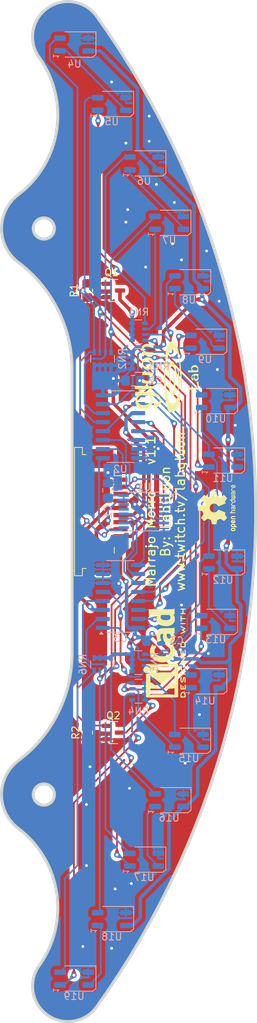
<source format=kicad_pcb>
(kicad_pcb (version 20240108) (generator "pcbnew") (generator_version "8.0")
  (layers (0 "F.Cu" signal) (31 "B.Cu" signal) (34 "B.Paste" user) (35 "F.Paste" user) (36 "B.SilkS" user "B.Silkscreen") (37 "F.SilkS" user "F.Silkscreen") (38 "B.Mask" user) (39 "F.Mask" user) (44 "Edge.Cuts" user))
  (net 0 "")
  (net 1 "+3V3")
  (net 2 "GND")
  (net 3 "MOSFET_PWM")
  (net 4 "Net-(Q1-D)")
  (net 5 "Net-(U4-K)")
  (net 6 "LineSensor2")
  (net 7 "Net-(RN1-R3.1)")
  (net 8 "LineSensor3")
  (net 9 "Net-(U6-K)")
  (net 10 "LineSensor6")
  (net 11 "Net-(RN1-R1.1)")
  (net 12 "LineSensor7")
  (net 13 "Net-(U8-K)")
  (net 14 "LineSensor0")
  (net 15 "Net-(RN1-R4.1)")
  (net 16 "LineSensor1")
  (net 17 "Net-(U10-K)")
  (net 18 "LineSensor4")
  (net 19 "Net-(RN1-R2.1)")
  (net 20 "LineSensor5")
  (net 21 "Net-(U12-K)")
  (net 22 "LineSensor10")
  (net 23 "Net-(RN4-R3.1)")
  (net 24 "LineSensor11")
  (net 25 "Net-(U14-K)")
  (net 26 "LineSensor14")
  (net 27 "Net-(RN4-R1.1)")
  (net 28 "LineSensor15")
  (net 29 "Net-(U16-K)")
  (net 30 "LineSensor8")
  (net 31 "Net-(RN4-R4.1)")
  (net 32 "LineSensor9")
  (net 33 "Net-(U18-K)")
  (net 34 "LineSensor12")
  (net 35 "Net-(RN4-R2.1)")
  (net 36 "LineSensor13")
  (net 37 "SCL")
  (net 38 "SDA")
  (net 39 "Net-(U1-IO0)")
  (net 40 "Net-(U1-IO1)")
  (net 41 "Net-(U1-IO2)")
  (net 42 "Net-(U1-IO3)")
  (net 43 "Net-(U1-IO4)")
  (net 44 "Net-(U1-IO5)")
  (net 47 "V1")
  (net 48 "V2")
  (net 51 "Net-(Q2-D)")
  (footprint "Connector_FFC-FPC:TE_1-84952-0_1x10-1MP_P1.0mm_Horizontal" (layer "F.Cu") (at 130.026 107.95 -90)
    (property "Reference" "J1" (hide yes))
    (property "Value" "Conn_01x10_MountingPin")
  )
  (footprint "Resistor_SMD:R_0805_2012Metric_Pad1.20x1.40mm_HandSolder" (layer "F.Cu") (at 127.127 76.708 -90)
    (property "Reference" "R1")
    (property "Value" "10k")
  )
  (footprint "Resistor_SMD:R_0805_2012Metric_Pad1.20x1.40mm_HandSolder" (layer "F.Cu") (at 127.127 139.192 -90)
    (property "Reference" "R2")
    (property "Value" "10k")
  )
  (footprint "Symbol:KiCad-Logo2_5mm_SilkScreen" (layer "F.Cu") (at 138.046 127.95 90)
    (property "Reference" "REF**" (hide yes))
    (property "Value" "KiCad-Logo2_5mm_SilkScreen" (hide yes))
  )
  (footprint "Symbol:OSHW-Logo2_7.3x6mm_SilkScreen" (layer "F.Cu") (at 145.546 107.45 90)
    (property "Reference" "REF**" (hide yes))
    (property "Value" "OSHW-Logo2_7.3x6mm_SilkScreen" (hide yes))
  )
  (footprint "GluonLib:LogoGluon_12mm" (layer "F.Cu") (at 138.046 88.95 90)
    (property "Reference" "G***" (hide yes))
    (property "Value" "LOGO" (hide yes))
  )
  (footprint "Package_TO_SOT_SMD:SOT-23" (layer "F.Cu") (at 130.81 139.192)
    (property "Reference" "Q2")
    (property "Value" "IRLM2502")
  )
  (footprint "Package_TO_SOT_SMD:SOT-23" (layer "F.Cu") (at 130.81 76.708)
    (property "Reference" "Q1")
    (property "Value" "IRLM2502")
  )
  (footprint "Resistor_SMD:R_Array_Convex_4x0603" (layer "B.Cu") (at 129.286 86.36 90)
    (property "Reference" "RN2")
    (property "Value" "R_Pack04")
  )
  (footprint "OptoDevice:Everlight_ITR1201SR10AR" (layer "B.Cu") (at 141.51 140.35 90)
    (property "Reference" "U15")
    (property "Value" "ITR8307")
  )
  (footprint "OptoDevice:Everlight_ITR1201SR10AR" (layer "B.Cu") (at 143.796 131.95 90)
    (property "Reference" "U14")
    (property "Value" "ITR8307")
  )
  (footprint "Capacitor_SMD:C_0805_2012Metric_Pad1.18x1.45mm_HandSolder" (layer "B.Cu") (at 130.046 104.95 90)
    (property "Reference" "C1")
    (property "Value" "22u")
  )
  (footprint "OptoDevice:Everlight_ITR1201SR10AR" (layer "B.Cu") (at 141.51 75.55 90)
    (property "Reference" "U8")
    (property "Value" "ITR8307")
  )
  (footprint "Package_SO:SOP-16_3.9x9.9mm_P1.27mm" (layer "B.Cu") (at 131.826 119.95)
    (property "Reference" "U3")
    (property "Value" "4051")
  )
  (footprint "Resistor_SMD:R_Array_Convex_4x0603" (layer "B.Cu") (at 134.366 86.595)
    (property "Reference" "RN3")
    (property "Value" "R_Pack04")
  )
  (footprint "OptoDevice:Everlight_ITR1201SR10AR" (layer "B.Cu") (at 125.254 173.95 90)
    (property "Reference" "U19")
    (property "Value" "ITR8307")
  )
  (footprint "Resistor_SMD:R_Array_Convex_4x0603" (layer "B.Cu") (at 134.366 133.35)
    (property "Reference" "RN4")
    (property "Value" "R_Pack04")
  )
  (footprint "Capacitor_SMD:C_0805_2012Metric_Pad1.18x1.45mm_HandSolder" (layer "B.Cu") (at 136.546 126.2)
    (property "Reference" "C3")
    (property "Value" "22u")
  )
  (footprint "Resistor_SMD:R_Array_Convex_4x0603" (layer "B.Cu") (at 129.286 129.54 -90)
    (property "Reference" "RN6")
    (property "Value" "R_Pack04")
  )
  (footprint "OptoDevice:Everlight_ITR1201SR10AR" (layer "B.Cu") (at 143.796 83.95 90)
    (property "Reference" "U9")
    (property "Value" "ITR8307")
  )
  (footprint "OptoDevice:Everlight_ITR1201SR10AR" (layer "B.Cu") (at 145.32 123.55 90)
    (property "Reference" "U13")
    (property "Value" "ITR8307")
  )
  (footprint "OptoDevice:Everlight_ITR1201SR10AR" (layer "B.Cu") (at 138.716 148.75 90)
    (property "Reference" "U16")
    (property "Value" "ITR8307")
  )
  (footprint "OptoDevice:Everlight_ITR1201SR10AR" (layer "B.Cu") (at 125.254 41.95 90)
    (property "Reference" "U4")
    (property "Value" "ITR8307")
  )
  (footprint "OptoDevice:Everlight_ITR1201SR10AR" (layer "B.Cu") (at 138.716 67.15 90)
    (property "Reference" "U7")
    (property "Value" "ITR8307")
  )
  (footprint "OptoDevice:Everlight_ITR1201SR10AR" (layer "B.Cu") (at 146.336 115.15 90)
    (property "Reference" "U12")
    (property "Value" "ITR8307")
  )
  (footprint "Package_SO:SOP-16_3.9x9.9mm_P1.27mm" (layer "B.Cu") (at 131.826 95.95 180)
    (property "Reference" "U2")
    (property "Value" "4051")
  )
  (footprint "OptoDevice:Everlight_ITR1201SR10AR" (layer "B.Cu") (at 130.588 50.35 90)
    (property "Reference" "U5")
    (property "Value" "ITR8307")
  )
  (footprint "OptoDevice:Everlight_ITR1201SR10AR" (layer "B.Cu") (at 135.16 58.75 90)
    (property "Reference" "U6")
    (property "Value" "ITR8307")
  )
  (footprint "OptoDevice:Everlight_ITR1201SR10AR" (layer "B.Cu") (at 146.336 100.75 90)
    (property "Reference" "U11")
    (property "Value" "ITR8307")
  )
  (footprint "Capacitor_SMD:C_0805_2012Metric_Pad1.18x1.45mm_HandSolder" (layer "B.Cu") (at 133.5835 89.45)
    (property "Reference" "C2")
    (property "Value" "22u")
  )
  (footprint "Resistor_SMD:R_Array_Convex_4x0603" (layer "B.Cu") (at 134.366 129.305)
    (property "Reference" "RN5")
    (property "Value" "R_Pack04")
  )
  (footprint "OptoDevice:Everlight_ITR1201SR10AR" (layer "B.Cu") (at 145.32 92.35 90)
    (property "Reference" "U10")
    (property "Value" "ITR8307")
  )
  (footprint "OptoDevice:Everlight_ITR1201SR10AR" (layer "B.Cu") (at 130.588 165.55 90)
    (property "Reference" "U18")
    (property "Value" "ITR8307")
  )
  (footprint "Resistor_SMD:R_Array_Convex_4x0603" (layer "B.Cu") (at 134.366 82.55 180)
    (property "Reference" "RN1")
    (property "Value" "R_Pack04")
  )
  (footprint "Package_SO:TSSOP-16_4.4x5mm_P0.65mm" (layer "B.Cu") (at 135.128 107.95 180)
    (property "Reference" "U1")
    (property "Value" "PCA9557PW")
  )
  (footprint "OptoDevice:Everlight_ITR1201SR10AR" (layer "B.Cu") (at 135.16 157.15 90)
    (property "Reference" "U17")
    (property "Value" "ITR8307")
  )
  (gr_line (start 128.20989 178.240897) (end 128.1303 178.334037) (stroke (width 0.423333)) (layer "Edge.Cuts"))
  (gr_line (start 121.312941 66.49039) (end 121.273146 66.481494) (stroke (width 0.423333)) (layer "Edge.Cuts"))
  (gr_line (start 121.67362 46.125598) (end 121.528845 45.819022) (stroke (width 0.423333)) (layer "Edge.Cuts"))
  (gr_line (start 141.354391 60.887908) (end 142.470297 63.597839) (stroke (width 0.423333)) (layer "Edge.Cuts"))
  (gr_line (start 125.062826 35.914292) (end 124.940916 35.898969) (stroke (width 0.423333)) (layer "Edge.Cuts"))
  (gr_line (start 115.542067 145.389381) (end 115.605566 145.2573) (stroke (width 0.423333)) (layer "Edge.Cuts"))
  (gr_line (start 119.772856 42.822753) (end 119.822805 42.935107) (stroke (width 0.423333)) (layer "Edge.Cuts"))
  (gr_line (start 119.830427 148.928458) (end 119.804182 148.897132) (stroke (width 0.423333)) (layer "Edge.Cuts"))
  (gr_line (start 122.049543 66.911349) (end 122.02075 66.882224) (stroke (width 0.423333)) (layer "Edge.Cuts"))
  (gr_line (start 121.069944 66.453559) (end 121.02931 66.451358) (stroke (width 0.423333)) (layer "Edge.Cuts"))
  (gr_line (start 121.232511 66.473708) (end 121.19187 66.467021) (stroke (width 0.423333)) (layer "Edge.Cuts"))
  (gr_line (start 121.152082 149.438987) (end 121.110586 149.443229) (stroke (width 0.423333)) (layer "Edge.Cuts"))
  (gr_line (start 120.136915 66.701461) (end 120.103056 66.724658) (stroke (width 0.423333)) (layer "Edge.Cuts"))
  (gr_line (start 122.388212 147.467109) (end 122.400915 147.506049) (stroke (width 0.423333)) (layer "Edge.Cuts"))
  (gr_line (start 119.523085 147.545005) (end 119.534941 147.506049) (stroke (width 0.423333)) (layer "Edge.Cuts"))
  (gr_line (start 118.889776 154.080421) (end 119.126005 154.324256) (stroke (width 0.423333)) (layer "Edge.Cuts"))
  (gr_line (start 122.594793 55.071307) (end 122.666761 54.739841) (stroke (width 0.423333)) (layer "Edge.Cuts"))
  (gr_line (start 115.030676 148.814994) (end 115.011206 148.670219) (stroke (width 0.423333)) (layer "Edge.Cuts"))
  (gr_line (start 124.826605 85.602195) (end 124.877417 86.061851) (stroke (width 0.423333)) (layer "Edge.Cuts"))
  (gr_line (start 115.109411 66.653201) (end 115.079779 66.796542) (stroke (width 0.423333)) (layer "Edge.Cuts"))
  (gr_line (start 125.183905 179.967261) (end 125.062826 179.985877) (stroke (width 0.423333)) (layer "Edge.Cuts"))
  (gr_line (start 119.914244 149.018195) (end 119.885458 148.988563) (stroke (width 0.423333)) (layer "Edge.Cuts"))
  (gr_line (start 120.389234 149.334006) (end 120.351126 149.317924) (stroke (width 0.423333)) (layer "Edge.Cuts"))
  (gr_line (start 122.249357 148.729484) (end 122.227346 148.764197) (stroke (width 0.423333)) (layer "Edge.Cuts"))
  (gr_line (start 119.608595 148.584708) (end 119.591665 148.547462) (stroke (width 0.423333)) (layer "Edge.Cuts"))
  (gr_line (start 119.974363 69.073905) (end 120.00569 69.100658) (stroke (width 0.423333)) (layer "Edge.Cuts"))
  (gr_line (start 126.798498 36.493751) (end 126.690969 36.435584) (stroke (width 0.423333)) (layer "Edge.Cuts"))
  (gr_line (start 120.504377 69.376674) (end 120.543318 69.388782) (stroke (width 0.423333)) (layer "Edge.Cuts"))
  (gr_line (start 120.583113 69.399875) (end 120.622915 69.409865) (stroke (width 0.423333)) (layer "Edge.Cuts"))
  (gr_line (start 119.576422 67.390308) (end 119.561193 67.428493) (stroke (width 0.423333)) (layer "Edge.Cuts"))
  (gr_line (start 121.262144 36.953576) (end 121.167311 37.031133) (stroke (width 0.423333)) (layer "Edge.Cuts"))
  (gr_line (start 122.428846 55.728664) (end 122.516058 55.401004) (stroke (width 0.423333)) (layer "Edge.Cuts"))
  (gr_line (start 147.043142 138.389136) (end 146.265051 141.214469) (stroke (width 0.423333)) (layer "Edge.Cuts"))
  (gr_line (start 120.277464 66.618236) (end 120.241911 66.637626) (stroke (width 0.423333)) (layer "Edge.Cuts"))
  (gr_line (start 121.546621 146.56626) (end 121.583876 146.582343) (stroke (width 0.423333)) (layer "Edge.Cuts"))
  (gr_line (start 116.044134 64.521377) (end 115.962011 64.642539) (stroke (width 0.423333)) (layer "Edge.Cuts"))
  (gr_line (start 119.355444 154.574027) (end 119.57897 154.828879) (stroke (width 0.423333)) (layer "Edge.Cuts"))
  (gr_line (start 121.764219 146.678855) (end 121.798925 146.701728) (stroke (width 0.423333)) (layer "Edge.Cuts"))
  (gr_line (start 120.313879 66.599948) (end 120.277464 66.618236) (stroke (width 0.423333)) (layer "Edge.Cuts"))
  (gr_line (start 120.17079 69.220973) (end 120.20635 69.242225) (stroke (width 0.423333)) (layer "Edge.Cuts"))
  (gr_line (start 119.943884 146.854133) (end 119.974363 146.826179) (stroke (width 0.423333)) (layer "Edge.Cuts"))
  (gr_line (start 121.352743 69.399875) (end 121.39253 69.388782) (stroke (width 0.423333)) (layer "Edge.Cuts"))
  (gr_line (start 123.165449 136.049804) (end 123.357641 135.629012) (stroke (width 0.423333)) (layer "Edge.Cuts"))
  (gr_line (start 122.359419 147.390067) (end 122.373815 147.428153) (stroke (width 0.423333)) (layer "Edge.Cuts"))
  (gr_line (start 124.573454 35.870774) (end 124.450689 35.867387) (stroke (width 0.423333)) (layer "Edge.Cuts"))
  (gr_line (start 122.373815 147.428153) (end 122.388212 147.467109) (stroke (width 0.423333)) (layer "Edge.Cuts"))
  (gr_line (start 120.504377 149.376334) (end 120.465422 149.363639) (stroke (width 0.423333)) (layer "Edge.Cuts"))
  (gr_line (start 121.546621 69.333915) (end 121.583876 69.317664) (stroke (width 0.423333)) (layer "Edge.Cuts"))
  (gr_line (start 124.083242 35.875262) (end 123.96047 35.883897) (stroke (width 0.423333)) (layer "Edge.Cuts"))
  (gr_line (start 122.465254 147.86843) (end 122.466947 147.909064) (stroke (width 0.423333)) (layer "Edge.Cuts"))
  (gr_line (start 119.513769 176.203818) (end 119.485838 176.083594) (stroke (width 0.423333)) (layer "Edge.Cuts"))
  (gr_line (start 123.870726 134.340385) (end 124.020575 133.902656) (stroke (width 0.423333)) (layer "Edge.Cuts"))
  (gr_line (start 122.870809 53.399566) (end 122.901289 53.061916) (stroke (width 0.423333)) (layer "Edge.Cuts"))
  (gr_line (start 121.583876 69.317664) (end 121.62113 69.300304) (stroke (width 0.423333)) (layer "Edge.Cuts"))
  (gr_line (start 126.905172 36.554542) (end 126.798498 36.493751) (stroke (width 0.423333)) (layer "Edge.Cuts"))
  (gr_line (start 120.191954 177.772697) (end 120.125914 177.669395) (stroke (width 0.423333)) (layer "Edge.Cuts"))
  (gr_line (start 119.726286 173.190528) (end 119.772856 173.077079) (stroke (width 0.423333)) (layer "Edge.Cuts"))
  (gr_line (start 116.05599 144.50463) (end 116.1415 144.385245) (stroke (width 0.423333)) (layer "Edge.Cuts"))
  (gr_line (start 128.287771 37.754354) (end 128.20989 37.659272) (stroke (width 0.423333)) (layer "Edge.Cuts"))
  (gr_line (start 121.457724 36.805579) (end 121.358663 36.878392) (stroke (width 0.423333)) (layer "Edge.Cuts"))
  (gr_line (start 116.80274 152.268561) (end 116.698606 152.166114) (stroke (width 0.423333)) (layer "Edge.Cuts"))
  (gr_line (start 121.930159 66.79959) (end 121.897985 66.773685) (stroke (width 0.423333)) (layer "Edge.Cuts"))
  (gr_line (start 115.033216 147.064094) (end 115.056921 146.920158) (stroke (width 0.423333)) (layer "Edge.Cuts"))
  (gr_line (start 119.943884 66.853862) (end 119.914244 66.882224) (stroke (width 0.423333)) (layer "Edge.Cuts"))
  (gr_line (start 121.152082 66.461429) (end 121.110586 66.456943) (stroke (width 0.423333)) (layer "Edge.Cuts"))
  (gr_line (start 122.465254 148.031837) (end 122.462721 148.072471) (stroke (width 0.423333)) (layer "Edge.Cuts"))
  (gr_line (start 122.181616 67.068404) (end 122.157072 67.035644) (stroke (width 0.423333)) (layer "Edge.Cuts"))
  (gr_line (start 124.96208 87.446319) (end 124.968 87.908767) (stroke (width 0.423333)) (layer "Edge.Cuts"))
  (gr_line (start 119.476522 67.786548) (end 119.473135 67.827273) (stroke (width 0.423333)) (layer "Edge.Cuts"))
  (gr_line (start 122.049543 68.988814) (end 122.077482 68.958842) (stroke (width 0.423333)) (layer "Edge.Cuts"))
  (gr_line (start 120.743132 69.433234) (end 120.783773 69.438735) (stroke (width 0.423333)) (layer "Edge.Cuts"))
  (gr_line (start 124.159429 82.438544) (end 124.28813 82.882781) (stroke (width 0.423333)) (layer "Edge.Cuts"))
  (gr_line (start 121.870054 36.539302) (end 121.764219 36.602038) (stroke (width 0.423333)) (layer "Edge.Cuts"))
  (gr_line (start 122.729406 161.493827) (end 122.785292 161.828269) (stroke (width 0.423333)) (layer "Edge.Cuts"))
  (gr_line (start 119.503614 147.624595) (end 119.512922 147.5848) (stroke (width 0.423333)) (layer "Edge.Cuts"))
  (gr_line (start 121.37644 45.516086) (end 121.216413 45.216872) (stroke (width 0.423333)) (layer "Edge.Cuts"))
  (gr_line (start 119.495146 148.235038) (end 119.487532 148.195243) (stroke (width 0.423333)) (layer "Edge.Cuts"))
  (gr_line (start 115.011206 67.230205) (end 114.995115 67.375747) (stroke (width 0.423333)) (layer "Edge.Cuts"))
  (gr_line (start 122.901289 53.061916) (end 122.924147 52.723586) (stroke (width 0.423333)) (layer "Edge.Cuts"))
  (gr_line (start 150.887014 112.345679) (end 150.743917 115.272613) (stroke (width 0.423333)) (layer "Edge.Cuts"))
  (gr_line (start 120.662703 149.418677) (end 120.622915 149.410209) (stroke (width 0.423333)) (layer "Edge.Cuts"))
  (gr_line (start 122.177389 47.38417) (end 122.063085 47.065063) (stroke (width 0.423333)) (layer "Edge.Cuts"))
  (gr_line (start 119.57897 154.828879) (end 119.795721 155.088798) (stroke (width 0.423333)) (layer "Edge.Cuts"))
  (gr_line (start 115.962011 151.257636) (end 115.882414 151.134864) (stroke (width 0.423333)) (layer "Edge.Cuts"))
  (gr_line (start 122.326406 67.315124) (end 122.308622 67.278293) (stroke (width 0.423333)) (layer "Edge.Cuts"))
  (gr_line (start 121.991964 146.854133) (end 122.02075 146.882056) (stroke (width 0.423333)) (layer "Edge.Cuts"))
  (gr_line (start 122.297613 78.218078) (end 122.5296 78.618125) (stroke (width 0.423333)) (layer "Edge.Cuts"))
  (gr_line (start 128.287771 178.146079) (end 128.20989 178.240897) (stroke (width 0.423333)) (layer "Edge.Cuts"))
  (gr_line (start 148.959997 129.809875) (end 148.391043 132.684302) (stroke (width 0.423333)) (layer "Edge.Cuts"))
  (gr_line (start 127.315802 179.07656) (end 127.215902 179.147681) (stroke (width 0.423333)) (layer "Edge.Cuts"))
  (gr_line (start 116.61141 72.075591) (end 116.713003 72.180667) (stroke (width 0.423333)) (layer "Edge.Cuts"))
  (gr_line (start 122.131666 67.003471) (end 122.105413 66.972056) (stroke (width 0.423333)) (layer "Edge.Cuts"))
  (gr_line (start 122.326406 148.584708) (end 122.308622 148.62197) (stroke (width 0.423333)) (layer "Edge.Cuts"))
  (gr_line (start 122.809851 50.017642) (end 122.759054 49.682448) (stroke (width 0.423333)) (layer "Edge.Cuts"))
  (gr_line (start 119.418096 174.375861) (end 119.435888 174.253944) (stroke (width 0.423333)) (layer "Edge.Cuts"))
  (gr_line (start 124.404966 132.570006) (end 124.511648 132.120429) (stroke (width 0.423333)) (layer "Edge.Cuts"))
  (gr_line (start 146.265051 74.685615) (end 147.043142 77.511367) (stroke (width 0.423333)) (layer "Edge.Cuts"))
  (gr_line (start 119.561193 148.471259) (end 119.547644 148.433143) (stroke (width 0.423333)) (layer "Edge.Cuts"))
  (gr_line (start 120.00569 149.100318) (end 119.974363 149.074088) (stroke (width 0.423333)) (layer "Edge.Cuts"))
  (gr_line (start 116.497946 151.95275) (end 116.401426 151.842673) (stroke (width 0.423333)) (layer "Edge.Cuts"))
  (gr_line (start 121.729505 146.657691) (end 121.764219 146.678855) (stroke (width 0.423333)) (layer "Edge.Cuts"))
  (gr_line (start 121.729505 149.242576) (end 121.693937 149.262885) (stroke (width 0.423333)) (layer "Edge.Cuts"))
  (gr_line (start 149.458685 88.978873) (end 149.886236 91.87828) (stroke (width 0.423333)) (layer "Edge.Cuts"))
  (gr_line (start 119.726286 42.709216) (end 119.772856 42.822753) (stroke (width 0.423333)) (layer "Edge.Cuts"))
  (gr_line (start 120.00569 69.100658) (end 120.037016 69.126487) (stroke (width 0.423333)) (layer "Edge.Cuts"))
  (gr_line (start 120.94718 149.450004) (end 120.906546 149.449149) (stroke (width 0.423333)) (layer "Edge.Cuts"))
  (gr_line (start 119.651777 39.225862) (end 119.612837 39.342277) (stroke (width 0.423333)) (layer "Edge.Cuts"))
  (gr_line (start 134.798651 168.108832) (end 133.298361 170.626823) (stroke (width 0.423333)) (layer "Edge.Cuts"))
  (gr_line (start 119.456205 174.132865) (end 119.47991 174.012641) (stroke (width 0.423333)) (layer "Edge.Cuts"))
  (gr_line (start 115.532743 65.408176) (end 115.472631 65.541526) (stroke (width 0.423333)) (layer "Edge.Cuts"))
  (gr_line (start 122.049543 148.988563) (end 122.02075 149.018195) (stroke (width 0.423333)) (layer "Edge.Cuts"))
  (gr_line (start 121.39253 149.389045) (end 121.352743 149.400046) (stroke (width 0.423333)) (layer "Edge.Cuts"))
  (gr_line (start 115.423529 70.243068) (end 115.4811 70.377685) (stroke (width 0.423333)) (layer "Edge.Cuts"))
  (gr_line (start 122.343336 148.547462) (end 122.326406 148.584708) (stroke (width 0.423333)) (layer "Edge.Cuts"))
  (gr_line (start 119.512922 148.315467) (end 119.503614 148.275672) (stroke (width 0.423333)) (layer "Edge.Cuts"))
  (gr_line (start 122.453405 67.745826) (end 122.447477 67.705352) (stroke (width 0.423333)) (layer "Edge.Cuts"))
  (gr_line (start 119.641622 42.478923) (end 119.682257 42.594577) (stroke (width 0.423333)) (layer "Edge.Cuts"))
  (gr_line (start 122.249357 67.170684) (end 122.227346 67.135974) (stroke (width 0.423333)) (layer "Edge.Cuts"))
  (gr_line (start 122.94277 51.70674) (end 122.932615 51.367824) (stroke (width 0.423333)) (layer "Edge.Cuts"))
  (gr_line (start 119.462126 175.96337) (end 119.440115 175.842292) (stroke (width 0.423333)) (layer "Edge.Cuts"))
  (gr_line (start 124.818991 180.013816) (end 124.696226 180.023124) (stroke (width 0.423333)) (layer "Edge.Cuts"))
  (gr_line (start 119.943037 38.550559) (end 119.887999 38.660033) (stroke (width 0.423333)) (layer "Edge.Cuts"))
  (gr_line (start 114.968023 147.939551) (end 114.969717 147.793082) (stroke (width 0.423333)) (layer "Edge.Cuts"))
  (gr_line (start 118.800886 73.934112) (end 119.138708 74.249999) (stroke (width 0.423333)) (layer "Edge.Cuts"))
  (gr_line (start 120.876066 44.630469) (end 120.695723 44.343619) (stroke (width 0.423333)) (layer "Edge.Cuts"))
  (gr_line (start 120.702497 146.47396) (end 120.743132 146.467185) (stroke (width 0.423333)) (layer "Edge.Cuts"))
  (gr_line (start 121.693937 66.637626) (end 121.657537 66.618236) (stroke (width 0.423333)) (layer "Edge.Cuts"))
  (gr_line (start 122.119818 56.697585) (end 122.230734 56.377124) (stroke (width 0.423333)) (layer "Edge.Cuts"))
  (gr_line (start 120.543318 146.511222) (end 120.583113 146.50022) (stroke (width 0.423333)) (layer "Edge.Cuts"))
  (gr_line (start 119.987066 172.635963) (end 120.047178 172.529288) (stroke (width 0.423333)) (layer "Edge.Cuts"))
  (gr_line (start 116.1415 71.514678) (end 116.229559 71.631435) (stroke (width 0.423333)) (layer "Edge.Cuts"))
  (gr_line (start 120.824408 149.443229) (end 120.783773 149.438987) (stroke (width 0.423333)) (layer "Edge.Cuts"))
  (gr_line (start 119.473135 148.072471) (end 119.46974 148.031837) (stroke (width 0.423333)) (layer "Edge.Cuts"))
  (gr_line (start 121.39253 69.388782) (end 121.431471 69.376674) (stroke (width 0.423333)) (layer "Edge.Cuts"))
  (gr_line (start 115.472631 65.541526) (end 115.415068 65.676318) (stroke (width 0.423333)) (layer "Edge.Cuts"))
  (gr_line (start 121.152082 146.461265) (end 121.19187 146.467185) (stroke (width 0.423333)) (layer "Edge.Cuts"))
  (gr_line (start 119.567961 173.655357) (end 119.603521 173.537665) (stroke (width 0.423333)) (layer "Edge.Cuts"))
  (gr_line (start 120.00569 66.79959) (end 119.974363 66.826259) (stroke (width 0.423333)) (layer "Edge.Cuts"))
  (gr_line (start 115.26351 149.81153) (end 115.220327 149.671821) (stroke (width 0.423333)) (layer "Edge.Cuts"))
  (gr_line (start 120.622915 146.490058) (end 120.662703 146.481589) (stroke (width 0.423333)) (layer "Edge.Cuts"))
  (gr_line (start 121.810781 169.464347) (end 121.67362 169.774238) (stroke (width 0.423333)) (layer "Edge.Cuts"))
  (gr_line (start 120.351126 69.317664) (end 120.389234 69.333915) (stroke (width 0.423333)) (layer "Edge.Cuts"))
  (gr_line (start 124.205999 35.869588) (end 124.083242 35.875262) (stroke (width 0.423333)) (layer "Edge.Cuts"))
  (gr_line (start 120.865057 69.446612) (end 120.906546 69.448806) (stroke (width 0.423333)) (layer "Edge.Cuts"))
  (gr_line (start 119.737295 176.904014) (end 119.693266 176.78971) (stroke (width 0.423333)) (layer "Edge.Cuts"))
  (gr_line (start 127.788244 178.68624) (end 127.697653 178.769218) (stroke (width 0.423333)) (layer "Edge.Cuts"))
  (gr_line (start 121.804007 138.4645) (end 122.055464 138.076728) (stroke (width 0.423333)) (layer "Edge.Cuts"))
  (gr_line (start 120.504377 66.523494) (end 120.465422 66.5367) (stroke (width 0.423333)) (layer "Edge.Cuts"))
  (gr_line (start 122.02075 69.01794) (end 122.049543 68.988814) (stroke (width 0.423333)) (layer "Edge.Cuts"))
  (gr_line (start 120.465422 146.536628) (end 120.504377 146.523917) (stroke (width 0.423333)) (layer "Edge.Cuts"))
  (gr_line (start 115.179693 66.368976) (end 115.143278 66.510627) (stroke (width 0.423333)) (layer "Edge.Cuts"))
  (gr_line (start 121.273146 149.418677) (end 121.232511 149.426292) (stroke (width 0.423333)) (layer "Edge.Cuts"))
  (gr_line (start 122.02075 146.882056) (end 122.049543 146.911689) (stroke (width 0.423333)) (layer "Edge.Cuts"))
  (gr_line (start 119.485838 176.083594) (end 119.462126 175.96337) (stroke (width 0.423333)) (layer "Edge.Cuts"))
  (gr_line (start 121.897985 149.126578) (end 121.865812 149.15113) (stroke (width 0.423333)) (layer "Edge.Cuts"))
  (gr_line (start 124.450689 180.032447) (end 124.328764 180.033301) (stroke (width 0.423333)) (layer "Edge.Cuts"))
  (gr_line (start 121.470419 149.363639) (end 121.431471 149.376334) (stroke (width 0.423333)) (layer "Edge.Cuts"))
  (gr_line (start 121.961485 69.073905) (end 121.991964 69.04639) (stroke (width 0.423333)) (layer "Edge.Cuts"))
  (gr_line (start 121.02931 66.451358) (end 120.987822 66.450256) (stroke (width 0.423333)) (layer "Edge.Cuts"))
  (gr_line (start 120.824408 69.443221) (end 120.865057 69.446612) (stroke (width 0.423333)) (layer "Edge.Cuts"))
  (gr_line (start 119.503614 67.624919) (end 119.495146 67.66497) (stroke (width 0.423333)) (layer "Edge.Cuts"))
  (gr_line (start 120.982748 178.70742) (end 120.893843 178.622748) (stroke (width 0.423333)) (layer "Edge.Cuts"))
  (gr_line (start 145.418386 71.87976) (end 146.265051 74.685615) (stroke (width 0.423333)) (layer "Edge.Cuts"))
  (gr_line (start 117.359007 152.743537) (end 117.243017 152.653785) (stroke (width 0.423333)) (layer "Edge.Cuts"))
  (gr_line (start 119.468061 67.991103) (end 119.46974 68.032001) (stroke (width 0.423333)) (layer "Edge.Cuts"))
  (gr_line (start 119.391859 41.280635) (end 119.403715 41.402808) (stroke (width 0.423333)) (layer "Edge.Cuts"))
  (gr_line (start 119.506155 173.893272) (end 119.535788 173.773887) (stroke (width 0.423333)) (layer "Edge.Cuts"))
  (gr_line (start 121.132597 58.85295) (end 121.296011 58.555678) (stroke (width 0.423333)) (layer "Edge.Cuts"))
  (gr_line (start 121.832792 146.724586) (end 121.865812 146.749122) (stroke (width 0.423333)) (layer "Edge.Cuts"))
  (gr_line (start 119.887999 177.240134) (end 119.834661 177.129233) (stroke (width 0.423333)) (layer "Edge.Cuts"))
  (gr_line (start 119.885458 148.988563) (end 119.857527 148.95893) (stroke (width 0.423333)) (layer "Edge.Cuts"))
  (gr_line (start 124.28813 82.882781) (end 124.404966 83.330077) (stroke (width 0.423333)) (layer "Edge.Cuts"))
  (gr_line (start 119.391859 174.619712) (end 119.403715 174.497794) (stroke (width 0.423333)) (layer "Edge.Cuts"))
  (gr_line (start 122.440702 147.665229) (end 122.447477 147.705024) (stroke (width 0.423333)) (layer "Edge.Cuts"))
  (gr_line (start 125.544577 179.894446) (end 125.425207 179.921531) (stroke (width 0.423333)) (layer "Edge.Cuts"))
  (gr_line (start 122.557547 167.214759) (end 122.474569 167.543265) (stroke (width 0.423333)) (layer "Edge.Cuts"))
  (gr_line (start 122.411909 68.354835) (end 122.422918 68.315208) (stroke (width 0.423333)) (layer "Edge.Cuts"))
  (gr_line (start 120.409552 140.306846) (end 120.706732 139.952094) (stroke (width 0.423333)) (layer "Edge.Cuts"))
  (gr_line (start 122.996115 179.839408) (end 122.87927 179.804694) (stroke (width 0.423333)) (layer "Edge.Cuts"))
  (gr_line (start 122.963942 79.434653) (end 123.165449 79.850532) (stroke (width 0.423333)) (layer "Edge.Cuts"))
  (gr_line (start 119.790632 74.905913) (end 120.104742 75.245681) (stroke (width 0.423333)) (layer "Edge.Cuts"))
  (gr_line (start 122.284071 168.194358) (end 122.177389 168.51609) (stroke (width 0.423333)) (layer "Edge.Cuts"))
  (gr_line (start 122.422918 148.315467) (end 122.411909 148.354423) (stroke (width 0.423333)) (layer "Edge.Cuts"))
  (gr_line (start 114.997656 147.355338) (end 115.013746 147.209724) (stroke (width 0.423333)) (layer "Edge.Cuts"))
  (gr_line (start 121.583876 149.317924) (end 121.546621 149.334006) (stroke (width 0.423333)) (layer "Edge.Cuts"))
  (gr_line (start 116.698606 152.166114) (end 116.597006 152.060279) (stroke (width 0.423333)) (layer "Edge.Cuts"))
  (gr_line (start 119.682257 173.305671) (end 119.726286 173.190528) (stroke (width 0.423333)) (layer "Edge.Cuts"))
  (gr_line (start 119.487532 68.194896) (end 119.495146 68.235198) (stroke (width 0.423333)) (layer "Edge.Cuts"))
  (gr_line (start 119.355444 61.326228) (end 119.57897 61.0713) (stroke (width 0.423333)) (layer "Edge.Cuts"))
  (gr_line (start 119.804182 67.003471) (end 119.778776 67.035644) (stroke (width 0.423333)) (layer "Edge.Cuts"))
  (gr_line (start 119.857527 66.941321) (end 119.830427 66.972056) (stroke (width 0.423333)) (layer "Edge.Cuts"))
  (gr_line (start 119.468061 67.909145) (end 119.468061 67.950126) (stroke (width 0.423333)) (layer "Edge.Cuts"))
  (gr_line (start 124.404966 83.330077) (end 124.511648 83.780082) (stroke (width 0.423333)) (layer "Edge.Cuts"))
  (gr_line (start 122.944464 163.854331) (end 122.94277 164.193) (stroke (width 0.423333)) (layer "Edge.Cuts"))
  (gr_line (start 117.359007 63.156638) (end 117.627409 62.949458) (stroke (width 0.423333)) (layer "Edge.Cuts"))
  (gr_line (start 122.462721 67.827273) (end 122.458479 67.786548) (stroke (width 0.423333)) (layer "Edge.Cuts"))
  (gr_line (start 120.721968 178.447486) (end 120.638998 178.356895) (stroke (width 0.423333)) (layer "Edge.Cuts"))
  (gr_line (start 119.374914 174.987159) (end 119.377462 174.864387) (stroke (width 0.423333)) (layer "Edge.Cuts"))
  (gr_line (start 122.119818 159.20275) (end 122.230734 159.522803) (stroke (width 0.423333)) (layer "Edge.Cuts"))
  (gr_line (start 123.70986 81.126289) (end 123.870726 81.560035) (stroke (width 0.423333)) (layer "Edge.Cuts"))
  (gr_line (start 116.128797 151.498084) (end 116.044134 151.378699) (stroke (width 0.423333)) (layer "Edge.Cuts"))
  (gr_line (start 128.1303 37.566054) (end 128.048178 37.47487) (stroke (width 0.423333)) (layer "Edge.Cuts"))
  (gr_line (start 115.185614 69.551257) (end 115.226248 69.69189) (stroke (width 0.423333)) (layer "Edge.Cuts"))
  (gr_line (start 116.229559 144.268409) (end 116.320997 144.154105) (stroke (width 0.423333)) (layer "Edge.Cuts"))
  (gr_line (start 125.062826 179.985877) (end 124.940916 180.001121) (stroke (width 0.423333)) (layer "Edge.Cuts"))
  (gr_line (start 122.785292 161.828269) (end 122.831861 162.16355) (stroke (width 0.423333)) (layer "Edge.Cuts"))
  (gr_line (start 122.055464 138.076728) (end 122.297613 137.682181) (stroke (width 0.423333)) (layer "Edge.Cuts"))
  (gr_line (start 120.389234 146.56626) (end 120.427328 146.551017) (stroke (width 0.423333)) (layer "Edge.Cuts"))
  (gr_line (start 118.148947 153.384467) (end 118.401251 153.610526) (stroke (width 0.423333)) (layer "Edge.Cuts"))
  (gr_line (start 121.074186 178.789542) (end 120.982748 178.70742) (stroke (width 0.423333)) (layer "Edge.Cuts"))
  (gr_line (start 121.865812 146.749122) (end 121.897985 146.773688) (stroke (width 0.423333)) (layer "Edge.Cuts"))
  (gr_line (start 124.917204 86.522605) (end 124.945143 86.984206) (stroke (width 0.423333)) (layer "Edge.Cuts"))
  (gr_line (start 119.914244 66.882224) (end 119.885458 66.911349) (stroke (width 0.423333)) (layer "Edge.Cuts"))
  (gr_line (start 116.216856 151.614936) (end 116.128797 151.498084) (stroke (width 0.423333)) (layer "Edge.Cuts"))
  (gr_line (start 123.595556 179.972327) (end 123.474478 179.952003) (stroke (width 0.423333)) (layer "Edge.Cuts"))
  (gr_line (start 122.516058 160.499) (end 122.594793 160.8292) (stroke (width 0.423333)) (layer "Edge.Cuts"))
  (gr_line (start 122.297613 137.682181) (end 122.5296 137.281715) (stroke (width 0.423333)) (layer "Edge.Cuts"))
  (gr_line (start 127.315802 36.82336) (end 127.215902 36.752408) (stroke (width 0.423333)) (layer "Edge.Cuts"))
  (gr_line (start 120.783773 69.438735) (end 120.824408 69.443221) (stroke (width 0.423333)) (layer "Edge.Cuts"))
  (gr_line (start 116.713003 72.180667) (end 116.817144 72.283198) (stroke (width 0.423333)) (layer "Edge.Cuts"))
  (gr_line (start 119.378309 175.232688) (end 119.374914 175.109931) (stroke (width 0.423333)) (layer "Edge.Cuts"))
  (gr_line (start 125.899336 36.104879) (end 125.781645 36.068894) (stroke (width 0.423333)) (layer "Edge.Cuts"))
  (gr_line (start 119.576422 68.509856) (end 119.591665 68.547706) (stroke (width 0.423333)) (layer "Edge.Cuts"))
  (gr_line (start 119.3944 40.422622) (end 119.385076 40.544967) (stroke (width 0.423333)) (layer "Edge.Cuts"))
  (gr_line (start 122.887747 165.209006) (end 122.853033 165.545982) (stroke (width 0.423333)) (layer "Edge.Cuts"))
  (gr_line (start 150.529715 118.196143) (end 150.243536 121.112914) (stroke (width 0.423333)) (layer "Edge.Cuts"))
  (gr_line (start 120.543318 149.389045) (end 120.504377 149.376334) (stroke (width 0.423333)) (layer "Edge.Cuts"))
  (gr_line (start 119.591665 148.547462) (end 119.576422 148.5102) (stroke (width 0.423333)) (layer "Edge.Cuts"))
  (gr_line (start 124.691137 131.212798) (end 124.764799 130.756454) (stroke (width 0.423333)) (layer "Edge.Cuts"))
  (gr_line (start 127.877142 37.298762) (end 127.788244 37.213842) (stroke (width 0.423333)) (layer "Edge.Cuts"))
  (gr_line (start 119.487532 67.705352) (end 119.481596 67.745826) (stroke (width 0.423333)) (layer "Edge.Cuts"))
  (gr_line (start 116.817144 143.617316) (end 116.924665 143.517402) (stroke (width 0.423333)) (layer "Edge.Cuts"))
  (gr_line (start 115.532743 150.492255) (end 115.472631 150.358466) (stroke (width 0.423333)) (layer "Edge.Cuts"))
  (gr_line (start 119.641622 173.420829) (end 119.682257 173.305671) (stroke (width 0.423333)) (layer "Edge.Cuts"))
  (gr_line (start 121.152082 69.438735) (end 121.19187 69.433234) (stroke (width 0.423333)) (layer "Edge.Cuts"))
  (gr_line (start 120.191954 38.127395) (end 120.125914 38.230857) (stroke (width 0.423333)) (layer "Edge.Cuts"))
  (gr_line (start 121.660917 36.667401) (end 121.558477 36.735219) (stroke (width 0.423333)) (layer "Edge.Cuts"))
  (gr_line (start 120.622915 69.409865) (end 120.662703 69.418754) (stroke (width 0.423333)) (layer "Edge.Cuts"))
  (gr_line (start 117.129568 152.5615) (end 117.017797 152.466666) (stroke (width 0.423333)) (layer "Edge.Cuts"))
  (gr_line (start 147.751806 80.355231) (end 148.391043 83.215613) (stroke (width 0.423333)) (layer "Edge.Cuts"))
  (gr_line (start 121.39253 66.511386) (end 121.352743 66.500297) (stroke (width 0.423333)) (layer "Edge.Cuts"))
  (gr_line (start 121.599958 57.949893) (end 121.741354 57.641624) (stroke (width 0.423333)) (layer "Edge.Cuts"))
  (gr_line (start 119.830427 66.972056) (end 119.804182 67.003471) (stroke (width 0.423333)) (layer "Edge.Cuts"))
  (gr_line (start 117.375936 143.144019) (end 117.742552 142.862937) (stroke (width 0.423333)) (layer "Edge.Cuts"))
  (gr_line (start 120.865057 66.453559) (end 120.824408 66.456943) (stroke (width 0.423333)) (layer "Edge.Cuts"))
  (gr_line (start 120.583113 149.400046) (end 120.543318 149.389045) (stroke (width 0.423333)) (layer "Edge.Cuts"))
  (gr_line (start 123.23403 35.998536) (end 123.114645 36.027999) (stroke (width 0.423333)) (layer "Edge.Cuts"))
  (gr_line (start 115.743574 144.999076) (end 115.817236 144.872916) (stroke (width 0.423333)) (layer "Edge.Cuts"))
  (gr_line (start 122.105413 68.928195) (end 122.131666 68.896697) (stroke (width 0.423333)) (layer "Edge.Cuts"))
  (gr_line (start 119.795721 155.088798) (end 120.007383 155.354652) (stroke (width 0.423333)) (layer "Edge.Cuts"))
  (gr_line (start 118.889776 61.819583) (end 119.126005 61.575744) (stroke (width 0.423333)) (layer "Edge.Cuts"))
  (gr_line (start 125.425207 35.978385) (end 125.304975 35.954002) (stroke (width 0.423333)) (layer "Edge.Cuts"))
  (gr_line (start 122.458479 68.1137) (end 122.462721 68.07289) (stroke (width 0.423333)) (layer "Edge.Cuts"))
  (gr_line (start 114.969717 147.793082) (end 114.975637 147.646598) (stroke (width 0.423333)) (layer "Edge.Cuts"))
  (gr_line (start 115.673292 70.772491) (end 115.743574 70.900844) (stroke (width 0.423333)) (layer "Edge.Cuts"))
  (gr_line (start 120.103056 66.724658) (end 120.069189 66.748702) (stroke (width 0.423333)) (layer "Edge.Cuts"))
  (gr_line (start 122.333174 159.846213) (end 122.428846 160.171332) (stroke (width 0.423333)) (layer "Edge.Cuts"))
  (gr_line (start 120.330809 177.975043) (end 120.260534 177.87429) (stroke (width 0.423333)) (layer "Edge.Cuts"))
  (gr_line (start 121.804007 77.435668) (end 122.055464 77.823867) (stroke (width 0.423333)) (layer "Edge.Cuts"))
  (gr_line (start 120.313879 69.300304) (end 120.351126 69.317664) (stroke (width 0.423333)) (layer "Edge.Cuts"))
  (gr_line (start 127.510549 178.927543) (end 127.414022 179.003745) (stroke (width 0.423333)) (layer "Edge.Cuts"))
  (gr_line (start 122.467794 67.950126) (end 122.466947 67.909145) (stroke (width 0.423333)) (layer "Edge.Cuts"))
  (gr_line (start 114.995115 148.524604) (end 114.983259 148.37812) (stroke (width 0.423333)) (layer "Edge.Cuts"))
  (gr_line (start 119.576422 147.390067) (end 119.591665 147.352805) (stroke (width 0.423333)) (layer "Edge.Cuts"))
  (gr_line (start 119.651777 176.674567) (end 119.612837 176.557731) (stroke (width 0.423333)) (layer "Edge.Cuts"))
  (gr_line (start 127.113455 36.683913) (end 127.010168 36.617959) (stroke (width 0.423333)) (layer "Edge.Cuts"))
  (gr_line (start 119.535788 173.773887) (end 119.567961 173.655357) (stroke (width 0.423333)) (layer "Edge.Cuts"))
  (gr_line (start 121.470419 146.536628) (end 121.50852 146.551017) (stroke (width 0.423333)) (layer "Edge.Cuts"))
  (gr_line (start 125.304975 35.954002) (end 125.183905 35.932666) (stroke (width 0.423333)) (layer "Edge.Cuts"))
  (gr_line (start 122.87927 36.095649) (end 122.762434 36.133832) (stroke (width 0.423333)) (layer "Edge.Cuts"))
  (gr_line (start 119.422338 40.178783) (end 119.407095 40.300534) (stroke (width 0.423333)) (layer "Edge.Cuts"))
  (gr_line (start 120.136915 149.198539) (end 120.103056 149.175681) (stroke (width 0.423333)) (layer "Edge.Cuts"))
  (gr_line (start 120.78462 156.465476) (end 120.962416 156.754188) (stroke (width 0.423333)) (layer "Edge.Cuts"))
  (gr_line (start 119.834661 177.129233) (end 119.784712 177.017463) (stroke (width 0.423333)) (layer "Edge.Cuts"))
  (gr_line (start 120.806631 178.536384) (end 120.721968 178.447486) (stroke (width 0.423333)) (layer "Edge.Cuts"))
  (gr_line (start 120.241911 146.637366) (end 120.277464 146.617896) (stroke (width 0.423333)) (layer "Edge.Cuts"))
  (gr_line (start 115.743574 70.900844) (end 115.817236 71.027419) (stroke (width 0.423333)) (layer "Edge.Cuts"))
  (gr_line (start 119.495146 67.66497) (end 119.487532 67.705352) (stroke (width 0.423333)) (layer "Edge.Cuts"))
  (gr_line (start 119.523085 148.354423) (end 119.512922 148.315467) (stroke (width 0.423333)) (layer "Edge.Cuts"))
  (gr_line (start 119.885458 68.988814) (end 119.914244 69.01794) (stroke (width 0.423333)) (layer "Edge.Cuts"))
  (gr_line (start 119.468061 147.991187) (end 119.468061 147.949714) (stroke (width 0.423333)) (layer "Edge.Cuts"))
  (gr_line (start 122.699781 166.55181) (end 122.632902 166.88372) (stroke (width 0.423333)) (layer "Edge.Cuts"))
  (gr_line (start 123.96047 180.016364) (end 123.838552 180.004508) (stroke (width 0.423333)) (layer "Edge.Cuts"))
  (gr_line (start 150.887014 103.554748) (end 150.958975 106.485053) (stroke (width 0.423333)) (layer "Edge.Cuts"))
  (gr_line (start 121.069944 149.446616) (end 121.02931 149.449149) (stroke (width 0.423333)) (layer "Edge.Cuts"))
  (gr_line (start 122.105413 66.972056) (end 122.077482 66.941321) (stroke (width 0.423333)) (layer "Edge.Cuts"))
  (gr_line (start 124.96208 128.453513) (end 124.968 127.991233) (stroke (width 0.423333)) (layer "Edge.Cuts"))
  (gr_line (start 115.893423 71.152137) (end 115.973013 71.274985) (stroke (width 0.423333)) (layer "Edge.Cuts"))
  (gr_line (start 116.713003 143.719764) (end 116.817144 143.617316) (stroke (width 0.423333)) (layer "Edge.Cuts"))
  (gr_line (start 119.456205 41.767043) (end 119.47991 41.887439) (stroke (width 0.423333)) (layer "Edge.Cuts"))
  (gr_line (start 115.143278 66.510627) (end 115.109411 66.653201) (stroke (width 0.423333)) (layer "Edge.Cuts"))
  (gr_line (start 128.048178 178.425468) (end 127.963507 178.514365) (stroke (width 0.423333)) (layer "Edge.Cuts"))
  (gr_line (start 119.608595 147.315559) (end 119.626387 147.278297) (stroke (width 0.423333)) (layer "Edge.Cuts"))
  (gr_line (start 128.1303 178.334037) (end 128.048178 178.425468) (stroke (width 0.423333)) (layer "Edge.Cuts"))
  (gr_line (start 122.400915 148.394202) (end 122.388212 148.433143) (stroke (width 0.423333)) (layer "Edge.Cuts"))
  (gr_line (start 122.759054 166.217383) (end 122.699781 166.55181) (stroke (width 0.423333)) (layer "Edge.Cuts"))
  (gr_line (start 145.418386 144.020331) (end 144.503134 146.805015) (stroke (width 0.423333)) (layer "Edge.Cuts"))
  (gr_line (start 120.277464 149.281516) (end 120.241911 149.262885) (stroke (width 0.423333)) (layer "Edge.Cuts"))
  (gr_line (start 117.259947 143.232932) (end 117.375936 143.144019) (stroke (width 0.423333)) (layer "Edge.Cuts"))
  (gr_line (start 124.940916 35.898969) (end 124.818991 35.886521) (stroke (width 0.423333)) (layer "Edge.Cuts"))
  (gr_line (start 124.607321 131.667464) (end 124.691137 131.212798) (stroke (width 0.423333)) (layer "Edge.Cuts"))
  (gr_line (start 122.458479 148.113959) (end 122.453405 148.154609) (stroke (width 0.423333)) (layer "Edge.Cuts"))
  (gr_line (start 122.289991 68.658279) (end 122.308622 68.621955) (stroke (width 0.423333)) (layer "Edge.Cuts"))
  (gr_line (start 124.691137 84.687286) (end 124.764799 85.14389) (stroke (width 0.423333)) (layer "Edge.Cuts"))
  (gr_line (start 120.313879 146.60012) (end 120.351126 146.582343) (stroke (width 0.423333)) (layer "Edge.Cuts"))
  (gr_line (start 122.440702 67.66497) (end 122.432241 67.624919) (stroke (width 0.423333)) (layer "Edge.Cuts"))
  (gr_line (start 119.576422 176.440879) (end 119.543417 176.322349) (stroke (width 0.423333)) (layer "Edge.Cuts"))
  (gr_line (start 122.227346 147.136054) (end 122.249357 147.170783) (stroke (width 0.423333)) (layer "Edge.Cuts"))
  (gr_line (start 119.462126 39.936637) (end 119.440115 40.057456) (stroke (width 0.423333)) (layer "Edge.Cuts"))
  (gr_line (start 119.707663 147.136054) (end 119.73052 147.102195) (stroke (width 0.423333)) (layer "Edge.Cuts"))
  (gr_line (start 122.94277 164.193) (end 122.932615 164.532523) (stroke (width 0.423333)) (layer "Edge.Cuts"))
  (gr_line (start 116.924665 143.517402) (end 117.033895 143.420035) (stroke (width 0.423333)) (layer "Edge.Cuts"))
  (gr_line (start 119.503614 68.275329) (end 119.512922 68.315208) (stroke (width 0.423333)) (layer "Edge.Cuts"))
  (gr_line (start 121.764219 66.679195) (end 121.729505 66.657943) (stroke (width 0.423333)) (layer "Edge.Cuts"))
  (gr_line (start 124.511648 132.120429) (end 124.607321 131.667464) (stroke (width 0.423333)) (layer "Edge.Cuts"))
  (gr_line (start 115.148367 69.409694) (end 115.185614 69.551257) (stroke (width 0.423333)) (layer "Edge.Cuts"))
  (gr_line (start 127.697653 178.769218) (end 127.605368 178.849647) (stroke (width 0.423333)) (layer "Edge.Cuts"))
  (gr_line (start 122.388212 68.433066) (end 122.400915 68.394118) (stroke (width 0.423333)) (layer "Edge.Cuts"))
  (gr_line (start 119.754232 147.06832) (end 119.778776 147.0353) (stroke (width 0.423333)) (layer "Edge.Cuts"))
  (gr_line (start 122.418692 36.265235) (end 122.306074 36.314597) (stroke (width 0.423333)) (layer "Edge.Cuts"))
  (gr_line (start 121.273146 76.678245) (end 121.543241 77.053741) (stroke (width 0.423333)) (layer "Edge.Cuts"))
  (gr_line (start 120.583113 66.500297) (end 120.543318 66.511386) (stroke (width 0.423333)) (layer "Edge.Cuts"))
  (gr_line (start 137.612966 162.967033) (end 136.237127 165.555305) (stroke (width 0.423333)) (layer "Edge.Cuts"))
  (gr_line (start 115.893423 144.747611) (end 115.973013 144.624839) (stroke (width 0.423333)) (layer "Edge.Cuts"))
  (gr_line (start 119.126005 61.575744) (end 119.355444 61.326228) (stroke (width 0.423333)) (layer "Edge.Cuts"))
  (gr_line (start 120.987822 149.450004) (end 120.94718 149.450004) (stroke (width 0.423333)) (layer "Edge.Cuts"))
  (gr_line (start 117.017797 63.433414) (end 116.909422 63.531119) (stroke (width 0.423333)) (layer "Edge.Cuts"))
  (gr_line (start 115.033216 68.835658) (end 115.056921 68.980182) (stroke (width 0.423333)) (layer "Edge.Cuts"))
  (gr_line (start 150.243536 94.787505) (end 150.529715 97.704284) (stroke (width 0.423333)) (layer "Edge.Cuts"))
  (gr_line (start 131.737097 42.792949) (end 133.298361 45.273345) (stroke (width 0.423333)) (layer "Edge.Cuts"))
  (gr_line (start 124.764799 85.14389) (end 124.826605 85.602195) (stroke (width 0.423333)) (layer "Edge.Cuts"))
  (gr_line (start 122.474569 167.543265) (end 122.383123 167.870078) (stroke (width 0.423333)) (layer "Edge.Cuts"))
  (gr_line (start 119.512922 147.5848) (end 119.523085 147.545005) (stroke (width 0.423333)) (layer "Edge.Cuts"))
  (gr_line (start 120.865057 149.446616) (end 120.824408 149.443229) (stroke (width 0.423333)) (layer "Edge.Cuts"))
  (gr_line (start 119.778776 67.035644) (end 119.754232 67.068404) (stroke (width 0.423333)) (layer "Edge.Cuts"))
  (gr_line (start 122.205328 147.102195) (end 122.227346 147.136054) (stroke (width 0.423333)) (layer "Edge.Cuts"))
  (gr_line (start 121.810781 46.435565) (end 121.67362 46.125598) (stroke (width 0.423333)) (layer "Edge.Cuts"))
  (gr_line (start 119.495146 68.235198) (end 119.503614 68.275329) (stroke (width 0.423333)) (layer "Edge.Cuts"))
  (gr_line (start 122.467794 147.949714) (end 122.466947 147.991187) (stroke (width 0.423333)) (layer "Edge.Cuts"))
  (gr_line (start 120.277464 146.617896) (end 120.313879 146.60012) (stroke (width 0.423333)) (layer "Edge.Cuts"))
  (gr_line (start 122.181616 148.831931) (end 122.157072 148.864951) (stroke (width 0.423333)) (layer "Edge.Cuts"))
  (gr_line (start 122.308622 67.278293) (end 122.289991 67.241889) (stroke (width 0.423333)) (layer "Edge.Cuts"))
  (gr_line (start 114.969717 148.086021) (end 114.968023 147.939551) (stroke (width 0.423333)) (layer "Edge.Cuts"))
  (gr_line (start 116.05599 71.395888) (end 116.1415 71.514678) (stroke (width 0.423333)) (layer "Edge.Cuts"))
  (gr_line (start 119.468908 74.573936) (end 119.790632 74.905913) (stroke (width 0.423333)) (layer "Edge.Cuts"))
  (gr_line (start 126.358229 179.622657) (end 126.245619 179.670081) (stroke (width 0.423333)) (layer "Edge.Cuts"))
  (gr_line (start 120.175024 43.580604) (end 120.24275 43.682883) (stroke (width 0.423333)) (layer "Edge.Cuts"))
  (gr_line (start 121.049627 44.921558) (end 120.876066 44.630469) (stroke (width 0.423333)) (layer "Edge.Cuts"))
  (gr_line (start 118.401251 62.289737) (end 118.648481 62.057578) (stroke (width 0.423333)) (layer "Edge.Cuts"))
  (gr_line (start 137.612966 52.933051) (end 138.924444 55.553908) (stroke (width 0.423333)) (layer "Edge.Cuts"))
  (gr_line (start 119.645857 67.241889) (end 119.626387 67.278293) (stroke (width 0.423333)) (layer "Edge.Cuts"))
  (gr_line (start 124.945143 128.915801) (end 124.96208 128.453513) (stroke (width 0.423333)) (layer "Edge.Cuts"))
  (gr_line (start 120.409552 75.592986) (end 120.706732 75.947654) (stroke (width 0.423333)) (layer "Edge.Cuts"))
  (gr_line (start 121.798925 149.198539) (end 121.764219 149.220557) (stroke (width 0.423333)) (layer "Edge.Cuts"))
  (gr_line (start 123.838552 35.895581) (end 123.716627 35.91023) (stroke (width 0.423333)) (layer "Edge.Cuts"))
  (gr_line (start 121.930159 69.100658) (end 121.961485 69.073905) (stroke (width 0.423333)) (layer "Edge.Cuts"))
  (gr_line (start 116.320997 144.154105) (end 116.414976 144.042335) (stroke (width 0.423333)) (layer "Edge.Cuts"))
  (gr_line (start 116.924665 72.383185) (end 117.033895 72.480468) (stroke (width 0.423333)) (layer "Edge.Cuts"))
  (gr_line (start 119.523085 67.545421) (end 119.512922 67.585044) (stroke (width 0.423333)) (layer "Edge.Cuts"))
  (gr_line (start 119.512922 68.315208) (end 119.523085 68.354835) (stroke (width 0.423333)) (layer "Edge.Cuts"))
  (gr_line (start 120.20635 66.657943) (end 120.17079 66.679195) (stroke (width 0.423333)) (layer "Edge.Cuts"))
  (gr_line (start 115.472631 150.358466) (end 115.415068 150.223853) (stroke (width 0.423333)) (layer "Edge.Cuts"))
  (gr_line (start 123.870726 81.560035) (end 124.020575 81.997512) (stroke (width 0.423333)) (layer "Edge.Cuts"))
  (gr_line (start 127.215902 36.752408) (end 127.113455 36.683913) (stroke (width 0.423333)) (layer "Edge.Cuts"))
  (gr_line (start 126.015325 36.143653) (end 125.899336 36.104879) (stroke (width 0.423333)) (layer "Edge.Cuts"))
  (gr_line (start 115.361723 65.812461) (end 115.310919 65.949874) (stroke (width 0.423333)) (layer "Edge.Cuts"))
  (gr_line (start 120.409552 155.900748) (end 120.600897 156.180152) (stroke (width 0.423333)) (layer "Edge.Cuts"))
  (gr_line (start 121.657537 66.618236) (end 121.62113 66.599948) (stroke (width 0.423333)) (layer "Edge.Cuts"))
  (gr_line (start 120.480665 178.169776) (end 120.40447 178.073264) (stroke (width 0.423333)) (layer "Edge.Cuts"))
  (gr_line (start 122.887747 50.691249) (end 122.853033 50.354022) (stroke (width 0.423333)) (layer "Edge.Cuts"))
  (gr_line (start 119.377462 41.035611) (end 119.38339 41.158206) (stroke (width 0.423333)) (layer "Edge.Cuts"))
  (gr_line (start 116.320997 71.745902) (end 116.414976 71.858169) (stroke (width 0.423333)) (layer "Edge.Cuts"))
  (gr_line (start 121.897985 146.773688) (end 121.930159 146.799934) (stroke (width 0.423333)) (layer "Edge.Cuts"))
  (gr_line (start 150.958975 106.485053) (end 150.958975 109.415366) (stroke (width 0.423333)) (layer "Edge.Cuts"))
  (gr_line (start 121.543241 138.846351) (end 121.804007 138.4645) (stroke (width 0.423333)) (layer "Edge.Cuts"))
  (gr_line (start 117.742552 142.862937) (end 118.102385 142.572532) (stroke (width 0.423333)) (layer "Edge.Cuts"))
  (gr_line (start 123.357641 135.629012) (end 123.538832 135.203139) (stroke (width 0.423333)) (layer "Edge.Cuts"))
  (gr_line (start 121.764219 179.298392) (end 121.660917 179.233192) (stroke (width 0.423333)) (layer "Edge.Cuts"))
  (gr_line (start 121.546621 66.566249) (end 121.50852 66.550922) (stroke (width 0.423333)) (layer "Edge.Cuts"))
  (gr_line (start 122.901289 162.83834) (end 122.924147 163.177009) (stroke (width 0.423333)) (layer "Edge.Cuts"))
  (gr_line (start 119.506155 42.007243) (end 119.535788 42.126372) (stroke (width 0.423333)) (layer "Edge.Cuts"))
  (gr_line (start 121.558477 179.164619) (end 121.457724 179.094337) (stroke (width 0.423333)) (layer "Edge.Cuts"))
  (gr_line (start 115.733412 150.88256) (end 115.663137 150.753867) (stroke (width 0.423333)) (layer "Edge.Cuts"))
  (gr_line (start 120.313879 149.300132) (end 120.277464 149.281516) (stroke (width 0.423333)) (layer "Edge.Cuts"))
  (gr_line (start 122.270521 147.206336) (end 122.289991 147.241889) (stroke (width 0.423333)) (layer "Edge.Cuts"))
  (gr_line (start 123.474478 179.952003) (end 123.354254 179.928306) (stroke (width 0.423333)) (layer "Edge.Cuts"))
  (gr_line (start 121.991964 149.046134) (end 121.961485 149.074088) (stroke (width 0.423333)) (layer "Edge.Cuts"))
  (gr_line (start 115.056921 146.920158) (end 115.084013 146.776221) (stroke (width 0.423333)) (layer "Edge.Cuts"))
  (gr_line (start 122.077482 146.941321) (end 122.105413 146.971809) (stroke (width 0.423333)) (layer "Edge.Cuts"))
  (gr_line (start 122.077482 68.958842) (end 122.105413 68.928195) (stroke (width 0.423333)) (layer "Edge.Cuts"))
  (gr_line (start 120.330809 37.925466) (end 120.260534 38.025624) (stroke (width 0.423333)) (layer "Edge.Cuts"))
  (gr_line (start 121.02931 146.451118) (end 121.069944 146.453651) (stroke (width 0.423333)) (layer "Edge.Cuts"))
  (gr_line (start 120.962416 59.146144) (end 121.132597 58.85295) (stroke (width 0.423333)) (layer "Edge.Cuts"))
  (gr_line (start 116.216856 64.285243) (end 116.128797 64.402251) (stroke (width 0.423333)) (layer "Edge.Cuts"))
  (gr_line (start 121.50852 69.349242) (end 121.546621 69.333915) (stroke (width 0.423333)) (layer "Edge.Cuts"))
  (gr_line (start 121.273146 66.481494) (end 121.232511 66.473708) (stroke (width 0.423333)) (layer "Edge.Cuts"))
  (gr_line (start 122.428846 160.171332) (end 122.516058 160.499) (stroke (width 0.423333)) (layer "Edge.Cuts"))
  (gr_line (start 120.211424 60.275096) (end 120.409552 59.999759) (stroke (width 0.423333)) (layer "Edge.Cuts"))
  (gr_line (start 143.520163 149.565986) (end 142.470297 152.302421) (stroke (width 0.423333)) (layer "Edge.Cuts"))
  (gr_line (start 122.131666 148.897132) (end 122.105413 148.928458) (stroke (width 0.423333)) (layer "Edge.Cuts"))
  (gr_line (start 122.762434 179.766593) (end 122.646437 179.725104) (stroke (width 0.423333)) (layer "Edge.Cuts"))
  (gr_line (start 121.961485 146.826179) (end 121.991964 146.854133) (stroke (width 0.423333)) (layer "Edge.Cuts"))
  (gr_line (start 127.414022 179.003745) (end 127.315802 179.07656) (stroke (width 0.423333)) (layer "Edge.Cuts"))
  (gr_line (start 121.940321 169.151084) (end 121.810781 169.464347) (stroke (width 0.423333)) (layer "Edge.Cuts"))
  (gr_line (start 122.432241 148.275672) (end 122.422918 148.315467) (stroke (width 0.423333)) (layer "Edge.Cuts"))
  (gr_line (start 124.877417 86.061851) (end 124.917204 86.522605) (stroke (width 0.423333)) (layer "Edge.Cuts"))
  (gr_line (start 120.125914 38.230857) (end 120.062406 38.335929) (stroke (width 0.423333)) (layer "Edge.Cuts"))
  (gr_line (start 121.729505 69.242225) (end 121.764219 69.220973) (stroke (width 0.423333)) (layer "Edge.Cuts"))
  (gr_line (start 123.114645 179.872428) (end 122.996115 179.839408) (stroke (width 0.423333)) (layer "Edge.Cuts"))
  (gr_line (start 122.157072 148.864951) (end 122.131666 148.897132) (stroke (width 0.423333)) (layer "Edge.Cuts"))
  (gr_line (start 120.543318 66.511386) (end 120.504377 66.523494) (stroke (width 0.423333)) (layer "Edge.Cuts"))
  (gr_line (start 122.181616 147.06832) (end 122.205328 147.102195) (stroke (width 0.423333)) (layer "Edge.Cuts"))
  (gr_line (start 120.277464 69.281936) (end 120.313879 69.300304) (stroke (width 0.423333)) (layer "Edge.Cuts"))
  (gr_line (start 117.742552 73.037406) (end 118.102385 73.327644) (stroke (width 0.423333)) (layer "Edge.Cuts"))
  (gr_line (start 120.783773 149.438987) (end 120.743132 149.433066) (stroke (width 0.423333)) (layer "Edge.Cuts"))
  (gr_line (start 119.603521 42.362334) (end 119.641622 42.478923) (stroke (width 0.423333)) (layer "Edge.Cuts"))
  (gr_line (start 121.470419 69.363464) (end 121.50852 69.349242) (stroke (width 0.423333)) (layer "Edge.Cuts"))
  (gr_line (start 119.481596 147.745658) (end 119.487532 147.705024) (stroke (width 0.423333)) (layer "Edge.Cuts"))
  (gr_line (start 126.245619 36.22993) (end 126.130476 36.185395) (stroke (width 0.423333)) (layer "Edge.Cuts"))
  (gr_line (start 122.465254 68.032001) (end 122.466947 67.991103) (stroke (width 0.423333)) (layer "Edge.Cuts"))
  (gr_line (start 142.470297 63.597839) (end 143.520163 66.334178) (stroke (width 0.423333)) (layer "Edge.Cuts"))
  (gr_line (start 124.696226 180.023124) (end 124.573454 180.02906) (stroke (width 0.423333)) (layer "Edge.Cuts"))
  (gr_line (start 116.597006 63.839728) (end 116.497946 63.947593) (stroke (width 0.423333)) (layer "Edge.Cuts"))
  (gr_line (start 121.62113 149.300132) (end 121.583876 149.317924) (stroke (width 0.423333)) (layer "Edge.Cuts"))
  (gr_line (start 120.260534 177.87429) (end 120.191954 177.772697) (stroke (width 0.423333)) (layer "Edge.Cuts"))
  (gr_line (start 121.273146 139.222266) (end 121.543241 138.846351) (stroke (width 0.423333)) (layer "Edge.Cuts"))
  (gr_line (start 120.504377 146.523917) (end 120.543318 146.511222) (stroke (width 0.423333)) (layer "Edge.Cuts"))
  (gr_line (start 123.595556 35.92784) (end 123.474478 35.948497) (stroke (width 0.423333)) (layer "Edge.Cuts"))
  (gr_line (start 119.608595 67.315124) (end 119.591665 67.352466) (stroke (width 0.423333)) (layer "Edge.Cuts"))
  (gr_line (start 121.232511 69.426547) (end 121.273146 69.418754) (stroke (width 0.423333)) (layer "Edge.Cuts"))
  (gr_line (start 119.612837 39.342277) (end 119.576422 39.459624) (stroke (width 0.423333)) (layer "Edge.Cuts"))
  (gr_line (start 115.056921 68.980182) (end 115.084013 69.124114) (stroke (width 0.423333)) (layer "Edge.Cuts"))
  (gr_line (start 120.94718 69.449996) (end 120.987822 69.449996) (stroke (width 0.423333)) (layer "Edge.Cuts"))
  (gr_line (start 122.729406 54.40676) (end 122.785292 54.072162) (stroke (width 0.423333)) (layer "Edge.Cuts"))
  (gr_line (start 120.103056 146.724586) (end 120.136915 146.701728) (stroke (width 0.423333)) (layer "Edge.Cuts"))
  (gr_line (start 120.638998 37.543365) (end 120.558569 37.635989) (stroke (width 0.423333)) (layer "Edge.Cuts"))
  (gr_line (start 120.069189 69.151462) (end 120.103056 69.17559) (stroke (width 0.423333)) (layer "Edge.Cuts"))
  (gr_line (start 119.693266 176.78971) (end 119.651777 176.674567) (stroke (width 0.423333)) (layer "Edge.Cuts"))
  (gr_line (start 120.427328 66.550922) (end 120.389234 66.566249) (stroke (width 0.423333)) (layer "Edge.Cuts"))
  (gr_line (start 121.599958 157.950538) (end 121.741354 158.25872) (stroke (width 0.423333)) (layer "Edge.Cuts"))
  (gr_line (start 117.359007 63.156638) (end 117.243017 63.246131) (stroke (width 0.423333)) (layer "Edge.Cuts"))
  (gr_line (start 116.909422 63.531119) (end 116.80274 63.631446) (stroke (width 0.423333)) (layer "Edge.Cuts"))
  (gr_line (start 126.905172 179.345786) (end 126.798498 179.40676) (stroke (width 0.423333)) (layer "Edge.Cuts"))
  (gr_line (start 121.741354 57.641624) (end 121.875128 57.330051) (stroke (width 0.423333)) (layer "Edge.Cuts"))
  (gr_line (start 127.877142 178.601585) (end 127.788244 178.68624) (stroke (width 0.423333)) (layer "Edge.Cuts"))
  (gr_line (start 116.597006 152.060279) (end 116.497946 151.95275) (stroke (width 0.423333)) (layer "Edge.Cuts"))
  (gr_line (start 119.468908 141.32624) (end 119.790632 140.994346) (stroke (width 0.423333)) (layer "Edge.Cuts"))
  (gr_line (start 124.877417 129.83866) (end 124.917204 129.377227) (stroke (width 0.423333)) (layer "Edge.Cuts"))
  (gr_line (start 119.512922 67.585044) (end 119.503614 67.624919) (stroke (width 0.423333)) (layer "Edge.Cuts"))
  (gr_line (start 124.511648 83.780082) (end 124.607321 84.232627) (stroke (width 0.423333)) (layer "Edge.Cuts"))
  (gr_line (start 119.473135 68.07289) (end 119.476522 68.1137) (stroke (width 0.423333)) (layer "Edge.Cuts"))
  (gr_line (start 122.751425 79.023765) (end 122.963942 79.434653) (stroke (width 0.423333)) (layer "Edge.Cuts"))
  (gr_line (start 119.974363 146.826179) (end 120.00569 146.799934) (stroke (width 0.423333)) (layer "Edge.Cuts"))
  (gr_line (start 122.924147 163.177009) (end 122.938543 163.515678) (stroke (width 0.423333)) (layer "Edge.Cuts"))
  (gr_line (start 122.432241 147.624595) (end 122.440702 147.665229) (stroke (width 0.423333)) (layer "Edge.Cuts"))
  (gr_line (start 121.583876 66.582591) (end 121.546621 66.566249) (stroke (width 0.423333)) (layer "Edge.Cuts"))
  (gr_line (start 120.104742 75.245681) (end 120.409552 75.592986) (stroke (width 0.423333)) (layer "Edge.Cuts"))
  (gr_line (start 120.175024 172.319312) (end 120.24275 172.217719) (stroke (width 0.423333)) (layer "Edge.Cuts"))
  (gr_line (start 126.130476 179.714942) (end 126.015325 179.756431) (stroke (width 0.423333)) (layer "Edge.Cuts"))
  (gr_line (start 122.085096 36.421617) (end 121.976736 36.479104) (stroke (width 0.423333)) (layer "Edge.Cuts"))
  (gr_line (start 122.177389 168.51609) (end 122.063085 168.835288) (stroke (width 0.423333)) (layer "Edge.Cuts"))
  (gr_line (start 115.013746 68.69062) (end 115.033216 68.835658) (stroke (width 0.423333)) (layer "Edge.Cuts"))
  (gr_line (start 119.3944 175.477378) (end 119.385076 175.35546) (stroke (width 0.423333)) (layer "Edge.Cuts"))
  (gr_line (start 127.788244 37.213842) (end 127.697653 37.131124) (stroke (width 0.423333)) (layer "Edge.Cuts"))
  (gr_line (start 121.62113 66.599948) (end 121.583876 66.582591) (stroke (width 0.423333)) (layer "Edge.Cuts"))
  (gr_line (start 116.698606 63.734321) (end 116.597006 63.839728) (stroke (width 0.423333)) (layer "Edge.Cuts"))
  (gr_line (start 120.706732 75.947654) (end 120.994589 76.309524) (stroke (width 0.423333)) (layer "Edge.Cuts"))
  (gr_line (start 122.87927 179.804694) (end 122.762434 179.766593) (stroke (width 0.423333)) (layer "Edge.Cuts"))
  (gr_line (start 125.781645 179.830939) (end 125.663961 179.864799) (stroke (width 0.423333)) (layer "Edge.Cuts"))
  (gr_line (start 122.284071 47.705989) (end 122.177389 47.38417) (stroke (width 0.423333)) (layer "Edge.Cuts"))
  (gr_line (start 119.374914 40.912929) (end 119.377462 41.035611) (stroke (width 0.423333)) (layer "Edge.Cuts"))
  (gr_line (start 147.043142 77.511367) (end 147.751806 80.355231) (stroke (width 0.423333)) (layer "Edge.Cuts"))
  (gr_line (start 123.838552 180.004508) (end 123.716627 179.990119) (stroke (width 0.423333)) (layer "Edge.Cuts"))
  (gr_line (start 115.817236 144.872916) (end 115.893423 144.747611) (stroke (width 0.423333)) (layer "Edge.Cuts"))
  (gr_line (start 119.929487 43.156001) (end 119.987066 43.264373) (stroke (width 0.423333)) (layer "Edge.Cuts"))
  (gr_line (start 122.853033 50.354022) (end 122.809851 50.017642) (stroke (width 0.423333)) (layer "Edge.Cuts"))
  (gr_line (start 119.47991 41.887439) (end 119.506155 42.007243) (stroke (width 0.423333)) (layer "Edge.Cuts"))
  (gr_line (start 119.561193 68.471675) (end 119.576422 68.509856) (stroke (width 0.423333)) (layer "Edge.Cuts"))
  (gr_line (start 119.784712 38.882875) (end 119.737295 38.996074) (stroke (width 0.423333)) (layer "Edge.Cuts"))
  (gr_line (start 117.033895 143.420035) (end 117.145651 143.325217) (stroke (width 0.423333)) (layer "Edge.Cuts"))
  (gr_line (start 120.783773 146.461265) (end 120.824408 146.457038) (stroke (width 0.423333)) (layer "Edge.Cuts"))
  (gr_line (start 122.632902 49.016208) (end 122.557547 48.685584) (stroke (width 0.423333)) (layer "Edge.Cuts"))
  (gr_line (start 122.205328 67.101932) (end 122.181616 67.068404) (stroke (width 0.423333)) (layer "Edge.Cuts"))
  (gr_line (start 119.645857 147.241889) (end 119.665327 147.206336) (stroke (width 0.423333)) (layer "Edge.Cuts"))
  (gr_line (start 120.783773 66.461429) (end 120.743132 66.467021) (stroke (width 0.423333)) (layer "Edge.Cuts"))
  (gr_line (start 121.991964 66.853862) (end 121.961485 66.826259) (stroke (width 0.423333)) (layer "Edge.Cuts"))
  (gr_line (start 116.401426 64.057914) (end 116.308294 64.170436) (stroke (width 0.423333)) (layer "Edge.Cuts"))
  (gr_line (start 119.57897 61.0713) (end 119.795721 60.81103) (stroke (width 0.423333)) (layer "Edge.Cuts"))
  (gr_line (start 124.940916 180.001121) (end 124.818991 180.013816) (stroke (width 0.423333)) (layer "Edge.Cuts"))
  (gr_line (start 116.61141 143.824744) (end 116.713003 143.719764) (stroke (width 0.423333)) (layer "Edge.Cuts"))
  (gr_line (start 119.626387 147.278297) (end 119.645857 147.241889) (stroke (width 0.423333)) (layer "Edge.Cuts"))
  (gr_line (start 117.243017 152.653785) (end 117.129568 152.5615) (stroke (width 0.423333)) (layer "Edge.Cuts"))
  (gr_line (start 122.343336 147.352805) (end 122.359419 147.390067) (stroke (width 0.423333)) (layer "Edge.Cuts"))
  (gr_line (start 119.626387 67.278293) (end 119.608595 67.315124) (stroke (width 0.423333)) (layer "Edge.Cuts"))
  (gr_line (start 148.391043 83.215613) (end 148.959997 86.09072) (stroke (width 0.423333)) (layer "Edge.Cuts"))
  (gr_line (start 121.431471 146.523917) (end 121.470419 146.536628) (stroke (width 0.423333)) (layer "Edge.Cuts"))
  (gr_line (start 121.930159 149.100318) (end 121.897985 149.126578) (stroke (width 0.423333)) (layer "Edge.Cuts"))
  (gr_line (start 119.523085 68.354835) (end 119.534941 68.394118) (stroke (width 0.423333)) (layer "Edge.Cuts"))
  (gr_line (start 126.015325 179.756431) (end 125.899336 179.795371) (stroke (width 0.423333)) (layer "Edge.Cuts"))
  (gr_line (start 121.312941 149.410209) (end 121.273146 149.418677) (stroke (width 0.423333)) (layer "Edge.Cuts"))
  (gr_line (start 120.702497 69.426547) (end 120.743132 69.433234) (stroke (width 0.423333)) (layer "Edge.Cuts"))
  (gr_line (start 119.626387 68.621955) (end 119.645857 68.658279) (stroke (width 0.423333)) (layer "Edge.Cuts"))
  (gr_line (start 115.310919 65.949874) (end 115.26351 66.088477) (stroke (width 0.423333)) (layer "Edge.Cuts"))
  (gr_line (start 125.425207 179.921531) (end 125.304975 179.946082) (stroke (width 0.423333)) (layer "Edge.Cuts"))
  (gr_line (start 122.594793 160.8292) (end 122.666761 161.160255) (stroke (width 0.423333)) (layer "Edge.Cuts"))
  (gr_line (start 120.600897 156.180152) (end 120.78462 156.465476) (stroke (width 0.423333)) (layer "Edge.Cuts"))
  (gr_line (start 119.778776 68.864612) (end 119.804182 68.896697) (stroke (width 0.423333)) (layer "Edge.Cuts"))
  (gr_line (start 120.109831 43.476802) (end 120.175024 43.580604) (stroke (width 0.423333)) (layer "Edge.Cuts"))
  (gr_line (start 122.063085 168.835288) (end 121.940321 169.151084) (stroke (width 0.423333)) (layer "Edge.Cuts"))
  (gr_line (start 119.804182 148.897132) (end 119.778776 148.864951) (stroke (width 0.423333)) (layer "Edge.Cuts"))
  (gr_line (start 114.983259 148.37812) (end 114.974791 148.23249) (stroke (width 0.423333)) (layer "Edge.Cuts"))
  (gr_line (start 125.663961 179.864799) (end 125.544577 179.894446) (stroke (width 0.423333)) (layer "Edge.Cuts"))
  (gr_line (start 124.917204 129.377227) (end 124.945143 128.915801) (stroke (width 0.423333)) (layer "Edge.Cuts"))
  (gr_line (start 120.351126 146.582343) (end 120.389234 146.56626) (stroke (width 0.423333)) (layer "Edge.Cuts"))
  (gr_line (start 124.818991 35.886521) (end 124.696226 35.877126) (stroke (width 0.423333)) (layer "Edge.Cuts"))
  (gr_line (start 119.543417 39.577733) (end 119.513769 39.696691) (stroke (width 0.423333)) (layer "Edge.Cuts"))
  (gr_line (start 121.358663 179.021522) (end 121.262144 178.946174) (stroke (width 0.423333)) (layer "Edge.Cuts"))
  (gr_line (start 147.751806 135.545196) (end 147.043142 138.389136) (stroke (width 0.423333)) (layer "Edge.Cuts"))
  (gr_line (start 115.310919 149.950385) (end 115.26351 149.81153) (stroke (width 0.423333)) (layer "Edge.Cuts"))
  (gr_line (start 122.440702 148.235038) (end 122.432241 148.275672) (stroke (width 0.423333)) (layer "Edge.Cuts"))
  (gr_line (start 120.037016 66.773685) (end 120.00569 66.79959) (stroke (width 0.423333)) (layer "Edge.Cuts"))
  (gr_line (start 121.875128 158.570304) (end 122.00128 158.885261) (stroke (width 0.423333)) (layer "Edge.Cuts"))
  (gr_line (start 122.289991 147.241889) (end 122.308622 147.278297) (stroke (width 0.423333)) (layer "Edge.Cuts"))
  (gr_line (start 124.020575 81.997512) (end 124.159429 82.438544) (stroke (width 0.423333)) (layer "Edge.Cuts"))
  (gr_line (start 121.657537 149.281516) (end 121.62113 149.300132) (stroke (width 0.423333)) (layer "Edge.Cuts"))
  (gr_line (start 122.400915 68.394118) (end 122.411909 68.354835) (stroke (width 0.423333)) (layer "Edge.Cuts"))
  (gr_line (start 120.20635 69.242225) (end 120.241911 69.262546) (stroke (width 0.423333)) (layer "Edge.Cuts"))
  (gr_line (start 121.19187 149.433066) (end 121.152082 149.438987) (stroke (width 0.423333)) (layer "Edge.Cuts"))
  (gr_line (start 121.940321 46.748832) (end 121.810781 46.435565) (stroke (width 0.423333)) (layer "Edge.Cuts"))
  (gr_line (start 122.447477 147.705024) (end 122.453405 147.745658) (stroke (width 0.423333)) (layer "Edge.Cuts"))
  (gr_line (start 121.049627 170.978187) (end 120.876066 171.269446) (stroke (width 0.423333)) (layer "Edge.Cuts"))
  (gr_line (start 120.543318 69.388782) (end 120.583113 69.399875) (stroke (width 0.423333)) (layer "Edge.Cuts"))
  (gr_line (start 121.431471 69.376674) (end 121.470419 69.363464) (stroke (width 0.423333)) (layer "Edge.Cuts"))
  (gr_line (start 120.001455 38.442523) (end 119.943037 38.550559) (stroke (width 0.423333)) (layer "Edge.Cuts"))
  (gr_line (start 120.351126 149.317924) (end 120.313879 149.300132) (stroke (width 0.423333)) (layer "Edge.Cuts"))
  (gr_line (start 121.37644 170.383826) (end 121.216413 170.683555) (stroke (width 0.423333)) (layer "Edge.Cuts"))
  (gr_line (start 130.116583 175.548499) (end 128.435949 177.950492) (stroke (width 0.423333)) (layer "Edge.Cuts"))
  (gr_line (start 122.447477 148.195243) (end 122.440702 148.235038) (stroke (width 0.423333)) (layer "Edge.Cuts"))
  (gr_line (start 122.466947 147.909064) (end 122.467794 147.949714) (stroke (width 0.423333)) (layer "Edge.Cuts"))
  (gr_line (start 123.354254 35.972036) (end 123.23403 35.998536) (stroke (width 0.423333)) (layer "Edge.Cuts"))
  (gr_line (start 120.047178 43.371307) (end 120.109831 43.476802) (stroke (width 0.423333)) (layer "Edge.Cuts"))
  (gr_line (start 121.764219 69.220973) (end 121.798925 69.198703) (stroke (width 0.423333)) (layer "Edge.Cuts"))
  (gr_line (start 122.270521 148.693931) (end 122.249357 148.729484) (stroke (width 0.423333)) (layer "Edge.Cuts"))
  (gr_line (start 114.997656 68.545161) (end 115.013746 68.69062) (stroke (width 0.423333)) (layer "Edge.Cuts"))
  (gr_line (start 115.26351 66.088477) (end 115.220327 66.228259) (stroke (width 0.423333)) (layer "Edge.Cuts"))
  (gr_line (start 116.308294 151.730079) (end 116.216856 151.614936) (stroke (width 0.423333)) (layer "Edge.Cuts"))
  (gr_line (start 123.70986 134.773879) (end 123.870726 134.340385) (stroke (width 0.423333)) (layer "Edge.Cuts"))
  (gr_line (start 122.131666 147.003135) (end 122.157072 147.0353) (stroke (width 0.423333)) (layer "Edge.Cuts"))
  (gr_line (start 119.476522 148.113959) (end 119.473135 148.072471) (stroke (width 0.423333)) (layer "Edge.Cuts"))
  (gr_line (start 122.831861 162.16355) (end 122.870809 162.500526) (stroke (width 0.423333)) (layer "Edge.Cuts"))
  (gr_line (start 121.764219 36.602038) (end 121.660917 36.667401) (stroke (width 0.423333)) (layer "Edge.Cuts"))
  (gr_line (start 122.632902 166.88372) (end 122.557547 167.214759) (stroke (width 0.423333)) (layer "Edge.Cuts"))
  (gr_line (start 121.558477 36.735219) (end 121.457724 36.805579) (stroke (width 0.423333)) (layer "Edge.Cuts"))
  (gr_line (start 126.470831 36.327296) (end 126.358229 36.277175) (stroke (width 0.423333)) (layer "Edge.Cuts"))
  (gr_line (start 115.220327 149.671821) (end 115.179693 149.531287) (stroke (width 0.423333)) (layer "Edge.Cuts"))
  (gr_line (start 115.806227 64.890693) (end 115.733412 65.017528) (stroke (width 0.423333)) (layer "Edge.Cuts"))
  (gr_line (start 121.930159 146.799934) (end 121.961485 146.826179) (stroke (width 0.423333)) (layer "Edge.Cuts"))
  (gr_line (start 128.048178 37.47487) (end 127.963507 37.3858) (stroke (width 0.423333)) (layer "Edge.Cuts"))
  (gr_line (start 119.830427 68.928195) (end 119.857527 68.958842) (stroke (width 0.423333)) (layer "Edge.Cuts"))
  (gr_line (start 119.385076 175.35546) (end 119.378309 175.232688) (stroke (width 0.423333)) (layer "Edge.Cuts"))
  (gr_line (start 115.317701 145.930411) (end 115.368498 145.79325) (stroke (width 0.423333)) (layer "Edge.Cuts"))
  (gr_line (start 122.289991 148.658362) (end 122.270521 148.693931) (stroke (width 0.423333)) (layer "Edge.Cuts"))
  (gr_line (start 119.608595 68.58504) (end 119.626387 68.621955) (stroke (width 0.423333)) (layer "Edge.Cuts"))
  (gr_line (start 121.528845 45.819022) (end 121.37644 45.516086) (stroke (width 0.423333)) (layer "Edge.Cuts"))
  (gr_line (start 115.109411 149.246802) (end 115.079779 149.103721) (stroke (width 0.423333)) (layer "Edge.Cuts"))
  (gr_line (start 122.063085 47.065063) (end 121.940321 46.748832) (stroke (width 0.423333)) (layer "Edge.Cuts"))
  (gr_line (start 119.468061 147.909064) (end 119.46974 147.86843) (stroke (width 0.423333)) (layer "Edge.Cuts"))
  (gr_line (start 121.870054 179.361045) (end 121.764219 179.298392) (stroke (width 0.423333)) (layer "Edge.Cuts"))
  (gr_line (start 119.778776 147.0353) (end 119.804182 147.003135) (stroke (width 0.423333)) (layer "Edge.Cuts"))
  (gr_line (start 120.104742 140.654822) (end 120.409552 140.306846) (stroke (width 0.423333)) (layer "Edge.Cuts"))
  (gr_line (start 120.824408 146.457038) (end 120.865057 146.453651) (stroke (width 0.423333)) (layer "Edge.Cuts"))
  (gr_line (start 116.80274 63.631446) (end 116.698606 63.734321) (stroke (width 0.423333)) (layer "Edge.Cuts"))
  (gr_line (start 119.686499 67.170684) (end 119.665327 67.205989) (stroke (width 0.423333)) (layer "Edge.Cuts"))
  (gr_line (start 134.798651 47.791247) (end 136.237127 50.344966) (stroke (width 0.423333)) (layer "Edge.Cuts"))
  (gr_line (start 119.481596 148.154609) (end 119.476522 148.113959) (stroke (width 0.423333)) (layer "Edge.Cuts"))
  (gr_line (start 119.778776 148.864951) (end 119.754232 148.831931) (stroke (width 0.423333)) (layer "Edge.Cuts"))
  (gr_line (start 127.215902 179.147681) (end 127.113455 179.216254) (stroke (width 0.423333)) (layer "Edge.Cuts"))
  (gr_line (start 115.4811 70.377685) (end 115.542067 70.510867) (stroke (width 0.423333)) (layer "Edge.Cuts"))
  (gr_line (start 121.312941 69.409865) (end 121.352743 69.399875) (stroke (width 0.423333)) (layer "Edge.Cuts"))
  (gr_line (start 122.227346 68.764194) (end 122.249357 68.729484) (stroke (width 0.423333)) (layer "Edge.Cuts"))
  (gr_line (start 118.455442 73.626601) (end 118.800886 73.934112) (stroke (width 0.423333)) (layer "Edge.Cuts"))
  (gr_line (start 120.706732 139.952094) (end 120.994589 139.590568) (stroke (width 0.423333)) (layer "Edge.Cuts"))
  (gr_line (start 119.476522 147.786292) (end 119.481596 147.745658) (stroke (width 0.423333)) (layer "Edge.Cuts"))
  (gr_line (start 126.690969 36.435584) (end 126.580908 36.380046) (stroke (width 0.423333)) (layer "Edge.Cuts"))
  (gr_line (start 120.17079 66.679195) (end 120.136915 66.701461) (stroke (width 0.423333)) (layer "Edge.Cuts"))
  (gr_line (start 141.354391 155.012611) (end 140.171591 157.693992) (stroke (width 0.423333)) (layer "Edge.Cuts"))
  (gr_line (start 119.603521 173.537665) (end 119.641622 173.420829) (stroke (width 0.423333)) (layer "Edge.Cuts"))
  (gr_line (start 121.273146 69.418754) (end 121.312941 69.409865) (stroke (width 0.423333)) (layer "Edge.Cuts"))
  (gr_line (start 121.693937 69.262546) (end 121.729505 69.242225) (stroke (width 0.423333)) (layer "Edge.Cuts"))
  (gr_line (start 118.102385 142.572532) (end 118.455442 142.273658) (stroke (width 0.423333)) (layer "Edge.Cuts"))
  (gr_line (start 122.532141 36.218585) (end 122.418692 36.265235) (stroke (width 0.423333)) (layer "Edge.Cuts"))
  (gr_line (start 115.733412 65.017528) (end 115.663137 65.146052) (stroke (width 0.423333)) (layer "Edge.Cuts"))
  (gr_line (start 114.968023 67.960544) (end 114.969717 68.106925) (stroke (width 0.423333)) (layer "Edge.Cuts"))
  (gr_line (start 121.976736 179.421149) (end 121.870054 179.361045) (stroke (width 0.423333)) (layer "Edge.Cuts"))
  (gr_line (start 119.547644 68.433066) (end 119.561193 68.471675) (stroke (width 0.423333)) (layer "Edge.Cuts"))
  (gr_line (start 119.645857 68.658279) (end 119.665327 68.694179) (stroke (width 0.423333)) (layer "Edge.Cuts"))
  (gr_line (start 124.764799 130.756454) (end 124.826605 130.2984) (stroke (width 0.423333)) (layer "Edge.Cuts"))
  (gr_line (start 117.243017 63.246131) (end 117.129568 63.338332) (stroke (width 0.423333)) (layer "Edge.Cuts"))
  (gr_line (start 122.666761 161.160255) (end 122.729406 161.493827) (stroke (width 0.423333)) (layer "Edge.Cuts"))
  (gr_line (start 120.987822 66.450256) (end 120.94718 66.450256) (stroke (width 0.423333)) (layer "Edge.Cuts"))
  (gr_line (start 122.326406 68.58504) (end 122.343336 68.547706) (stroke (width 0.423333)) (layer "Edge.Cuts"))
  (gr_line (start 122.308622 147.278297) (end 122.326406 147.315559) (stroke (width 0.423333)) (layer "Edge.Cuts"))
  (gr_line (start 121.232511 149.426292) (end 121.19187 149.433066) (stroke (width 0.423333)) (layer "Edge.Cuts"))
  (gr_line (start 120.622915 66.49039) (end 120.583113 66.500297) (stroke (width 0.423333)) (layer "Edge.Cuts"))
  (gr_line (start 122.751425 136.876151) (end 122.963942 136.465522) (stroke (width 0.423333)) (layer "Edge.Cuts"))
  (gr_line (start 119.626387 148.62197) (end 119.608595 148.584708) (stroke (width 0.423333)) (layer "Edge.Cuts"))
  (gr_line (start 120.743132 66.467021) (end 120.702497 66.473708) (stroke (width 0.423333)) (layer "Edge.Cuts"))
  (gr_line (start 122.400915 147.506049) (end 122.411909 147.545005) (stroke (width 0.423333)) (layer "Edge.Cuts"))
  (gr_line (start 121.19187 66.467021) (end 121.152082 66.461429) (stroke (width 0.423333)) (layer "Edge.Cuts"))
  (gr_line (start 121.451796 157.645728) (end 121.599958 157.950538) (stroke (width 0.423333)) (layer "Edge.Cuts"))
  (gr_line (start 120.24275 43.682883) (end 120.313032 43.783465) (stroke (width 0.423333)) (layer "Edge.Cuts"))
  (gr_line (start 119.929487 172.744331) (end 119.987066 172.635963) (stroke (width 0.423333)) (layer "Edge.Cuts"))
  (gr_line (start 120.136915 146.701728) (end 120.17079 146.678855) (stroke (width 0.423333)) (layer "Edge.Cuts"))
  (gr_line (start 122.388212 67.467105) (end 122.373815 67.428493) (stroke (width 0.423333)) (layer "Edge.Cuts"))
  (gr_line (start 119.503614 148.275672) (end 119.495146 148.235038) (stroke (width 0.423333)) (layer "Edge.Cuts"))
  (gr_line (start 120.558569 37.635989) (end 120.480665 37.730647) (stroke (width 0.423333)) (layer "Edge.Cuts"))
  (gr_line (start 119.830427 146.971809) (end 119.857527 146.941321) (stroke (width 0.423333)) (layer "Edge.Cuts"))
  (gr_line (start 126.580908 36.380046) (end 126.470831 36.327296) (stroke (width 0.423333)) (layer "Edge.Cuts"))
  (gr_line (start 119.73052 68.798316) (end 119.754232 68.83176) (stroke (width 0.423333)) (layer "Edge.Cuts"))
  (gr_line (start 124.945143 86.984206) (end 124.96208 87.446319) (stroke (width 0.423333)) (layer "Edge.Cuts"))
  (gr_line (start 119.46974 147.86843) (end 119.473135 147.826942) (stroke (width 0.423333)) (layer "Edge.Cuts"))
  (gr_line (start 118.401251 153.610526) (end 118.648481 153.842506) (stroke (width 0.423333)) (layer "Edge.Cuts"))
  (gr_line (start 122.963942 136.465522) (end 123.165449 136.049804) (stroke (width 0.423333)) (layer "Edge.Cuts"))
  (gr_line (start 124.450689 35.867387) (end 124.328764 35.866965) (stroke (width 0.423333)) (layer "Edge.Cuts"))
  (gr_line (start 120.109831 172.423453) (end 120.175024 172.319312) (stroke (width 0.423333)) (layer "Edge.Cuts"))
  (gr_line (start 120.94718 66.450256) (end 120.906546 66.451358) (stroke (width 0.423333)) (layer "Edge.Cuts"))
  (gr_line (start 115.179693 149.531287) (end 115.143278 149.389884) (stroke (width 0.423333)) (layer "Edge.Cuts"))
  (gr_line (start 120.906546 146.451118) (end 120.94718 146.450263) (stroke (width 0.423333)) (layer "Edge.Cuts"))
  (gr_line (start 119.665327 147.206336) (end 119.686499 147.170783) (stroke (width 0.423333)) (layer "Edge.Cuts"))
  (gr_line (start 115.596243 65.276355) (end 115.532743 65.408176) (stroke (width 0.423333)) (layer "Edge.Cuts"))
  (gr_line (start 115.605566 145.2573) (end 115.673292 145.127769) (stroke (width 0.423333)) (layer "Edge.Cuts"))
  (gr_line (start 120.241911 69.262546) (end 120.277464 69.281936) (stroke (width 0.423333)) (layer "Edge.Cuts"))
  (gr_line (start 120.465422 66.5367) (end 120.427328 66.550922) (stroke (width 0.423333)) (layer "Edge.Cuts"))
  (gr_line (start 126.690969 179.464332) (end 126.580908 179.520209) (stroke (width 0.423333)) (layer "Edge.Cuts"))
  (gr_line (start 121.543241 77.053741) (end 121.804007 77.435668) (stroke (width 0.423333)) (layer "Edge.Cuts"))
  (gr_line (start 123.165449 79.850532) (end 123.357641 80.271323) (stroke (width 0.423333)) (layer "Edge.Cuts"))
  (gr_line (start 122.333174 56.054122) (end 122.428846 55.728664) (stroke (width 0.423333)) (layer "Edge.Cuts"))
  (gr_line (start 119.38339 174.74163) (end 119.391859 174.619712) (stroke (width 0.423333)) (layer "Edge.Cuts"))
  (gr_line (start 128.435949 37.950101) (end 130.116583 40.351335) (stroke (width 0.423333)) (layer "Edge.Cuts"))
  (gr_line (start 122.359419 67.390308) (end 122.343336 67.352466) (stroke (width 0.423333)) (layer "Edge.Cuts"))
  (gr_line (start 121.764219 149.220557) (end 121.729505 149.242576) (stroke (width 0.423333)) (layer "Edge.Cuts"))
  (gr_line (start 114.969717 67.814155) (end 114.968023 67.960544) (stroke (width 0.423333)) (layer "Edge.Cuts"))
  (gr_line (start 119.481596 68.154346) (end 119.487532 68.194896) (stroke (width 0.423333)) (layer "Edge.Cuts"))
  (gr_line (start 119.784712 177.017463) (end 119.737295 176.904014) (stroke (width 0.423333)) (layer "Edge.Cuts"))
  (gr_line (start 146.265051 141.214469) (end 145.418386 144.020331) (stroke (width 0.423333)) (layer "Edge.Cuts"))
  (gr_line (start 122.809851 165.882957) (end 122.759054 166.217383) (stroke (width 0.423333)) (layer "Edge.Cuts"))
  (gr_line (start 120.507757 44.061172) (end 120.313032 43.783465) (stroke (width 0.423333)) (layer "Edge.Cuts"))
  (gr_line (start 119.591665 68.547706) (end 119.608595 68.58504) (stroke (width 0.423333)) (layer "Edge.Cuts"))
  (gr_line (start 126.798498 179.40676) (end 126.690969 179.464332) (stroke (width 0.423333)) (layer "Edge.Cuts"))
  (gr_line (start 117.375936 72.756057) (end 117.742552 73.037406) (stroke (width 0.423333)) (layer "Edge.Cuts"))
  (gr_line (start 120.94718 146.450263) (end 120.987822 146.450263) (stroke (width 0.423333)) (layer "Edge.Cuts"))
  (gr_line (start 136.237127 165.555305) (end 134.798651 168.108832) (stroke (width 0.423333)) (layer "Edge.Cuts"))
  (gr_line (start 122.474569 48.356906) (end 122.383123 48.030261) (stroke (width 0.423333)) (layer "Edge.Cuts"))
  (gr_line (start 119.407095 40.300534) (end 119.3944 40.422622) (stroke (width 0.423333)) (layer "Edge.Cuts"))
  (gr_line (start 122.924147 52.723586) (end 122.938543 52.384837) (stroke (width 0.423333)) (layer "Edge.Cuts"))
  (gr_line (start 124.205999 180.030753) (end 124.083242 180.024818) (stroke (width 0.423333)) (layer "Edge.Cuts"))
  (gr_line (start 115.596243 150.623481) (end 115.532743 150.492255) (stroke (width 0.423333)) (layer "Edge.Cuts"))
  (gr_line (start 121.358663 36.878392) (end 121.262144 36.953576) (stroke (width 0.423333)) (layer "Edge.Cuts"))
  (gr_line (start 124.159429 133.461547) (end 124.28813 133.017051) (stroke (width 0.423333)) (layer "Edge.Cuts"))
  (gr_line (start 122.411909 147.545005) (end 122.422918 147.5848) (stroke (width 0.423333)) (layer "Edge.Cuts"))
  (gr_line (start 121.67362 169.774238) (end 121.528845 170.08158) (stroke (width 0.423333)) (layer "Edge.Cuts"))
  (gr_line (start 119.473135 147.826942) (end 119.476522 147.786292) (stroke (width 0.423333)) (layer "Edge.Cuts"))
  (gr_line (start 122.270521 67.205989) (end 122.249357 67.170684) (stroke (width 0.423333)) (layer "Edge.Cuts"))
  (gr_line (start 128.363134 37.851297) (end 128.287771 37.754354) (stroke (width 0.423333)) (layer "Edge.Cuts"))
  (gr_line (start 118.648481 62.057578) (end 118.889776 61.819583) (stroke (width 0.423333)) (layer "Edge.Cuts"))
  (gr_line (start 122.157072 67.035644) (end 122.131666 67.003471) (stroke (width 0.423333)) (layer "Edge.Cuts"))
  (gr_line (start 122.466947 147.991187) (end 122.465254 148.031837) (stroke (width 0.423333)) (layer "Edge.Cuts"))
  (gr_line (start 120.558569 178.264609) (end 120.480665 178.169776) (stroke (width 0.423333)) (layer "Edge.Cuts"))
  (gr_line (start 121.110586 146.457038) (end 121.152082 146.461265) (stroke (width 0.423333)) (layer "Edge.Cuts"))
  (gr_line (start 122.762434 36.133832) (end 122.646437 36.174811) (stroke (width 0.423333)) (layer "Edge.Cuts"))
  (gr_line (start 122.913984 51.029323) (end 122.887747 50.691249) (stroke (width 0.423333)) (layer "Edge.Cuts"))
  (gr_line (start 120.103056 149.175681) (end 120.069189 149.15113) (stroke (width 0.423333)) (layer "Edge.Cuts"))
  (gr_line (start 121.897985 66.773685) (end 121.865812 66.748702) (stroke (width 0.423333)) (layer "Edge.Cuts"))
  (gr_line (start 120.17079 149.220557) (end 120.136915 149.198539) (stroke (width 0.423333)) (layer "Edge.Cuts"))
  (gr_line (start 115.270277 146.068412) (end 115.317701 145.930411) (stroke (width 0.423333)) (layer "Edge.Cuts"))
  (gr_line (start 115.4811 145.522315) (end 115.542067 145.389381) (stroke (width 0.423333)) (layer "Edge.Cuts"))
  (gr_line (start 119.943884 69.04639) (end 119.974363 69.073905) (stroke (width 0.423333)) (layer "Edge.Cuts"))
  (gr_line (start 120.994589 139.590568) (end 121.273146 139.222266) (stroke (width 0.423333)) (layer "Edge.Cuts"))
  (gr_line (start 121.62113 69.300304) (end 121.657537 69.281936) (stroke (width 0.423333)) (layer "Edge.Cuts"))
  (gr_line (start 136.237127 50.344966) (end 137.612966 52.933051) (stroke (width 0.423333)) (layer "Edge.Cuts"))
  (gr_line (start 119.403715 41.402808) (end 119.418096 41.524646) (stroke (width 0.423333)) (layer "Edge.Cuts"))
  (gr_line (start 119.804182 147.003135) (end 119.830427 146.971809) (stroke (width 0.423333)) (layer "Edge.Cuts"))
  (gr_line (start 115.663137 150.753867) (end 115.596243 150.623481) (stroke (width 0.423333)) (layer "Edge.Cuts"))
  (gr_line (start 119.665327 68.694179) (end 119.686499 68.729484) (stroke (width 0.423333)) (layer "Edge.Cuts"))
  (gr_line (start 122.230734 56.377124) (end 122.333174 56.054122) (stroke (width 0.423333)) (layer "Edge.Cuts"))
  (gr_line (start 120.062406 177.564414) (end 120.001455 177.45774) (stroke (width 0.423333)) (layer "Edge.Cuts"))
  (gr_line (start 122.383123 167.870078) (end 122.284071 168.194358) (stroke (width 0.423333)) (layer "Edge.Cuts"))
  (gr_line (start 122.289991 67.241889) (end 122.270521 67.205989) (stroke (width 0.423333)) (layer "Edge.Cuts"))
  (gr_line (start 122.458479 67.786548) (end 122.453405 67.745826) (stroke (width 0.423333)) (layer "Edge.Cuts"))
  (gr_line (start 119.737295 38.996074) (end 119.693266 39.110459) (stroke (width 0.423333)) (layer "Edge.Cuts"))
  (gr_line (start 122.227346 148.764197) (end 122.205328 148.798072) (stroke (width 0.423333)) (layer "Edge.Cuts"))
  (gr_line (start 121.470419 66.5367) (end 121.431471 66.523494) (stroke (width 0.423333)) (layer "Edge.Cuts"))
  (gr_line (start 126.130476 36.185395) (end 126.015325 36.143653) (stroke (width 0.423333)) (layer "Edge.Cuts"))
  (gr_line (start 120.007383 155.354652) (end 120.211424 155.624747) (stroke (width 0.423333)) (layer "Edge.Cuts"))
  (gr_line (start 120.241911 66.637626) (end 120.20635 66.657943) (stroke (width 0.423333)) (layer "Edge.Cuts"))
  (gr_line (start 119.612837 176.557731) (end 119.576422 176.440879) (stroke (width 0.423333)) (layer "Edge.Cuts"))
  (gr_line (start 150.958975 109.415366) (end 150.887014 112.345679) (stroke (width 0.423333)) (layer "Edge.Cuts"))
  (gr_line (start 122.465254 67.868171) (end 122.462721 67.827273) (stroke (width 0.423333)) (layer "Edge.Cuts"))
  (gr_line (start 121.798925 69.198703) (end 121.832792 69.17559) (stroke (width 0.423333)) (layer "Edge.Cuts"))
  (gr_line (start 114.974791 67.667766) (end 114.969717 67.814155) (stroke (width 0.423333)) (layer "Edge.Cuts"))
  (gr_line (start 119.822805 42.935107) (end 119.874456 43.046188) (stroke (width 0.423333)) (layer "Edge.Cuts"))
  (gr_line (start 122.343336 67.352466) (end 122.326406 67.315124) (stroke (width 0.423333)) (layer "Edge.Cuts"))
  (gr_line (start 119.754232 148.831931) (end 119.73052 148.798072) (stroke (width 0.423333)) (layer "Edge.Cuts"))
  (gr_line (start 120.695723 44.343619) (end 120.507757 44.061172) (stroke (width 0.423333)) (layer "Edge.Cuts"))
  (gr_line (start 126.358229 36.277175) (end 126.245619 36.22993) (stroke (width 0.423333)) (layer "Edge.Cuts"))
  (gr_line (start 119.707663 68.764194) (end 119.73052 68.798316) (stroke (width 0.423333)) (layer "Edge.Cuts"))
  (gr_line (start 119.914244 146.882056) (end 119.943884 146.854133) (stroke (width 0.423333)) (layer "Edge.Cuts"))
  (gr_line (start 125.304975 179.946082) (end 125.183905 179.967261) (stroke (width 0.423333)) (layer "Edge.Cuts"))
  (gr_line (start 123.716627 35.91023) (end 123.595556 35.92784) (stroke (width 0.423333)) (layer "Edge.Cuts"))
  (gr_line (start 116.511496 71.968066) (end 116.61141 72.075591) (stroke (width 0.423333)) (layer "Edge.Cuts"))
  (gr_line (start 120.427328 149.34925) (end 120.389234 149.334006) (stroke (width 0.423333)) (layer "Edge.Cuts"))
  (gr_line (start 115.368498 145.79325) (end 115.423529 145.656943) (stroke (width 0.423333)) (layer "Edge.Cuts"))
  (gr_line (start 120.20635 149.242576) (end 120.17079 149.220557) (stroke (width 0.423333)) (layer "Edge.Cuts"))
  (gr_line (start 122.462721 68.07289) (end 122.465254 68.032001) (stroke (width 0.423333)) (layer "Edge.Cuts"))
  (gr_line (start 121.798925 146.701728) (end 121.832792 146.724586) (stroke (width 0.423333)) (layer "Edge.Cuts"))
  (gr_line (start 119.535788 42.126372) (end 119.567961 42.244735) (stroke (width 0.423333)) (layer "Edge.Cuts"))
  (gr_line (start 128.435949 177.950492) (end 128.363134 178.048698) (stroke (width 0.423333)) (layer "Edge.Cuts"))
  (gr_line (start 121.110586 66.456943) (end 121.069944 66.453559) (stroke (width 0.423333)) (layer "Edge.Cuts"))
  (gr_line (start 118.455442 142.273658) (end 118.800886 141.966315) (stroke (width 0.423333)) (layer "Edge.Cuts"))
  (gr_line (start 121.62113 146.60012) (end 121.657537 146.617896) (stroke (width 0.423333)) (layer "Edge.Cuts"))
  (gr_line (start 115.079779 149.103721) (end 115.053541 148.959785) (stroke (width 0.423333)) (layer "Edge.Cuts"))
  (gr_line (start 119.547644 147.467109) (end 119.561193 147.428153) (stroke (width 0.423333)) (layer "Edge.Cuts"))
  (gr_line (start 124.607321 84.232627) (end 124.691137 84.687286) (stroke (width 0.423333)) (layer "Edge.Cuts"))
  (gr_line (start 119.707663 67.135974) (end 119.686499 67.170684) (stroke (width 0.423333)) (layer "Edge.Cuts"))
  (gr_line (start 120.211424 155.624747) (end 120.409552 155.900748) (stroke (width 0.423333)) (layer "Edge.Cuts"))
  (gr_line (start 121.832792 149.175681) (end 121.798925 149.198539) (stroke (width 0.423333)) (layer "Edge.Cuts"))
  (gr_line (start 116.229559 71.631435) (end 116.320997 71.745902) (stroke (width 0.423333)) (layer "Edge.Cuts"))
  (gr_line (start 121.50852 66.550922) (end 121.470419 66.5367) (stroke (width 0.423333)) (layer "Edge.Cuts"))
  (gr_line (start 150.243536 121.112914) (end 149.886236 124.022063) (stroke (width 0.423333)) (layer "Edge.Cuts"))
  (gr_line (start 121.546621 149.334006) (end 121.50852 149.34925) (stroke (width 0.423333)) (layer "Edge.Cuts"))
  (gr_line (start 122.400915 67.506137) (end 122.388212 67.467105) (stroke (width 0.423333)) (layer "Edge.Cuts"))
  (gr_line (start 121.660917 179.233192) (end 121.558477 179.164619) (stroke (width 0.423333)) (layer "Edge.Cuts"))
  (gr_line (start 133.298361 45.273345) (end 134.798651 47.791247) (stroke (width 0.423333)) (layer "Edge.Cuts"))
  (gr_line (start 117.890722 62.735843) (end 118.148947 62.515884) (stroke (width 0.423333)) (layer "Edge.Cuts"))
  (gr_line (start 127.605368 178.849647) (end 127.510549 178.927543) (stroke (width 0.423333)) (layer "Edge.Cuts"))
  (gr_line (start 122.308622 68.621955) (end 122.326406 68.58504) (stroke (width 0.423333)) (layer "Edge.Cuts"))
  (gr_line (start 121.457724 179.094337) (end 121.358663 179.021522) (stroke (width 0.423333)) (layer "Edge.Cuts"))
  (gr_line (start 131.737097 173.107566) (end 130.116583 175.548499) (stroke (width 0.423333)) (layer "Edge.Cuts"))
  (gr_line (start 119.138708 74.249999) (end 119.468908 74.573936) (stroke (width 0.423333)) (layer "Edge.Cuts"))
  (gr_line (start 127.605368 37.050689) (end 127.510549 36.972627) (stroke (width 0.423333)) (layer "Edge.Cuts"))
  (gr_line (start 119.378309 40.667564) (end 119.374914 40.790246) (stroke (width 0.423333)) (layer "Edge.Cuts"))
  (gr_line (start 120.987822 69.449996) (end 121.02931 69.448806) (stroke (width 0.423333)) (layer "Edge.Cuts"))
  (gr_line (start 119.46974 68.032001) (end 119.473135 68.07289) (stroke (width 0.423333)) (layer "Edge.Cuts"))
  (gr_line (start 119.468061 67.950126) (end 119.468061 67.991103) (stroke (width 0.423333)) (layer "Edge.Cuts"))
  (gr_line (start 119.377462 174.864387) (end 119.38339 174.74163) (stroke (width 0.423333)) (layer "Edge.Cuts"))
  (gr_line (start 122.085096 179.478721) (end 121.976736 179.421149) (stroke (width 0.423333)) (layer "Edge.Cuts"))
  (gr_line (start 116.909422 152.3693) (end 116.80274 152.268561) (stroke (width 0.423333)) (layer "Edge.Cuts"))
  (gr_line (start 121.431471 66.523494) (end 121.39253 66.511386) (stroke (width 0.423333)) (layer "Edge.Cuts"))
  (gr_line (start 115.084013 69.124114) (end 115.114492 69.267284) (stroke (width 0.423333)) (layer "Edge.Cuts"))
  (gr_line (start 120.047178 172.529288) (end 120.109831 172.423453) (stroke (width 0.423333)) (layer "Edge.Cuts"))
  (gr_line (start 122.699781 49.348605) (end 122.632902 49.016208) (stroke (width 0.423333)) (layer "Edge.Cuts"))
  (gr_line (start 122.666761 54.739841) (end 122.729406 54.40676) (stroke (width 0.423333)) (layer "Edge.Cuts"))
  (gr_line (start 119.795721 60.81103) (end 120.007383 60.545604) (stroke (width 0.423333)) (layer "Edge.Cuts"))
  (gr_line (start 115.973013 144.624839) (end 116.05599 144.50463) (stroke (width 0.423333)) (layer "Edge.Cuts"))
  (gr_line (start 121.832792 69.17559) (end 121.865812 69.151462) (stroke (width 0.423333)) (layer "Edge.Cuts"))
  (gr_line (start 125.663961 36.035791) (end 125.544577 36.005565) (stroke (width 0.423333)) (layer "Edge.Cuts"))
  (gr_line (start 122.230734 159.522803) (end 122.333174 159.846213) (stroke (width 0.423333)) (layer "Edge.Cuts"))
  (gr_line (start 121.296011 58.555678) (end 121.451796 58.254607) (stroke (width 0.423333)) (layer "Edge.Cuts"))
  (gr_line (start 118.148947 62.515884) (end 118.401251 62.289737) (stroke (width 0.423333)) (layer "Edge.Cuts"))
  (gr_line (start 120.389234 69.333915) (end 120.427328 69.349242) (stroke (width 0.423333)) (layer "Edge.Cuts"))
  (gr_line (start 133.298361 170.626823) (end 131.737097 173.107566) (stroke (width 0.423333)) (layer "Edge.Cuts"))
  (gr_line (start 120.906546 149.449149) (end 120.865057 149.446616) (stroke (width 0.423333)) (layer "Edge.Cuts"))
  (gr_line (start 127.414022 36.896766) (end 127.315802 36.82336) (stroke (width 0.423333)) (layer "Edge.Cuts"))
  (gr_line (start 122.227346 67.135974) (end 122.205328 67.101932) (stroke (width 0.423333)) (layer "Edge.Cuts"))
  (gr_line (start 115.226248 146.208121) (end 115.270277 146.068412) (stroke (width 0.423333)) (layer "Edge.Cuts"))
  (gr_line (start 122.326406 147.315559) (end 122.343336 147.352805) (stroke (width 0.423333)) (layer "Edge.Cuts"))
  (gr_line (start 119.834661 38.770778) (end 119.784712 38.882875) (stroke (width 0.423333)) (layer "Edge.Cuts"))
  (gr_line (start 122.343336 68.547706) (end 122.359419 68.509856) (stroke (width 0.423333)) (layer "Edge.Cuts"))
  (gr_line (start 121.431471 149.376334) (end 121.39253 149.389045) (stroke (width 0.423333)) (layer "Edge.Cuts"))
  (gr_line (start 119.534941 68.394118) (end 119.547644 68.433066) (stroke (width 0.423333)) (layer "Edge.Cuts"))
  (gr_line (start 119.857527 148.95893) (end 119.830427 148.928458) (stroke (width 0.423333)) (layer "Edge.Cuts"))
  (gr_line (start 122.422918 68.315208) (end 122.432241 68.275329) (stroke (width 0.423333)) (layer "Edge.Cuts"))
  (gr_line (start 119.790632 140.994346) (end 120.104742 140.654822) (stroke (width 0.423333)) (layer "Edge.Cuts"))
  (gr_line (start 121.528845 170.08158) (end 121.37644 170.383826) (stroke (width 0.423333)) (layer "Edge.Cuts"))
  (gr_line (start 121.693937 149.262885) (end 121.657537 149.281516) (stroke (width 0.423333)) (layer "Edge.Cuts"))
  (gr_line (start 128.20989 37.659272) (end 128.1303 37.566054) (stroke (width 0.423333)) (layer "Edge.Cuts"))
  (gr_line (start 120.465422 149.363639) (end 120.427328 149.34925) (stroke (width 0.423333)) (layer "Edge.Cuts"))
  (gr_line (start 125.899336 179.795371) (end 125.781645 179.830939) (stroke (width 0.423333)) (layer "Edge.Cuts"))
  (gr_line (start 124.573454 180.02906) (end 124.450689 180.032447) (stroke (width 0.423333)) (layer "Edge.Cuts"))
  (gr_line (start 123.357641 80.271323) (end 123.538832 80.696693) (stroke (width 0.423333)) (layer "Edge.Cuts"))
  (gr_line (start 117.627409 152.950965) (end 117.890722 153.164329) (stroke (width 0.423333)) (layer "Edge.Cuts"))
  (gr_line (start 119.473135 67.827273) (end 119.46974 67.868171) (stroke (width 0.423333)) (layer "Edge.Cuts"))
  (gr_line (start 120.069189 66.748702) (end 120.037016 66.773685) (stroke (width 0.423333)) (layer "Edge.Cuts"))
  (gr_line (start 121.657537 146.617896) (end 121.693937 146.637366) (stroke (width 0.423333)) (layer "Edge.Cuts"))
  (gr_line (start 119.374914 40.790246) (end 119.374914 40.912929) (stroke (width 0.423333)) (layer "Edge.Cuts"))
  (gr_line (start 122.466947 67.991103) (end 122.467794 67.950126) (stroke (width 0.423333)) (layer "Edge.Cuts"))
  (gr_line (start 121.069944 146.453651) (end 121.110586 146.457038) (stroke (width 0.423333)) (layer "Edge.Cuts"))
  (gr_line (start 115.605566 70.64244) (end 115.673292 70.772491) (stroke (width 0.423333)) (layer "Edge.Cuts"))
  (gr_line (start 120.40447 178.073264) (end 120.330809 177.975043) (stroke (width 0.423333)) (layer "Edge.Cuts"))
  (gr_line (start 120.20635 146.657691) (end 120.241911 146.637366) (stroke (width 0.423333)) (layer "Edge.Cuts"))
  (gr_line (start 117.145651 143.325217) (end 117.259947 143.232932) (stroke (width 0.423333)) (layer "Edge.Cuts"))
  (gr_line (start 120.40447 37.827167) (end 120.330809 37.925466) (stroke (width 0.423333)) (layer "Edge.Cuts"))
  (gr_line (start 124.826605 130.2984) (end 124.877417 129.83866) (stroke (width 0.423333)) (layer "Edge.Cuts"))
  (gr_line (start 124.968 127.991233) (end 124.968 87.908767) (stroke (width 0.423333)) (layer "Edge.Cuts"))
  (gr_line (start 120.001455 177.45774) (end 119.943037 177.349357) (stroke (width 0.423333)) (layer "Edge.Cuts"))
  (gr_line (start 115.148367 146.490058) (end 115.185614 146.348655) (stroke (width 0.423333)) (layer "Edge.Cuts"))
  (gr_line (start 115.143278 149.389884) (end 115.109411 149.246802) (stroke (width 0.423333)) (layer "Edge.Cuts"))
  (gr_line (start 120.069189 146.749122) (end 120.103056 146.724586) (stroke (width 0.423333)) (layer "Edge.Cuts"))
  (gr_line (start 119.547644 148.433143) (end 119.534941 148.394202) (stroke (width 0.423333)) (layer "Edge.Cuts"))
  (gr_line (start 122.785292 54.072162) (end 122.831861 53.736373) (stroke (width 0.423333)) (layer "Edge.Cuts"))
  (gr_line (start 120.125914 177.669395) (end 120.062406 177.564414) (stroke (width 0.423333)) (layer "Edge.Cuts"))
  (gr_line (start 119.487532 148.195243) (end 119.481596 148.154609) (stroke (width 0.423333)) (layer "Edge.Cuts"))
  (gr_line (start 127.963507 178.514365) (end 127.877142 178.601585) (stroke (width 0.423333)) (layer "Edge.Cuts"))
  (gr_line (start 122.646437 179.725104) (end 122.532141 179.681922) (stroke (width 0.423333)) (layer "Edge.Cuts"))
  (gr_line (start 119.591665 67.352466) (end 119.576422 67.390308) (stroke (width 0.423333)) (layer "Edge.Cuts"))
  (gr_line (start 119.138708 141.650504) (end 119.468908 141.32624) (stroke (width 0.423333)) (layer "Edge.Cuts"))
  (gr_line (start 115.882414 151.134864) (end 115.806227 151.009559) (stroke (width 0.423333)) (layer "Edge.Cuts"))
  (gr_line (start 144.503134 146.805015) (end 143.520163 149.565986) (stroke (width 0.423333)) (layer "Edge.Cuts"))
  (gr_line (start 119.804182 68.896697) (end 119.830427 68.928195) (stroke (width 0.423333)) (layer "Edge.Cuts"))
  (gr_line (start 120.507757 171.839255) (end 120.313032 172.116965) (stroke (width 0.423333)) (layer "Edge.Cuts"))
  (gr_line (start 120.987822 146.450263) (end 121.02931 146.451118) (stroke (width 0.423333)) (layer "Edge.Cuts"))
  (gr_line (start 123.23403 179.901206) (end 123.114645 179.872428) (stroke (width 0.423333)) (layer "Edge.Cuts"))
  (gr_line (start 115.079779 66.796542) (end 115.053541 66.940475) (stroke (width 0.423333)) (layer "Edge.Cuts"))
  (gr_line (start 120.241911 149.262885) (end 120.20635 149.242576) (stroke (width 0.423333)) (layer "Edge.Cuts"))
  (gr_line (start 122.466947 67.909145) (end 122.465254 67.868171) (stroke (width 0.423333)) (layer "Edge.Cuts"))
  (gr_line (start 118.102385 73.327644) (end 118.455442 73.626601) (stroke (width 0.423333)) (layer "Edge.Cuts"))
  (gr_line (start 121.352743 146.50022) (end 121.39253 146.511222) (stroke (width 0.423333)) (layer "Edge.Cuts"))
  (gr_line (start 120.465422 69.363464) (end 120.504377 69.376674) (stroke (width 0.423333)) (layer "Edge.Cuts"))
  (gr_line (start 116.308294 64.170436) (end 116.216856 64.285243) (stroke (width 0.423333)) (layer "Edge.Cuts"))
  (gr_line (start 122.00128 57.015338) (end 122.119818 56.697585) (stroke (width 0.423333)) (layer "Edge.Cuts"))
  (gr_line (start 117.145651 72.57513) (end 117.259947 72.666988) (stroke (width 0.423333)) (layer "Edge.Cuts"))
  (gr_line (start 122.996115 36.060426) (end 122.87927 36.095649) (stroke (width 0.423333)) (layer "Edge.Cuts"))
  (gr_line (start 115.817236 71.027419) (end 115.893423 71.152137) (stroke (width 0.423333)) (layer "Edge.Cuts"))
  (gr_line (start 121.216413 170.683555) (end 121.049627 170.978187) (stroke (width 0.423333)) (layer "Edge.Cuts"))
  (gr_line (start 119.126005 154.324256) (end 119.355444 154.574027) (stroke (width 0.423333)) (layer "Edge.Cuts"))
  (gr_line (start 120.702497 66.473708) (end 120.662703 66.481494) (stroke (width 0.423333)) (layer "Edge.Cuts"))
  (gr_line (start 127.010168 36.617959) (end 126.905172 36.554542) (stroke (width 0.423333)) (layer "Edge.Cuts"))
  (gr_line (start 140.171591 157.693992) (end 138.924444 160.34661) (stroke (width 0.423333)) (layer "Edge.Cuts"))
  (gr_line (start 124.020575 133.902656) (end 124.159429 133.461547) (stroke (width 0.423333)) (layer "Edge.Cuts"))
  (gr_line (start 122.462721 148.072471) (end 122.458479 148.113959) (stroke (width 0.423333)) (layer "Edge.Cuts"))
  (gr_line (start 138.924444 160.34661) (end 137.612966 162.967033) (stroke (width 0.423333)) (layer "Edge.Cuts"))
  (gr_line (start 119.485838 39.816325) (end 119.462126 39.936637) (stroke (width 0.423333)) (layer "Edge.Cuts"))
  (gr_line (start 120.00569 146.799934) (end 120.037016 146.773688) (stroke (width 0.423333)) (layer "Edge.Cuts"))
  (gr_line (start 119.534941 148.394202) (end 119.523085 148.354423) (stroke (width 0.423333)) (layer "Edge.Cuts"))
  (gr_line (start 119.974363 149.074088) (end 119.943884 149.046134) (stroke (width 0.423333)) (layer "Edge.Cuts"))
  (gr_line (start 150.529715 97.704284) (end 150.743917 100.626968) (stroke (width 0.423333)) (layer "Edge.Cuts"))
  (gr_line (start 122.388212 148.433143) (end 122.373815 148.471259) (stroke (width 0.423333)) (layer "Edge.Cuts"))
  (gr_line (start 120.260534 38.025624) (end 120.191954 38.127395) (stroke (width 0.423333)) (layer "Edge.Cuts"))
  (gr_line (start 119.534941 147.506049) (end 119.547644 147.467109) (stroke (width 0.423333)) (layer "Edge.Cuts"))
  (gr_line (start 150.743917 115.272613) (end 150.529715 118.196143) (stroke (width 0.423333)) (layer "Edge.Cuts"))
  (gr_line (start 115.673292 145.127769) (end 115.743574 144.999076) (stroke (width 0.423333)) (layer "Edge.Cuts"))
  (gr_line (start 120.824408 66.456943) (end 120.783773 66.461429) (stroke (width 0.423333)) (layer "Edge.Cuts"))
  (gr_line (start 120.583113 146.50022) (end 120.622915 146.490058) (stroke (width 0.423333)) (layer "Edge.Cuts"))
  (gr_line (start 124.328764 35.866965) (end 124.205999 35.869588) (stroke (width 0.423333)) (layer "Edge.Cuts"))
  (gr_line (start 119.682257 42.594577) (end 119.726286 42.709216) (stroke (width 0.423333)) (layer "Edge.Cuts"))
  (gr_line (start 117.627409 62.949458) (end 117.890722 62.735843) (stroke (width 0.423333)) (layer "Edge.Cuts"))
  (gr_line (start 120.480665 37.730647) (end 120.40447 37.827167) (stroke (width 0.423333)) (layer "Edge.Cuts"))
  (gr_line (start 118.648481 153.842506) (end 118.889776 154.080421) (stroke (width 0.423333)) (layer "Edge.Cuts"))
  (gr_line (start 148.959997 86.09072) (end 149.458685 88.978873) (stroke (width 0.423333)) (layer "Edge.Cuts"))
  (gr_line (start 120.427328 69.349242) (end 120.465422 69.363464) (stroke (width 0.423333)) (layer "Edge.Cuts"))
  (gr_line (start 126.470831 179.5727) (end 126.358229 179.622657) (stroke (width 0.423333)) (layer "Edge.Cuts"))
  (gr_line (start 119.46974 148.031837) (end 119.468061 147.991187) (stroke (width 0.423333)) (layer "Edge.Cuts"))
  (gr_line (start 123.354254 179.928306) (end 123.23403 179.901206) (stroke (width 0.423333)) (layer "Edge.Cuts"))
  (gr_line (start 121.296011 157.344321) (end 121.451796 157.645728) (stroke (width 0.423333)) (layer "Edge.Cuts"))
  (gr_line (start 119.665327 67.205989) (end 119.645857 67.241889) (stroke (width 0.423333)) (layer "Edge.Cuts"))
  (gr_line (start 116.497946 63.947593) (end 116.401426 64.057914) (stroke (width 0.423333)) (layer "Edge.Cuts"))
  (gr_line (start 116.817144 72.283198) (end 116.924665 72.383185) (stroke (width 0.423333)) (layer "Edge.Cuts"))
  (gr_line (start 121.02931 149.449149) (end 120.987822 149.450004) (stroke (width 0.423333)) (layer "Edge.Cuts"))
  (gr_line (start 125.183905 35.932666) (end 125.062826 35.914292) (stroke (width 0.423333)) (layer "Edge.Cuts"))
  (gr_line (start 121.273146 146.481589) (end 121.312941 146.490058) (stroke (width 0.423333)) (layer "Edge.Cuts"))
  (gr_line (start 122.270521 68.694179) (end 122.289991 68.658279) (stroke (width 0.423333)) (layer "Edge.Cuts"))
  (gr_line (start 123.474478 35.948497) (end 123.354254 35.972036) (stroke (width 0.423333)) (layer "Edge.Cuts"))
  (gr_line (start 122.932615 51.367824) (end 122.913984 51.029323) (stroke (width 0.423333)) (layer "Edge.Cuts"))
  (gr_line (start 122.205328 68.798316) (end 122.227346 68.764194) (stroke (width 0.423333)) (layer "Edge.Cuts"))
  (gr_line (start 122.373815 148.471259) (end 122.359419 148.5102) (stroke (width 0.423333)) (layer "Edge.Cuts"))
  (gr_line (start 119.407095 175.599296) (end 119.3944 175.477378) (stroke (width 0.423333)) (layer "Edge.Cuts"))
  (gr_line (start 120.389234 66.566249) (end 120.351126 66.582591) (stroke (width 0.423333)) (layer "Edge.Cuts"))
  (gr_line (start 124.28813 133.017051) (end 124.404966 132.570006) (stroke (width 0.423333)) (layer "Edge.Cuts"))
  (gr_line (start 122.5296 78.618125) (end 122.751425 79.023765) (stroke (width 0.423333)) (layer "Edge.Cuts"))
  (gr_line (start 122.373815 67.428493) (end 122.359419 67.390308) (stroke (width 0.423333)) (layer "Edge.Cuts"))
  (gr_line (start 120.662703 66.481494) (end 120.622915 66.49039) (stroke (width 0.423333)) (layer "Edge.Cuts"))
  (gr_line (start 116.511496 143.932273) (end 116.61141 143.824744) (stroke (width 0.423333)) (layer "Edge.Cuts"))
  (gr_line (start 142.470297 152.302421) (end 141.354391 155.012611) (stroke (width 0.423333)) (layer "Edge.Cuts"))
  (gr_line (start 116.401426 151.842673) (end 116.308294 151.730079) (stroke (width 0.423333)) (layer "Edge.Cuts"))
  (gr_line (start 115.415068 65.676318) (end 115.361723 65.812461) (stroke (width 0.423333)) (layer "Edge.Cuts"))
  (gr_line (start 120.037016 149.126578) (end 120.00569 149.100318) (stroke (width 0.423333)) (layer "Edge.Cuts"))
  (gr_line (start 119.487532 147.705024) (end 119.495146 147.665229) (stroke (width 0.423333)) (layer "Edge.Cuts"))
  (gr_line (start 114.974791 148.23249) (end 114.969717 148.086021) (stroke (width 0.423333)) (layer "Edge.Cuts"))
  (gr_line (start 121.262144 178.946174) (end 121.167311 178.869132) (stroke (width 0.423333)) (layer "Edge.Cuts"))
  (gr_line (start 119.874456 172.854407) (end 119.929487 172.744331) (stroke (width 0.423333)) (layer "Edge.Cuts"))
  (gr_line (start 119.73052 147.102195) (end 119.754232 147.06832) (stroke (width 0.423333)) (layer "Edge.Cuts"))
  (gr_line (start 121.110586 149.443229) (end 121.069944 149.446616) (stroke (width 0.423333)) (layer "Edge.Cuts"))
  (gr_line (start 119.435888 41.646056) (end 119.456205 41.767043) (stroke (width 0.423333)) (layer "Edge.Cuts"))
  (gr_line (start 117.359007 152.743537) (end 117.627409 152.950965) (stroke (width 0.423333)) (layer "Edge.Cuts"))
  (gr_line (start 119.440115 175.842292) (end 119.422338 175.721213) (stroke (width 0.423333)) (layer "Edge.Cuts"))
  (gr_line (start 121.232511 146.47396) (end 121.273146 146.481589) (stroke (width 0.423333)) (layer "Edge.Cuts"))
  (gr_line (start 120.702497 149.426292) (end 120.662703 149.418677) (stroke (width 0.423333)) (layer "Edge.Cuts"))
  (gr_line (start 117.890722 153.164329) (end 118.148947 153.384467) (stroke (width 0.423333)) (layer "Edge.Cuts"))
  (gr_line (start 117.033895 72.480468) (end 117.145651 72.57513) (stroke (width 0.423333)) (layer "Edge.Cuts"))
  (gr_line (start 121.39253 146.511222) (end 121.431471 146.523917) (stroke (width 0.423333)) (layer "Edge.Cuts"))
  (gr_line (start 121.875128 57.330051) (end 122.00128 57.015338) (stroke (width 0.423333)) (layer "Edge.Cuts"))
  (gr_line (start 121.583876 146.582343) (end 121.62113 146.60012) (stroke (width 0.423333)) (layer "Edge.Cuts"))
  (gr_line (start 123.716627 179.990119) (end 123.595556 179.972327) (stroke (width 0.423333)) (layer "Edge.Cuts"))
  (gr_line (start 122.383123 48.030261) (end 122.284071 47.705989) (stroke (width 0.423333)) (layer "Edge.Cuts"))
  (gr_line (start 121.741354 158.25872) (end 121.875128 158.570304) (stroke (width 0.423333)) (layer "Edge.Cuts"))
  (gr_line (start 115.053541 66.940475) (end 115.030676 67.085086) (stroke (width 0.423333)) (layer "Edge.Cuts"))
  (gr_line (start 119.543417 176.322349) (end 119.513769 176.203818) (stroke (width 0.423333)) (layer "Edge.Cuts"))
  (gr_line (start 122.913984 164.871192) (end 122.887747 165.209006) (stroke (width 0.423333)) (layer "Edge.Cuts"))
  (gr_line (start 120.17079 146.678855) (end 120.20635 146.657691) (stroke (width 0.423333)) (layer "Edge.Cuts"))
  (gr_line (start 120.069189 149.15113) (end 120.037016 149.126578) (stroke (width 0.423333)) (layer "Edge.Cuts"))
  (gr_line (start 122.205328 148.798072) (end 122.181616 148.831931) (stroke (width 0.423333)) (layer "Edge.Cuts"))
  (gr_line (start 115.185614 146.348655) (end 115.226248 146.208121) (stroke (width 0.423333)) (layer "Edge.Cuts"))
  (gr_line (start 119.561193 67.428493) (end 119.547644 67.467105) (stroke (width 0.423333)) (layer "Edge.Cuts"))
  (gr_line (start 119.46974 67.868171) (end 119.468061 67.909145) (stroke (width 0.423333)) (layer "Edge.Cuts"))
  (gr_line (start 140.171591 58.206096) (end 141.354391 60.887908) (stroke (width 0.423333)) (layer "Edge.Cuts"))
  (gr_line (start 120.806631 37.36404) (end 120.721968 37.452685) (stroke (width 0.423333)) (layer "Edge.Cuts"))
  (gr_line (start 115.806227 151.009559) (end 115.733412 150.88256) (stroke (width 0.423333)) (layer "Edge.Cuts"))
  (gr_line (start 119.857527 146.941321) (end 119.885458 146.911689) (stroke (width 0.423333)) (layer "Edge.Cuts"))
  (gr_line (start 115.114492 69.267284) (end 115.148367 69.409694) (stroke (width 0.423333)) (layer "Edge.Cuts"))
  (gr_line (start 120.662703 146.481589) (end 120.702497 146.47396) (stroke (width 0.423333)) (layer "Edge.Cuts"))
  (gr_line (start 119.686499 148.729484) (end 119.665327 148.693931) (stroke (width 0.423333)) (layer "Edge.Cuts"))
  (gr_line (start 120.24275 172.217719) (end 120.313032 172.116965) (stroke (width 0.423333)) (layer "Edge.Cuts"))
  (gr_line (start 121.074186 37.111056) (end 120.982748 37.193181) (stroke (width 0.423333)) (layer "Edge.Cuts"))
  (gr_line (start 115.663137 65.146052) (end 115.596243 65.276355) (stroke (width 0.423333)) (layer "Edge.Cuts"))
  (gr_line (start 119.73052 148.798072) (end 119.707663 148.764197) (stroke (width 0.423333)) (layer "Edge.Cuts"))
  (gr_line (start 119.576422 39.459624) (end 119.543417 39.577733) (stroke (width 0.423333)) (layer "Edge.Cuts"))
  (gr_line (start 119.73052 67.101932) (end 119.707663 67.135974) (stroke (width 0.423333)) (layer "Edge.Cuts"))
  (gr_line (start 115.114492 146.63314) (end 115.148367 146.490058) (stroke (width 0.423333)) (layer "Edge.Cuts"))
  (gr_line (start 122.308622 148.62197) (end 122.289991 148.658362) (stroke (width 0.423333)) (layer "Edge.Cuts"))
  (gr_line (start 119.693266 39.110459) (end 119.651777 39.225862) (stroke (width 0.423333)) (layer "Edge.Cuts"))
  (gr_line (start 115.011206 148.670219) (end 114.995115 148.524604) (stroke (width 0.423333)) (layer "Edge.Cuts"))
  (gr_line (start 119.481596 67.745826) (end 119.476522 67.786548) (stroke (width 0.423333)) (layer "Edge.Cuts"))
  (gr_line (start 120.906546 69.448806) (end 120.94718 69.449996) (stroke (width 0.423333)) (layer "Edge.Cuts"))
  (gr_line (start 117.017797 152.466666) (end 116.909422 152.3693) (stroke (width 0.423333)) (layer "Edge.Cuts"))
  (gr_line (start 120.994589 76.309524) (end 121.273146 76.678245) (stroke (width 0.423333)) (layer "Edge.Cuts"))
  (gr_line (start 121.19187 146.467185) (end 121.232511 146.47396) (stroke (width 0.423333)) (layer "Edge.Cuts"))
  (gr_line (start 122.055464 77.823867) (end 122.297613 78.218078) (stroke (width 0.423333)) (layer "Edge.Cuts"))
  (gr_line (start 122.249357 68.729484) (end 122.270521 68.694179) (stroke (width 0.423333)) (layer "Edge.Cuts"))
  (gr_line (start 124.083242 180.024818) (end 123.96047 180.016364) (stroke (width 0.423333)) (layer "Edge.Cuts"))
  (gr_line (start 122.432241 68.275329) (end 122.440702 68.235198) (stroke (width 0.423333)) (layer "Edge.Cuts"))
  (gr_line (start 122.131666 68.896697) (end 122.157072 68.864612) (stroke (width 0.423333)) (layer "Edge.Cuts"))
  (gr_line (start 115.317701 69.969932) (end 115.368498 70.107177) (stroke (width 0.423333)) (layer "Edge.Cuts"))
  (gr_line (start 127.113455 179.216254) (end 127.010168 179.282294) (stroke (width 0.423333)) (layer "Edge.Cuts"))
  (gr_line (start 122.411909 67.545421) (end 122.400915 67.506137) (stroke (width 0.423333)) (layer "Edge.Cuts"))
  (gr_line (start 150.743917 100.626968) (end 150.887014 103.554748) (stroke (width 0.423333)) (layer "Edge.Cuts"))
  (gr_line (start 119.707663 148.764197) (end 119.686499 148.729484) (stroke (width 0.423333)) (layer "Edge.Cuts"))
  (gr_line (start 120.743132 146.467185) (end 120.783773 146.461265) (stroke (width 0.423333)) (layer "Edge.Cuts"))
  (gr_line (start 115.423529 145.656943) (end 115.4811 145.522315) (stroke (width 0.423333)) (layer "Edge.Cuts"))
  (gr_line (start 124.328764 180.033301) (end 124.205999 180.030753) (stroke (width 0.423333)) (layer "Edge.Cuts"))
  (gr_line (start 121.216413 45.216872) (end 121.049627 44.921558) (stroke (width 0.423333)) (layer "Edge.Cuts"))
  (gr_line (start 120.743132 149.433066) (end 120.702497 149.426292) (stroke (width 0.423333)) (layer "Edge.Cuts"))
  (gr_line (start 119.754232 67.068404) (end 119.73052 67.101932) (stroke (width 0.423333)) (layer "Edge.Cuts"))
  (gr_line (start 115.415068 150.223853) (end 115.361723 150.087546) (stroke (width 0.423333)) (layer "Edge.Cuts"))
  (gr_line (start 121.961485 149.074088) (end 121.930159 149.100318) (stroke (width 0.423333)) (layer "Edge.Cuts"))
  (gr_line (start 115.084013 146.776221) (end 115.114492 146.63314) (stroke (width 0.423333)) (layer "Edge.Cuts"))
  (gr_line (start 122.373815 68.471675) (end 122.388212 68.433066) (stroke (width 0.423333)) (layer "Edge.Cuts"))
  (gr_line (start 121.865812 66.748702) (end 121.832792 66.724658) (stroke (width 0.423333)) (layer "Edge.Cuts"))
  (gr_line (start 119.591665 147.352805) (end 119.608595 147.315559) (stroke (width 0.423333)) (layer "Edge.Cuts"))
  (gr_line (start 122.306074 36.314597) (end 122.195166 36.366752) (stroke (width 0.423333)) (layer "Edge.Cuts"))
  (gr_line (start 122.458479 147.786292) (end 122.462721 147.826942) (stroke (width 0.423333)) (layer "Edge.Cuts"))
  (gr_line (start 120.062406 38.335929) (end 120.001455 38.442523) (stroke (width 0.423333)) (layer "Edge.Cuts"))
  (gr_line (start 127.510549 36.972627) (end 127.414022 36.896766) (stroke (width 0.423333)) (layer "Edge.Cuts"))
  (gr_line (start 120.351126 66.582591) (end 120.313879 66.599948) (stroke (width 0.423333)) (layer "Edge.Cuts"))
  (gr_line (start 119.435888 174.253944) (end 119.456205 174.132865) (stroke (width 0.423333)) (layer "Edge.Cuts"))
  (gr_line (start 122.195166 36.366752) (end 122.085096 36.421617) (stroke (width 0.423333)) (layer "Edge.Cuts"))
  (gr_line (start 119.422338 175.721213) (end 119.407095 175.599296) (stroke (width 0.423333)) (layer "Edge.Cuts"))
  (gr_line (start 121.657537 69.281936) (end 121.693937 69.262546) (stroke (width 0.423333)) (layer "Edge.Cuts"))
  (gr_line (start 114.984953 68.39928) (end 114.997656 68.545161) (stroke (width 0.423333)) (layer "Edge.Cuts"))
  (gr_line (start 116.414976 144.042335) (end 116.511496 143.932273) (stroke (width 0.423333)) (layer "Edge.Cuts"))
  (gr_line (start 119.772856 173.077079) (end 119.822805 172.965308) (stroke (width 0.423333)) (layer "Edge.Cuts"))
  (gr_line (start 121.02931 69.448806) (end 121.069944 69.446612) (stroke (width 0.423333)) (layer "Edge.Cuts"))
  (gr_line (start 121.50852 149.34925) (end 121.470419 149.363639) (stroke (width 0.423333)) (layer "Edge.Cuts"))
  (gr_line (start 120.721968 37.452685) (end 120.638998 37.543365) (stroke (width 0.423333)) (layer "Edge.Cuts"))
  (gr_line (start 120.409552 59.999759) (end 120.600897 59.71968) (stroke (width 0.423333)) (layer "Edge.Cuts"))
  (gr_line (start 122.831861 53.736373) (end 122.870809 53.399566) (stroke (width 0.423333)) (layer "Edge.Cuts"))
  (gr_line (start 127.697653 37.131124) (end 127.605368 37.050689) (stroke (width 0.423333)) (layer "Edge.Cuts"))
  (gr_line (start 114.969717 68.106925) (end 114.975637 68.25315) (stroke (width 0.423333)) (layer "Edge.Cuts"))
  (gr_line (start 148.391043 132.684302) (end 147.751806 135.545196) (stroke (width 0.423333)) (layer "Edge.Cuts"))
  (gr_line (start 121.976736 36.479104) (end 121.870054 36.539302) (stroke (width 0.423333)) (layer "Edge.Cuts"))
  (gr_line (start 121.312941 146.490058) (end 121.352743 146.50022) (stroke (width 0.423333)) (layer "Edge.Cuts"))
  (gr_line (start 122.418692 179.635352) (end 122.306074 179.58541) (stroke (width 0.423333)) (layer "Edge.Cuts"))
  (gr_line (start 120.662703 69.418754) (end 120.702497 69.426547) (stroke (width 0.423333)) (layer "Edge.Cuts"))
  (gr_line (start 122.453405 147.745658) (end 122.458479 147.786292) (stroke (width 0.423333)) (layer "Edge.Cuts"))
  (gr_line (start 119.534941 67.506137) (end 119.523085 67.545421) (stroke (width 0.423333)) (layer "Edge.Cuts"))
  (gr_line (start 119.513769 39.696691) (end 119.485838 39.816325) (stroke (width 0.423333)) (layer "Edge.Cuts"))
  (gr_line (start 122.02075 149.018195) (end 121.991964 149.046134) (stroke (width 0.423333)) (layer "Edge.Cuts"))
  (gr_line (start 114.975637 147.646598) (end 114.984953 147.500968) (stroke (width 0.423333)) (layer "Edge.Cuts"))
  (gr_line (start 119.754232 68.83176) (end 119.778776 68.864612) (stroke (width 0.423333)) (layer "Edge.Cuts"))
  (gr_line (start 120.600897 59.71968) (end 120.78462 59.435115) (stroke (width 0.423333)) (layer "Edge.Cuts"))
  (gr_line (start 122.411909 148.354423) (end 122.400915 148.394202) (stroke (width 0.423333)) (layer "Edge.Cuts"))
  (gr_line (start 119.665327 148.693931) (end 119.645857 148.658362) (stroke (width 0.423333)) (layer "Edge.Cuts"))
  (gr_line (start 122.759054 49.682448) (end 122.699781 49.348605) (stroke (width 0.423333)) (layer "Edge.Cuts"))
  (gr_line (start 122.870809 162.500526) (end 122.901289 162.83834) (stroke (width 0.423333)) (layer "Edge.Cuts"))
  (gr_line (start 122.02075 66.882224) (end 121.991964 66.853862) (stroke (width 0.423333)) (layer "Edge.Cuts"))
  (gr_line (start 122.532141 179.681922) (end 122.418692 179.635352) (stroke (width 0.423333)) (layer "Edge.Cuts"))
  (gr_line (start 119.403715 174.497794) (end 119.418096 174.375861) (stroke (width 0.423333)) (layer "Edge.Cuts"))
  (gr_line (start 138.924444 55.553908) (end 140.171591 58.206096) (stroke (width 0.423333)) (layer "Edge.Cuts"))
  (gr_line (start 119.987066 43.264373) (end 120.047178 43.371307) (stroke (width 0.423333)) (layer "Edge.Cuts"))
  (gr_line (start 117.259947 72.666988) (end 117.375936 72.756057) (stroke (width 0.423333)) (layer "Edge.Cuts"))
  (gr_line (start 120.427328 146.551017) (end 120.465422 146.536628) (stroke (width 0.423333)) (layer "Edge.Cuts"))
  (gr_line (start 119.440115 40.057456) (end 119.422338 40.178783) (stroke (width 0.423333)) (layer "Edge.Cuts"))
  (gr_line (start 124.696226 35.877126) (end 124.573454 35.870774) (stroke (width 0.423333)) (layer "Edge.Cuts"))
  (gr_line (start 115.882414 64.765643) (end 115.806227 64.890693) (stroke (width 0.423333)) (layer "Edge.Cuts"))
  (gr_line (start 115.962011 64.642539) (end 115.882414 64.765643) (stroke (width 0.423333)) (layer "Edge.Cuts"))
  (gr_line (start 119.686499 68.729484) (end 119.707663 68.764194) (stroke (width 0.423333)) (layer "Edge.Cuts"))
  (gr_line (start 122.516058 55.401004) (end 122.594793 55.071307) (stroke (width 0.423333)) (layer "Edge.Cuts"))
  (gr_line (start 121.865812 69.151462) (end 121.897985 69.126487) (stroke (width 0.423333)) (layer "Edge.Cuts"))
  (gr_line (start 121.167311 37.031133) (end 121.074186 37.111056) (stroke (width 0.423333)) (layer "Edge.Cuts"))
  (gr_line (start 128.363134 178.048698) (end 128.287771 178.146079) (stroke (width 0.423333)) (layer "Edge.Cuts"))
  (gr_line (start 116.1415 144.385245) (end 116.229559 144.268409) (stroke (width 0.423333)) (layer "Edge.Cuts"))
  (gr_line (start 119.576422 148.5102) (end 119.561193 148.471259) (stroke (width 0.423333)) (layer "Edge.Cuts"))
  (gr_line (start 115.220327 66.228259) (end 115.179693 66.368976) (stroke (width 0.423333)) (layer "Edge.Cuts"))
  (gr_line (start 116.414976 71.858169) (end 116.511496 71.968066) (stroke (width 0.423333)) (layer "Edge.Cuts"))
  (gr_line (start 122.447477 67.705352) (end 122.440702 67.66497) (stroke (width 0.423333)) (layer "Edge.Cuts"))
  (gr_line (start 115.542067 70.510867) (end 115.605566 70.64244) (stroke (width 0.423333)) (layer "Edge.Cuts"))
  (gr_line (start 119.385076 40.544967) (end 119.378309 40.667564) (stroke (width 0.423333)) (layer "Edge.Cuts"))
  (gr_line (start 122.077482 66.941321) (end 122.049543 66.911349) (stroke (width 0.423333)) (layer "Edge.Cuts"))
  (gr_line (start 127.963507 37.3858) (end 127.877142 37.298762) (stroke (width 0.423333)) (layer "Edge.Cuts"))
  (gr_line (start 120.906546 66.451358) (end 120.865057 66.453559) (stroke (width 0.423333)) (layer "Edge.Cuts"))
  (gr_line (start 121.832792 66.724658) (end 121.798925 66.701461) (stroke (width 0.423333)) (layer "Edge.Cuts"))
  (gr_line (start 122.440702 68.235198) (end 122.447477 68.194896) (stroke (width 0.423333)) (layer "Edge.Cuts"))
  (gr_line (start 121.132597 157.047141) (end 121.296011 157.344321) (stroke (width 0.423333)) (layer "Edge.Cuts"))
  (gr_line (start 120.638998 178.356895) (end 120.558569 178.264609) (stroke (width 0.423333)) (layer "Edge.Cuts"))
  (gr_line (start 123.96047 35.883897) (end 123.838552 35.895581) (stroke (width 0.423333)) (layer "Edge.Cuts"))
  (gr_line (start 114.995115 67.375747) (end 114.983259 67.521628) (stroke (width 0.423333)) (layer "Edge.Cuts"))
  (gr_line (start 114.983259 67.521628) (end 114.974791 67.667766) (stroke (width 0.423333)) (layer "Edge.Cuts"))
  (gr_line (start 122.157072 147.0353) (end 122.181616 147.06832) (stroke (width 0.423333)) (layer "Edge.Cuts"))
  (gr_line (start 120.982748 37.193181) (end 120.893843 37.277509) (stroke (width 0.423333)) (layer "Edge.Cuts"))
  (gr_line (start 120.893843 178.622748) (end 120.806631 178.536384) (stroke (width 0.423333)) (layer "Edge.Cuts"))
  (gr_line (start 115.973013 71.274985) (end 116.05599 71.395888) (stroke (width 0.423333)) (layer "Edge.Cuts"))
  (gr_line (start 116.128797 64.402251) (end 116.044134 64.521377) (stroke (width 0.423333)) (layer "Edge.Cuts"))
  (gr_line (start 119.38339 41.158206) (end 119.391859 41.280635) (stroke (width 0.423333)) (layer "Edge.Cuts"))
  (gr_line (start 122.932615 164.532523) (end 122.913984 164.871192) (stroke (width 0.423333)) (layer "Edge.Cuts"))
  (gr_line (start 122.938543 52.384837) (end 122.944464 52.045833) (stroke (width 0.423333)) (layer "Edge.Cuts"))
  (gr_line (start 119.974363 66.826259) (end 119.943884 66.853862) (stroke (width 0.423333)) (layer "Edge.Cuts"))
  (gr_line (start 120.893843 37.277509) (end 120.806631 37.36404) (stroke (width 0.423333)) (layer "Edge.Cuts"))
  (gr_line (start 126.580908 179.520209) (end 126.470831 179.5727) (stroke (width 0.423333)) (layer "Edge.Cuts"))
  (gr_line (start 116.044134 151.378699) (end 115.962011 151.257636) (stroke (width 0.423333)) (layer "Edge.Cuts"))
  (gr_line (start 121.19187 69.433234) (end 121.232511 69.426547) (stroke (width 0.423333)) (layer "Edge.Cuts"))
  (gr_line (start 122.462721 147.826942) (end 122.465254 147.86843) (stroke (width 0.423333)) (layer "Edge.Cuts"))
  (gr_line (start 122.359419 68.509856) (end 122.373815 68.471675) (stroke (width 0.423333)) (layer "Edge.Cuts"))
  (gr_line (start 122.422918 147.5848) (end 122.432241 147.624595) (stroke (width 0.423333)) (layer "Edge.Cuts"))
  (gr_line (start 115.226248 69.69189) (end 115.270277 69.83142) (stroke (width 0.423333)) (layer "Edge.Cuts"))
  (gr_line (start 122.181616 68.83176) (end 122.205328 68.798316) (stroke (width 0.423333)) (layer "Edge.Cuts"))
  (gr_line (start 119.418096 41.524646) (end 119.435888 41.646056) (stroke (width 0.423333)) (layer "Edge.Cuts"))
  (gr_line (start 120.037016 146.773688) (end 120.069189 146.749122) (stroke (width 0.423333)) (layer "Edge.Cuts"))
  (gr_line (start 121.167311 178.869132) (end 121.074186 178.789542) (stroke (width 0.423333)) (layer "Edge.Cuts"))
  (gr_line (start 114.975637 68.25315) (end 114.984953 68.39928) (stroke (width 0.423333)) (layer "Edge.Cuts"))
  (gr_line (start 120.876066 171.269446) (end 120.695723 171.556464) (stroke (width 0.423333)) (layer "Edge.Cuts"))
  (gr_line (start 115.368498 70.107177) (end 115.423529 70.243068) (stroke (width 0.423333)) (layer "Edge.Cuts"))
  (gr_line (start 122.157072 68.864612) (end 122.181616 68.83176) (stroke (width 0.423333)) (layer "Edge.Cuts"))
  (gr_line (start 122.853033 165.545982) (end 122.809851 165.882957) (stroke (width 0.423333)) (layer "Edge.Cuts"))
  (gr_line (start 122.049543 146.911689) (end 122.077482 146.941321) (stroke (width 0.423333)) (layer "Edge.Cuts"))
  (gr_line (start 122.00128 158.885261) (end 122.119818 159.20275) (stroke (width 0.423333)) (layer "Edge.Cuts"))
  (gr_line (start 144.503134 69.095412) (end 145.418386 71.87976) (stroke (width 0.423333)) (layer "Edge.Cuts"))
  (gr_line (start 122.938543 163.515678) (end 122.944464 163.854331) (stroke (width 0.423333)) (layer "Edge.Cuts"))
  (gr_line (start 149.886236 124.022063) (end 149.458685 126.92105) (stroke (width 0.423333)) (layer "Edge.Cuts"))
  (gr_line (start 119.885458 66.911349) (end 119.857527 66.941321) (stroke (width 0.423333)) (layer "Edge.Cuts"))
  (gr_line (start 122.249357 147.170783) (end 122.270521 147.206336) (stroke (width 0.423333)) (layer "Edge.Cuts"))
  (gr_line (start 119.887999 38.660033) (end 119.834661 38.770778) (stroke (width 0.423333)) (layer "Edge.Cuts"))
  (gr_line (start 120.78462 59.435115) (end 120.962416 59.146144) (stroke (width 0.423333)) (layer "Edge.Cuts"))
  (gr_line (start 115.013746 147.209724) (end 115.033216 147.064094) (stroke (width 0.423333)) (layer "Edge.Cuts"))
  (gr_line (start 121.352743 66.500297) (end 121.312941 66.49039) (stroke (width 0.423333)) (layer "Edge.Cuts"))
  (gr_line (start 122.195166 179.533759) (end 122.085096 179.478721) (stroke (width 0.423333)) (layer "Edge.Cuts"))
  (gr_line (start 128.435949 37.950101) (end 128.363134 37.851297) (stroke (width 0.423333)) (layer "Edge.Cuts"))
  (gr_line (start 123.538832 135.203139) (end 123.70986 134.773879) (stroke (width 0.423333)) (layer "Edge.Cuts"))
  (gr_line (start 119.374914 175.109931) (end 119.374914 174.987159) (stroke (width 0.423333)) (layer "Edge.Cuts"))
  (gr_line (start 121.865812 149.15113) (end 121.832792 149.175681) (stroke (width 0.423333)) (layer "Edge.Cuts"))
  (gr_line (start 121.50852 146.551017) (end 121.546621 146.56626) (stroke (width 0.423333)) (layer "Edge.Cuts"))
  (gr_line (start 122.359419 148.5102) (end 122.343336 148.547462) (stroke (width 0.423333)) (layer "Edge.Cuts"))
  (gr_line (start 121.069944 69.446612) (end 121.110586 69.443221) (stroke (width 0.423333)) (layer "Edge.Cuts"))
  (gr_line (start 122.306074 179.58541) (end 122.195166 179.533759) (stroke (width 0.423333)) (layer "Edge.Cuts"))
  (gr_line (start 122.557547 48.685584) (end 122.474569 48.356906) (stroke (width 0.423333)) (layer "Edge.Cuts"))
  (gr_line (start 122.077482 148.95893) (end 122.049543 148.988563) (stroke (width 0.423333)) (layer "Edge.Cuts"))
  (gr_line (start 130.116583 40.351335) (end 131.737097 42.792949) (stroke (width 0.423333)) (layer "Edge.Cuts"))
  (gr_line (start 115.361723 150.087546) (end 115.310919 149.950385) (stroke (width 0.423333)) (layer "Edge.Cuts"))
  (gr_line (start 123.114645 36.027999) (end 122.996115 36.060426) (stroke (width 0.423333)) (layer "Edge.Cuts"))
  (gr_line (start 119.874456 43.046188) (end 119.929487 43.156001) (stroke (width 0.423333)) (layer "Edge.Cuts"))
  (gr_line (start 114.984953 147.500968) (end 114.997656 147.355338) (stroke (width 0.423333)) (layer "Edge.Cuts"))
  (gr_line (start 119.645857 148.658362) (end 119.626387 148.62197) (stroke (width 0.423333)) (layer "Edge.Cuts"))
  (gr_line (start 143.520163 66.334178) (end 144.503134 69.095412) (stroke (width 0.423333)) (layer "Edge.Cuts"))
  (gr_line (start 115.053541 148.959785) (end 115.030676 148.814994) (stroke (width 0.423333)) (layer "Edge.Cuts"))
  (gr_line (start 120.622915 149.410209) (end 120.583113 149.400046) (stroke (width 0.423333)) (layer "Edge.Cuts"))
  (gr_line (start 118.800886 141.966315) (end 119.138708 141.650504) (stroke (width 0.423333)) (layer "Edge.Cuts"))
  (gr_line (start 122.432241 67.624919) (end 122.422918 67.585044) (stroke (width 0.423333)) (layer "Edge.Cuts"))
  (gr_line (start 127.010168 179.282294) (end 126.905172 179.345786) (stroke (width 0.423333)) (layer "Edge.Cuts"))
  (gr_line (start 122.105413 146.971809) (end 122.131666 147.003135) (stroke (width 0.423333)) (layer "Edge.Cuts"))
  (gr_line (start 120.037016 69.126487) (end 120.069189 69.151462) (stroke (width 0.423333)) (layer "Edge.Cuts"))
  (gr_line (start 120.103056 69.17559) (end 120.136915 69.198703) (stroke (width 0.423333)) (layer "Edge.Cuts"))
  (gr_line (start 121.693937 146.637366) (end 121.729505 146.657691) (stroke (width 0.423333)) (layer "Edge.Cuts"))
  (gr_line (start 121.729505 66.657943) (end 121.693937 66.637626) (stroke (width 0.423333)) (layer "Edge.Cuts"))
  (gr_line (start 120.695723 171.556464) (end 120.507757 171.839255) (stroke (width 0.423333)) (layer "Edge.Cuts"))
  (gr_line (start 119.943884 149.046134) (end 119.914244 149.018195) (stroke (width 0.423333)) (layer "Edge.Cuts"))
  (gr_line (start 122.453405 148.154609) (end 122.447477 148.195243) (stroke (width 0.423333)) (layer "Edge.Cuts"))
  (gr_line (start 125.544577 36.005565) (end 125.425207 35.978385) (stroke (width 0.423333)) (layer "Edge.Cuts"))
  (gr_line (start 117.129568 63.338332) (end 117.017797 63.433414) (stroke (width 0.423333)) (layer "Edge.Cuts"))
  (gr_line (start 122.105413 148.928458) (end 122.077482 148.95893) (stroke (width 0.423333)) (layer "Edge.Cuts"))
  (gr_line (start 122.447477 68.194896) (end 122.453405 68.154346) (stroke (width 0.423333)) (layer "Edge.Cuts"))
  (gr_line (start 122.646437 36.174811) (end 122.532141 36.218585) (stroke (width 0.423333)) (layer "Edge.Cuts"))
  (gr_line (start 120.007383 60.545604) (end 120.211424 60.275096) (stroke (width 0.423333)) (layer "Edge.Cuts"))
  (gr_line (start 121.352743 149.400046) (end 121.312941 149.410209) (stroke (width 0.423333)) (layer "Edge.Cuts"))
  (gr_line (start 121.991964 69.04639) (end 122.02075 69.01794) (stroke (width 0.423333)) (layer "Edge.Cuts"))
  (gr_line (start 119.567961 42.244735) (end 119.603521 42.362334) (stroke (width 0.423333)) (layer "Edge.Cuts"))
  (gr_line (start 126.245619 179.670081) (end 126.130476 179.714942) (stroke (width 0.423333)) (layer "Edge.Cuts"))
  (gr_line (start 121.798925 66.701461) (end 121.764219 66.679195) (stroke (width 0.423333)) (layer "Edge.Cuts"))
  (gr_line (start 119.547644 67.467105) (end 119.534941 67.506137) (stroke (width 0.423333)) (layer "Edge.Cuts"))
  (gr_line (start 119.943037 177.349357) (end 119.887999 177.240134) (stroke (width 0.423333)) (layer "Edge.Cuts"))
  (gr_line (start 119.476522 68.1137) (end 119.481596 68.154346) (stroke (width 0.423333)) (layer "Edge.Cuts"))
  (gr_line (start 119.468061 147.949714) (end 119.468061 147.909064) (stroke (width 0.423333)) (layer "Edge.Cuts"))
  (gr_line (start 115.030676 67.085086) (end 115.011206 67.230205) (stroke (width 0.423333)) (layer "Edge.Cuts"))
  (gr_line (start 121.110586 69.443221) (end 121.152082 69.438735) (stroke (width 0.423333)) (layer "Edge.Cuts"))
  (gr_line (start 122.453405 68.154346) (end 122.458479 68.1137) (stroke (width 0.423333)) (layer "Edge.Cuts"))
  (gr_line (start 120.962416 156.754188) (end 121.132597 157.047141) (stroke (width 0.423333)) (layer "Edge.Cuts"))
  (gr_line (start 149.886236 91.87828) (end 150.243536 94.787505) (stroke (width 0.423333)) (layer "Edge.Cuts"))
  (gr_line (start 115.270277 69.83142) (end 115.317701 69.969932) (stroke (width 0.423333)) (layer "Edge.Cuts"))
  (gr_line (start 120.865057 146.453651) (end 120.906546 146.451118) (stroke (width 0.423333)) (layer "Edge.Cuts"))
  (gr_line (start 119.914244 69.01794) (end 119.943884 69.04639) (stroke (width 0.423333)) (layer "Edge.Cuts"))
  (gr_line (start 149.458685 126.92105) (end 148.959997 129.809875) (stroke (width 0.423333)) (layer "Edge.Cuts"))
  (gr_line (start 125.781645 36.068894) (end 125.663961 36.035791) (stroke (width 0.423333)) (layer "Edge.Cuts"))
  (gr_line (start 121.961485 66.826259) (end 121.930159 66.79959) (stroke (width 0.423333)) (layer "Edge.Cuts"))
  (gr_line (start 119.822805 172.965308) (end 119.874456 172.854407) (stroke (width 0.423333)) (layer "Edge.Cuts"))
  (gr_line (start 120.136915 69.198703) (end 120.17079 69.220973) (stroke (width 0.423333)) (layer "Edge.Cuts"))
  (gr_line (start 119.885458 146.911689) (end 119.914244 146.882056) (stroke (width 0.423333)) (layer "Edge.Cuts"))
  (gr_line (start 119.686499 147.170783) (end 119.707663 147.136054) (stroke (width 0.423333)) (layer "Edge.Cuts"))
  (gr_line (start 119.561193 147.428153) (end 119.576422 147.390067) (stroke (width 0.423333)) (layer "Edge.Cuts"))
  (gr_line (start 122.5296 137.281715) (end 122.751425 136.876151) (stroke (width 0.423333)) (layer "Edge.Cuts"))
  (gr_line (start 121.451796 58.254607) (end 121.599958 57.949893) (stroke (width 0.423333)) (layer "Edge.Cuts"))
  (gr_line (start 119.857527 68.958842) (end 119.885458 68.988814) (stroke (width 0.423333)) (layer "Edge.Cuts"))
  (gr_line (start 121.897985 69.126487) (end 121.930159 69.100658) (stroke (width 0.423333)) (layer "Edge.Cuts"))
  (gr_line (start 119.495146 147.665229) (end 119.503614 147.624595) (stroke (width 0.423333)) (layer "Edge.Cuts"))
  (gr_line (start 119.47991 174.012641) (end 119.506155 173.893272) (stroke (width 0.423333)) (layer "Edge.Cuts"))
  (gr_line (start 122.422918 67.585044) (end 122.411909 67.545421) (stroke (width 0.423333)) (layer "Edge.Cuts"))
  (gr_line (start 122.944464 52.045833) (end 122.94277 51.70674) (stroke (width 0.423333)) (layer "Edge.Cuts"))
  (gr_line (start 123.538832 80.696693) (end 123.70986 81.126289) (stroke (width 0.423333)) (layer "Edge.Cuts"))
  (gr_text "Marrajo Morro - v1.1\nBy: LabGluon\nwww.twitch.tv/labgluon" (at 141.046 107.95 90) (layer "F.SilkS") (effects (font (size 1.3 1.3) (thickness 0.2)) (justify bottom)))
  (segment (start 130.81 89.154) (end 130.81 92.642082) (width 0.5) (layer "F.Cu") (net 1))
  (segment (start 130.81 92.642082) (end 135.828 97.660082) (width 0.5) (layer "F.Cu") (net 1))
  (segment (start 133.089005 127.007477) (end 133.089005 126.498995) (width 0.5) (layer "F.Cu") (net 1))
  (segment (start 137.922 82.490918) (end 142.434918 77.978) (width 0.5) (layer "F.Cu") (net 1))
  (segment (start 131.826 117.094) (end 132.588 117.856) (width 0.5) (layer "F.Cu") (net 1))
  (segment (start 131.826 111.45) (end 131.826 112.45) (width 0.5) (layer "F.Cu") (net 1))
  (segment (start 133.089005 126.498995) (end 133.858 125.73) (width 0.5) (layer "F.Cu") (net 1))
  (segment (start 139.192 128.778) (end 139.192 128.096) (width 0.5) (layer "F.Cu") (net 1))
  (segment (start 137.922 84.328) (end 137.922 82.490918) (width 0.5) (layer "F.Cu") (net 1))
  (segment (start 147.066 112.522) (end 147.066 97.79) (width 0.5) (layer "F.Cu") (net 1))
  (segment (start 146.812 112.776) (end 147.066 112.522) (width 0.5) (layer "F.Cu") (net 1))
  (segment (start 142.434918 77.978) (end 143.383 77.978) (width 0.5) (layer "F.Cu") (net 1))
  (segment (start 131.826 112.45) (end 131.826 117.094) (width 0.5) (layer "F.Cu") (net 1))
  (segment (start 133.326 111.45) (end 131.826 111.45) (width 0.5) (layer "F.Cu") (net 1))
  (segment (start 135.828 97.660082) (end 135.828 108.948) (width 0.5) (layer "F.Cu") (net 1))
  (segment (start 139.192 128.096) (end 136.296 125.2) (width 0.5) (layer "F.Cu") (net 1))
  (segment (start 135.828 108.948) (end 133.326 111.45) (width 0.5) (layer "F.Cu") (net 1))
  (via (at 147.066 97.79) (size 0.8) (drill 0.4) (layers "F.Cu" "B.Cu") (net 1))
  (via (at 130.81 89.154) (size 0.8) (drill 0.4) (layers "F.Cu" "B.Cu") (net 1))
  (via (at 143.383 77.978) (size 0.8) (drill 0.4) (layers "F.Cu" "B.Cu") (net 1))
  (via (at 130.048 109.22) (size 0.8) (drill 0.4) (layers "F.Cu" "B.Cu") (net 1))
  (via (at 133.858 125.73) (size 0.8) (drill 0.4) (layers "F.Cu" "B.Cu") (net 1))
  (via (at 133.089005 127.007477) (size 0.8) (drill 0.4) (layers "F.Cu" "B.Cu") (net 1))
  (via (at 132.588 117.856) (size 0.8) (drill 0.4) (layers "F.Cu" "B.Cu") (net 1))
  (via (at 136.296 125.2) (size 0.8) (drill 0.4) (layers "F.Cu" "B.Cu") (net 1))
  (via (at 139.192 128.778) (size 0.8) (drill 0.4) (layers "F.Cu" "B.Cu") (net 1))
  (via (at 146.812 112.776) (size 0.8) (drill 0.4) (layers "F.Cu" "B.Cu") (net 1))
  (via (at 137.922 84.328) (size 0.8) (drill 0.4) (layers "F.Cu" "B.Cu") (net 1))
  (segment (start 133.858 124.863) (end 134.1865 124.5345) (width 0.5) (layer "B.Cu") (net 1))
  (segment (start 143.256 129.286) (end 142.748 128.778) (width 0.5) (layer "B.Cu") (net 1))
  (segment (start 147.32 126.746) (end 147.32 128.778) (width 0.5) (layer "B.Cu") (net 1))
  (segment (start 134.62 165.354) (end 134.62 162.56) (width 0.5) (layer "B.Cu") (net 1))
  (segment (start 133.466 127.384472) (end 133.466 128.105) (width 0.5) (layer "B.Cu") (net 1))
  (segment (start 130.048 107.805001) (end 131.528001 106.325) (width 0.25) (layer "B.Cu") (net 1))
  (segment (start 147.546 116.05) (end 148.336 116.05) (width 0.5) (layer "B.Cu") (net 1))
  (segment (start 130.046 105.9875) (end 130.3585 105.675) (width 0.25) (layer "B.Cu") (net 1))
  (segment (start 137.555 84.695) (end 134.166 84.695) (width 0.5) (layer "B.Cu") (net 1))
  (segment (start 132.588 166.45) (end 133.524 166.45) (width 0.5) (layer "B.Cu") (net 1))
  (segment (start 132.2655 105.675) (end 132.323 105.675) (width 0.25) (layer "B.Cu") (net 1))
  (segment (start 128.086 87.26) (end 130.048 87.26) (width 0.5) (layer "B.Cu") (net 1))
  (segment (start 132.676 117.944) (end 132.676 124.04) (width 0.5) (layer "B.Cu") (net 1))
  (segment (start 142.23 75.17) (end 142.23 64.72) (width 0.5) (layer "B.Cu") (net 1))
  (segment (start 148.844 125.222) (end 147.32 126.746) (width 0.5) (layer "B.Cu") (net 1))
  (segment (start 147.32 88.9) (end 148.844 90.424) (width 0.5) (layer "B.Cu") (net 1))
  (segment (start 147.32 131.572) (end 146.042 132.85) (width 0.5) (layer "B.Cu") (net 1))
  (segment (start 137.922 84.328) (end 137.555 84.695) (width 0.5) (layer "B.Cu") (net 1))
  (segment (start 132.588 117.856) (end 132.676 117.944) (width 0.5) (layer "B.Cu") (net 1))
  (segment (start 143.51 76.45) (end 142.23 75.17) (width 0.5) (layer "B.Cu") (net 1))
  (segment (start 130.302 128.64) (end 130.486 128.64) (width 0.5) (layer "B.Cu") (net 1))
  (segment (start 138.684 158.496) (end 138.684 151.682) (width 0.5) (layer "B.Cu") (net 1))
  (segment (start 142.748 144.25919) (end 142.748 147.998) (width 0.5) (layer "B.Cu") (net 1))
  (segment (start 142.23 64.72) (end 137.16 59.65) (width 0.5) (layer "B.Cu") (net 1))
  (segment (start 145.288 133.358) (end 145.288 141.71919) (width 0.5) (layer "B.Cu") (net 1))
  (segment (start 143.383 77.978) (end 147.32 81.915) (width 0.5) (layer "B.Cu") (net 1))
  (segment (start 128.948692 42.85) (end 134.239 48.140308) (width 0.5) (layer "B.Cu") (net 1))
  (segment (start 146.812 129.286) (end 143.256 129.286) (width 0.5) (layer "B.Cu") (net 1))
  (segment (start 132.546 88.715) (end 133.466 87.795) (width 0.25) (layer "B.Cu") (net 1))
  (segment (start 130.3585 105.675) (end 132.2655 105.675) (width 0.25) (layer "B.Cu") (net 1))
  (segment (start 134.1865 124.5345) (end 134.326 124.395) (width 0.5) (layer "B.Cu") (net 1))
  (segment (start 138.684 151.682) (end 140.716 149.65) (width 0.5) (layer "B.Cu") (net 1))
  (segment (start 148.05 93.25) (end 147.32 93.25) (width 0.5) (layer "B.Cu") (net 1))
  (segment (start 143.383 76.577) (end 143.51 76.45) (width 0.5) (layer "B.Cu") (net 1))
  (segment (start 145.288 141.71919) (end 142.748 144.25919) (width 0.5) (layer "B.Cu") (net 1))
  (segment (start 143.383 77.978) (end 143.383 76.577) (width 0.5) (layer "B.Cu") (net 1))
  (segment (start 127.254 42.85) (end 128.948692 42.85) (width 0.5) (layer "B.Cu") (net 1))
  (segment (start 132.676 124.04) (end 133.1705 124.5345) (width 0.5) (layer "B.Cu") (net 1))
  (segment (start 132.546 89.45) (end 132.546 88.715) (width 0.25) (layer "B.Cu") (net 1))
  (segment (start 147.066 93.504) (end 147.066 97.79) (width 0.5) (layer "B.Cu") (net 1))
  (segment (start 134.239 56.729) (end 137.16 59.65) (width 0.5) (layer "B.Cu") (net 1))
  (segment (start 142.748 147.998) (end 141.096 149.65) (width 0.5) (layer "B.Cu") (net 1))
  (segment (start 135.0385 125.73) (end 135.5085 126.2) (width 0.5) (layer "B.Cu") (net 1))
  (segment (start 148.844 121.158) (end 148.844 125.222) (width 0.5) (layer "B.Cu") (net 1))
  (segment (start 128.086 128.64) (end 130.302 128.64) (width 0.5) (layer "B.Cu") (net 1))
  (segment (start 133.858 125.73) (end 135.0385 125.73) (width 0.5) (layer "B.Cu") (net 1))
  (segment (start 134.166 84.695) (end 133.466 85.395) (width 0.5) (layer "B.Cu") (net 1))
  (segment (start 134.62 162.56) (end 138.684 158.496) (width 0.5) (layer "B.Cu") (net 1))
  (segment (start 146.812 115.316) (end 147.546 116.05) (width 0.5) (layer "B.Cu") (net 1))
  (segment (start 133.466 128.105) (end 130.837 128.105) (width 0.5) (layer "B.Cu") (net 1))
  (segment (start 133.089005 127.007477) (end 133.466 127.384472) (width 0.5) (layer "B.Cu") (net 1))
  (segment (start 141.096 149.65) (end 140.716 149.65) (width 0.5) (layer "B.Cu") (net 1))
  (segment (start 130.048 109.22) (end 130.048 107.805001) (width 0.25) (layer "B.Cu") (net 1))
  (segment (start 133.524 166.45) (end 134.62 165.354) (width 0.5) (layer "B.Cu") (net 1))
  (segment (start 136.296 125.4125) (end 135.5085 126.2) (width 0.5) (layer "B.Cu") (net 1))
  (segment (start 131.528001 106.325) (end 132.2655 106.325) (width 0.25) (layer "B.Cu") (net 1))
  (segment (start 148.844 90.424) (end 148.844 92.456) (width 0.5) (layer "B.Cu") (net 1))
  (segment (start 134.391 124.46) (end 134.326 124.395) (width 0.5) (layer "B.Cu") (net 1))
  (segment (start 133.858 125.73) (end 133.858 124.863) (width 0.5) (layer "B.Cu") (net 1))
  (segment (start 147.32 81.915) (end 147.32 88.9) (width 0.5) (layer "B.Cu") (net 1))
  (segment (start 130.837 128.105) (end 130.302 128.64) (width 0.5) (layer "B.Cu") (net 1))
  (segment (start 148.336 116.05) (end 148.336 120.65) (width 0.5) (layer "B.Cu") (net 1))
  (segment (start 146.812 112.776) (end 146.812 115.316) (width 0.5) (layer "B.Cu") (net 1))
  (segment (start 142.748 128.778) (end 139.192 128.778) (width 0.5) (layer "B.Cu") (net 1))
  (segment (start 146.042 132.85) (end 145.796 132.85) (width 0.5) (layer "B.Cu") (net 1))
  (segment (start 133.1705 124.5345) (end 134.1865 124.5345) (width 0.5) (layer "B.Cu") (net 1))
  (segment (start 147.32 128.778) (end 146.812 129.286) (width 0.5) (layer "B.Cu") (net 1))
  (segment (start 148.844 92.456) (end 148.05 93.25) (width 0.5) (layer "B.Cu") (net 1))
  (segment (start 148.336 120.65) (end 148.844 121.158) (width 0.5) (layer "B.Cu") (net 1))
  (segment (start 136.296 125.2) (end 136.296 125.4125) (width 0.5) (layer "B.Cu") (net 1))
  (segment (start 145.796 132.85) (end 145.288 133.358) (width 0.5) (layer "B.Cu") (net 1))
  (segment (start 130.048 87.26) (end 130.486 87.26) (width 0.5) (layer "B.Cu") (net 1))
  (segment (start 147.32 128.778) (end 147.32 131.572) (width 0.5) (layer "B.Cu") (net 1))
  (segment (start 133.466 85.395) (end 133.466 87.795) (width 0.5) (layer "B.Cu") (net 1))
  (segment (start 133.466 128.105) (end 133.466 130.505) (width 0.5) (layer "B.Cu") (net 1))
  (segment (start 134.239 48.140308) (end 134.239 56.729) (width 0.5) (layer "B.Cu") (net 1))
  (segment (start 132.2655 106.325) (end 132.2655 105.675) (width 0.25) (layer "B.Cu") (net 1))
  (segment (start 147.32 93.25) (end 147.066 93.504) (width 0.5) (layer "B.Cu") (net 1))
  (segment (start 127.127 77.708) (end 129.8225 77.708) (width 0.5) (layer "F.Cu") (net 2))
  (segment (start 133.374 106.45) (end 133.858 106.934) (width 0.25) (layer "F.Cu") (net 2))
  (segment (start 129.8225 77.708) (end 129.8725 77.658) (width 0.5) (layer "F.Cu") (net 2))
  (segment (start 131.826 109.45) (end 133.882 109.45) (width 0.25) (layer "F.Cu") (net 2))
  (segment (start 129.8225 140.192) (end 129.8725 140.142) (width 0.5) (layer "F.Cu") (net 2))
  (segment (start 127.127 140.192) (end 129.8225 140.192) (width 0.5) (layer "F.Cu") (net 2))
  (segment (start 131.826 106.45) (end 133.374 106.45) (width 0.25) (layer "F.Cu") (net 2))
  (segment (start 133.882 109.45) (end 134.874 108.458) (width 0.25) (layer "F.Cu") (net 2))
  (via (at 135.89 55.626) (size 0.8) (drill 0.4) (layers "F.Cu" "B.Cu") (net 2))
  (via (at 148.082 95.758) (size 0.8) (drill 0.4) (layers "F.Cu" "B.Cu") (net 2))
  (via (at 139.192 70.104) (size 0.8) (drill 0.4) (layers "F.Cu" "B.Cu") (net 2))
  (via (at 127 157.988) (size 0.8) (drill 0.4) (layers "F.Cu" "B.Cu") (net 2))
  (via (at 133.096 147.066) (size 0.8) (drill 0.4) (layers "F.Cu" "B.Cu") (net 2))
  (via (at 127.508 144.018) (size 0.8) (drill 0.4) (layers "F.Cu" "B.Cu") (net 2))
  (via (at 135.89 52.07) (size 0.8) (drill 0.4) (layers "F.Cu" "B.Cu") (net 2))
  (via (at 136.906 61.722) (size 0.8) (drill 0.4) (layers "F.Cu" "B.Cu") (net 2))
  (via (at 137.16 99.06) (size 0.8) (drill 0.4) (layers "F.Cu" "B.Cu") (net 2))
  (via (at 134.546 89.45) (size 0.8) (drill 0.4) (layers "F.Cu" "B.Cu") (net 2))
  (via (at 140.462 72.39) (size 0.8) (drill 0.4) (layers "F.Cu" "B.Cu") (net 2))
  (via (at 131.064 161.29) (size 0.8) (drill 0.4) (layers "F.Cu" "B.Cu") (net 2))
  (via (at 127 149.352) (size 0.8) (drill 0.4) (layers "F.Cu" "B.Cu") (net 2))
  (via (at 139.446 64.262) (size 0.8) (drill 0.4) (layers "F.Cu" "B.Cu") (net 2))
  (via (at 130.556 169.672) (size 0.8) (drill 0.4) (layers "F.Cu" "B.Cu") (net 2))
  (via (at 130.046 102.45) (size 0.8) (drill 0.4) (layers "F.Cu" "B.Cu") (net 2))
  (via (at 144.018 71.12) (size 0.8) (drill 0.4) (layers "F.Cu" "B.Cu") (net 2))
  (via (at 132.842 65.278) (size 0.8) (drill 0.4) (layers "F.Cu" "B.Cu") (net 2))
  (via (at 145.542 87.884) (size 0.8) (drill 0.4) (layers "F.Cu" "B.Cu") (net 2))
  (via (at 136.144 112.776) (size 0.8) (drill 0.4) (layers "F.Cu" "B.Cu") (net 2))
  (via (at 134.874 108.458) (size 0.8) (drill 0.4) (layers "F.Cu" "B.Cu") (net 2))
  (via (at 130.556 47.244) (size 0.8) (drill 0.4) (layers "F.Cu" "B.Cu") (net 2))
  (via (at 132.588 67.056) (size 0.8) (drill 0.4) (layers "F.Cu" "B.Cu") (net 2))
  (via (at 133.35 160.528) (size 0.8) (drill 0.4) (layers "F.Cu" "B.Cu") (net 2))
  (via (at 140.462 121.158) (size 0.8) (drill 0.4) (layers "F.Cu" "B.Cu") (net 2))
  (via (at 144.272 128.016) (size 0.8) (drill 0.4) (layers "F.Cu" "B.Cu") (net 2))
  (via (at 135.382 73.406) (size 0.8) (drill 0.4) (layers "F.Cu" "B.Cu") (net 2))
  (via (at 132.588 55.88) (size 0.8) (drill 0.4) (layers "F.Cu" "B.Cu") (net 2))
  (via (at 131.572 118.11) (size 0.8) (drill 0.4) (layers "F.Cu" "B.Cu") (net 2))
  (via (at 140.97 143.51) (size 0.8) (drill 0.4) (layers "F.Cu" "B.Cu") (net 2))
  (via (at 145.796 78.232) (size 0.8) (drill 0.4) (layers "F.Cu" "B.Cu") (net 2))
  (via (at 133.858 106.934) (size 0.8) (drill 0.4) (layers "F.Cu" "B.Cu") (net 2))
  (via (at 126.492 169.418) (size 0.8) (drill 0.4) (layers "F.Cu" "B.Cu") (net 2))
  (via (at 140.308653 127.462653) (size 0.8) (drill 0.4) (layers "F.Cu" "B.Cu") (net 2))
  (via (at 143.002 136.652) (size 0.8) (drill 0.4) (layers "F.Cu" "B.Cu") (net 2))
  (segment (start 137.16 156.25) (end 137.796 155.614) (width 0.25) (layer "B.Cu") (net 2))
  (segment (start 139.796 106.95) (end 139.771 106.975) (width 0.25) (layer "B.Cu") (net 2))
  (segment (start 133.858 107.52249) (end 136.56051 110.225) (width 0.25) (layer "B.Cu") (net 2))
  (segment (start 131.838 48.7) (end 131.546 48.7) (width 0.25) (layer "B.Cu") (net 2))
  (segment (start 132.588 49.45) (end 133.046 48.992) (width 0.25) (layer "B.Cu") (net 2))
  (segment (start 136.56051 110.225) (end 137.9905 110.225) (width 0.25) (layer "B.Cu") (net 2))
  (segment (start 140.862 128.016) (end 140.308653 127.462653) (width 0.25) (layer "B.Cu") (net 2))
  (segment (start 134.874 108.458) (end 135.087755 108.671755) (width 0.25) (layer "B.Cu") (net 2))
  (segment (start 144.946 82.2) (end 144.796 82.2) (width 0.25) (layer "B.Cu") (net 2))
  (segment (start 133.858 106.934) (end 133.858 107.52249) (width 0.25) (layer "B.Cu") (net 2))
  (segment (start 140.716 66.25) (end 140.106 65.64) (width 0.25) (layer "B.Cu") (net 2))
  (segment (start 137.796 155.614) (end 137.796 155.2) (width 0.25) (layer "B.Cu") (net 2))
  (segment (start 139.796 108.2) (end 139.721 108.275) (width 0.25) (layer "B.Cu") (net 2))
  (segment (start 137.9905 108.275) (end 139.721 108.275) (width 0.25) (layer "B.Cu") (net 2))
  (segment (start 144.272 128.016) (end 140.862 128.016) (width 0.25) (layer "B.Cu") (net 2))
  (segment (start 133.046 48.992) (end 133.046 48.7) (width 0.25) (layer "B.Cu") (net 2))
  (segment (start 131.838 48.7) (end 132.588 49.45) (width 0.25) (layer "B.Cu") (net 2))
  (segment (start 137.16 156.25) (end 136.546 155.636) (width 0.25) (layer "B.Cu") (net 2))
  (segment (start 136.546 155.636) (end 136.546 155.2) (width 0.25) (layer "B.Cu") (net 2))
  (segment (start 144.946 82.2) (end 145.796 83.05) (width 0.25) (layer "B.Cu") (net 2))
  (segment (start 137.9905 106.975) (end 139.771 106.975) (width 0.25) (layer "B.Cu") (net 2))
  (segment (start 126.102 93.336) (end 126.102 76.733) (width 0.25) (layer "F.Cu") (net 3))
  (segment (start 129.8225 75.708) (end 129.8725 75.758) (width 0.25) (layer "F.Cu") (net 3))
  (segment (start 127.127 109.347) (end 127.033959 109.253959) (width 0.25) (layer "F.Cu") (net 3))
  (segment (start 127.127 138.192) (end 129.8225 138.192) (width 0.25) (layer "F.Cu") (net 3))
  (segment (start 129.54 111.252) (end 130.342 110.45) (width 0.25) (layer "F.Cu") (net 3))
  (segment (start 126.102 76.733) (end 127.127 75.708) (width 0.25) (layer "F.Cu") (net 3))
  (segment (start 126.102 108.322) (end 126.102 93.336) (width 0.25) (layer "F.Cu") (net 3))
  (segment (start 125.73 110.744) (end 127.127 109.347) (width 0.25) (layer "F.Cu") (net 3))
  (segment (start 130.342 110.45) (end 131.826 110.45) (width 0.25) (layer "F.Cu") (net 3))
  (segment (start 125.73 136.795) (end 125.73 110.744) (width 0.25) (layer "F.Cu") (net 3))
  (segment (start 127.033959 109.253959) (end 126.102 108.322) (width 0.25) (layer "F.Cu") (net 3))
  (segment (start 127.127 138.192) (end 125.73 136.795) (width 0.25) (layer "F.Cu") (net 3))
  (segment (start 129.8225 138.192) (end 129.8725 138.242) (width 0.25) (layer "F.Cu") (net 3))
  (segment (start 127.127 75.708) (end 129.8225 75.708) (width 0.25) (layer "F.Cu") (net 3))
  (via (at 129.54 111.252) (size 0.8) (drill 0.4) (layers "F.Cu" "B.Cu") (net 3))
  (via (at 127.033959 109.253959) (size 0.8) (drill 0.4) (layers "F.Cu" "B.Cu") (net 3))
  (segment (start 129.54 111.252) (end 129.032 111.252) (width 0.25) (layer "B.Cu") (net 3))
  (segment (start 129.032 111.252) (end 127.033959 109.253959) (width 0.25) (layer "B.Cu") (net 3))
  (segment (start 131.7475 78.0265) (end 133.477 79.756) (width 0.5) (layer "F.Cu") (net 4))
  (segment (start 131.7475 76.708) (end 131.7475 78.0265) (width 0.5) (layer "F.Cu") (net 4))
  (via (at 133.477 79.756) (size 0.8) (drill 0.4) (layers "F.Cu" "B.Cu") (net 4))
  (segment (start 133.477 79.756) (end 133.477 81.339) (width 0.5) (layer "B.Cu") (net 4))
  (segment (start 133.477 81.339) (end 133.466 81.35) (width 0.5) (layer "B.Cu") (net 4))
  (segment (start 133.466 81.35) (end 133.466 83.75) (width 0.5) (layer "B.Cu") (net 4))
  (segment (start 124.182536 42.85) (end 123.254 42.85) (width 0.25) (layer "B.Cu") (net 5))
  (segment (start 132.588 51.25) (end 132.582536 51.25) (width 0.25) (layer "B.Cu") (net 5))
  (segment (start 132.582536 51.25) (end 124.182536 42.85) (width 0.25) (layer "B.Cu") (net 5))
  (segment (start 129.686 85.46) (end 129.686 85.91) (width 0.25) (layer "B.Cu") (net 6))
  (segment (start 127.508 86.36) (end 126.746 87.122) (width 0.25) (layer "B.Cu") (net 6))
  (segment (start 129.236 86.36) (end 127.508 86.36) (width 0.25) (layer "B.Cu") (net 6))
  (segment (start 129.686 85.91) (end 129.236 86.36) (width 0.25) (layer "B.Cu") (net 6))
  (segment (start 132.396 57.85) (end 129.686 60.56) (width 0.25) (layer "B.Cu") (net 6))
  (segment (start 126.746 87.122) (end 126.746 92.71) (width 0.25) (layer "B.Cu") (net 6))
  (segment (start 133.16 57.85) (end 132.396 57.85) (width 0.25) (layer "B.Cu") (net 6))
  (segment (start 128.081 94.045) (end 129.326 94.045) (width 0.25) (layer "B.Cu") (net 6))
  (segment (start 129.686 60.56) (end 129.686 85.46) (width 0.25) (layer "B.Cu") (net 6))
  (segment (start 126.746 92.71) (end 128.081 94.045) (width 0.25) (layer "B.Cu") (net 6))
  (segment (start 135.266 82.95) (end 137.941 82.95) (width 0.25) (layer "B.Cu") (net 7))
  (segment (start 139.841 84.85) (end 141.796 84.85) (width 0.25) (layer "B.Cu") (net 7))
  (segment (start 137.941 82.95) (end 139.841 84.85) (width 0.25) (layer "B.Cu") (net 7))
  (segment (start 137.414 120.904) (end 137.414 118.11) (width 0.25) (layer "F.Cu") (net 8))
  (segment (start 137.414 118.11) (end 140.462 115.062) (width 0.25) (layer "F.Cu") (net 8))
  (segment (start 140.462 92.526) (end 130.486 82.55) (width 0.25) (layer "F.Cu") (net 8))
  (segment (start 140.462 115.062) (end 140.462 92.526) (width 0.25) (layer "F.Cu") (net 8))
  (via (at 137.414 120.904) (size 0.8) (drill 0.4) (layers "F.Cu" "B.Cu") (net 8))
  (via (at 130.486 82.55) (size 0.8) (drill 0.4) (layers "F.Cu" "B.Cu") (net 8))
  (segment (start 130.486 82.55) (end 130.486 72.48) (width 0.25) (layer "B.Cu") (net 8))
  (segment (start 130.486 82.55) (end 130.486 85.46) (width 0.25) (layer "B.Cu") (net 8))
  (segment (start 136.463 121.855) (end 134.326 121.855) (width 0.25) (layer "B.Cu") (net 8))
  (segment (start 137.414 120.904) (end 136.463 121.855) (width 0.25) (layer "B.Cu") (net 8))
  (segment (start 130.486 72.48) (end 136.716 66.25) (width 0.25) (layer "B.Cu") (net 8))
  (segment (start 140.716 67.818927) (end 140.716 68.05) (width 0.25) (layer "B.Cu") (net 9))
  (segment (start 133.16 60.262927) (end 140.716 67.818927) (width 0.25) (layer "B.Cu") (net 9))
  (segment (start 133.16 59.65) (end 133.16 60.262927) (width 0.25) (layer "B.Cu") (net 9))
  (segment (start 132.588 93.218) (end 133.096 93.218) (width 0.25) (layer "F.Cu") (net 10))
  (segment (start 133.096 93.218) (end 136.612701 89.701299) (width 0.25) (layer "F.Cu") (net 10))
  (via (at 136.612701 89.701299) (size 0.8) (drill 0.4) (layers "F.Cu" "B.Cu") (net 10))
  (via (at 132.588 93.218) (size 0.8) (drill 0.4) (layers "F.Cu" "B.Cu") (net 10))
  (segment (start 136.652 86.995) (end 136.652 88.392) (width 0.25) (layer "B.Cu") (net 10))
  (segment (start 138.865 86.995) (end 143.32 91.45) (width 0.25) (layer "B.Cu") (net 10))
  (segment (start 136.652 88.392) (end 136.652 89.662) (width 0.25) (layer "B.Cu") (net 10))
  (segment (start 135.266 86.995) (end 136.652 86.995) (width 0.25) (layer "B.Cu") (net 10))
  (segment (start 132.588 93.218) (end 132.588 93.728908) (width 0.25) (layer "B.Cu") (net 10))
  (segment (start 136.652 89.662) (end 136.612701 89.701299) (width 0.25) (layer "B.Cu") (net 10))
  (segment (start 136.652 86.995) (end 138.865 86.995) (width 0.25) (layer "B.Cu") (net 10))
  (segment (start 132.588 93.728908) (end 129.731908 96.585) (width 0.25) (layer "B.Cu") (net 10))
  (segment (start 129.731908 96.585) (end 129.326 96.585) (width 0.25) (layer "B.Cu") (net 10))
  (segment (start 128.651 71.1005) (end 128.651 52.705) (width 0.25) (layer "F.Cu") (net 11))
  (segment (start 131.2105 73.66) (end 128.651 71.1005) (width 0.25) (layer "F.Cu") (net 11))
  (via (at 131.2105 73.66) (size 0.8) (drill 0.4) (layers "F.Cu" "B.Cu") (net 11))
  (via (at 128.651 52.705) (size 0.8) (drill 0.4) (layers "F.Cu" "B.Cu") (net 11))
  (segment (start 128.651 51.313) (end 128.588 51.25) (width 0.25) (layer "B.Cu") (net 11))
  (segment (start 135.266 81.35) (end 135.266 77.7155) (width 0.25) (layer "B.Cu") (net 11))
  (segment (start 135.266 77.7155) (end 131.2105 73.66) (width 0.25) (layer "B.Cu") (net 11))
  (segment (start 128.651 52.705) (end 128.651 51.313) (width 0.25) (layer "B.Cu") (net 11))
  (segment (start 145.288 105.664) (end 144.8815 105.664) (width 0.25) (layer "F.Cu") (net 12))
  (segment (start 144.8815 105.664) (end 143.6115 106.934) (width 0.25) (layer "F.Cu") (net 12))
  (via (at 143.6115 106.934) (size 0.8) (drill 0.4) (layers "F.Cu" "B.Cu") (net 12))
  (via (at 145.288 105.664) (size 0.8) (drill 0.4) (layers "F.Cu" "B.Cu") (net 12))
  (segment (start 136.463 119.315) (end 134.326 119.315) (width 0.25) (layer "B.Cu") (net 12))
  (segment (start 135.266 87.795) (end 135.796 88.325) (width 0.25) (layer "B.Cu") (net 12))
  (segment (start 145.491 101.005) (end 145.491 105.461) (width 0.25) (layer "B.Cu") (net 12))
  (segment (start 144.336 98.578198) (end 144.336 99.85) (width 0.25) (layer "B.Cu") (net 12))
  (segment (start 135.796 88.325) (end 135.796 90.038198) (width 0.25) (layer "B.Cu") (net 12))
  (segment (start 143.6115 112.1665) (end 136.463 119.315) (width 0.25) (layer "B.Cu") (net 12))
  (segment (start 135.796 90.038198) (end 144.336 98.578198) (width 0.25) (layer "B.Cu") (net 12))
  (segment (start 145.491 105.461) (end 145.288 105.664) (width 0.25) (layer "B.Cu") (net 12))
  (segment (start 144.336 99.85) (end 145.491 101.005) (width 0.25) (layer "B.Cu") (net 12))
  (segment (start 143.6115 106.934) (end 143.6115 112.1665) (width 0.25) (layer "B.Cu") (net 12))
  (segment (start 144.641 84.295) (end 144.641 83.795) (width 0.25) (layer "B.Cu") (net 13))
  (segment (start 145.196 84.85) (end 144.641 84.295) (width 0.25) (layer "B.Cu") (net 13))
  (segment (start 144.641 83.795) (end 139.51 78.664) (width 0.25) (layer "B.Cu") (net 13))
  (segment (start 145.796 84.85) (end 145.196 84.85) (width 0.25) (layer "B.Cu") (net 13))
  (segment (start 139.51 78.664) (end 139.51 76.45) (width 0.25) (layer "B.Cu") (net 13))
  (segment (start 121.796 42.034) (end 122.78 41.05) (width 0.25) (layer "B.Cu") (net 14))
  (segment (start 127.392 85.46) (end 126.111 86.741) (width 0.25) (layer "B.Cu") (net 14))
  (segment (start 125.73 48.006) (end 121.796 44.072) (width 0.25) (layer "B.Cu") (net 14))
  (segment (start 121.796 44.072) (end 121.796 42.034) (width 0.25) (layer "B.Cu") (net 14))
  (segment (start 122.78 41.05) (end 123.254 41.05) (width 0.25) (layer "B.Cu") (net 14))
  (segment (start 125.73 76.454) (end 125.73 48.006) (width 0.25) (layer "B.Cu") (net 14))
  (segment (start 126.111 93.345) (end 128.081 95.315) (width 0.25) (layer "B.Cu") (net 14))
  (segment (start 128.086 85.46) (end 127.392 85.46) (width 0.25) (layer "B.Cu") (net 14))
  (segment (start 128.081 95.315) (end 129.326 95.315) (width 0.25) (layer "B.Cu") (net 14))
  (segment (start 128.086 78.81) (end 125.73 76.454) (width 0.25) (layer "B.Cu") (net 14))
  (segment (start 128.086 85.46) (end 128.086 78.81) (width 0.25) (layer "B.Cu") (net 14))
  (segment (start 126.111 86.741) (end 126.111 93.345) (width 0.25) (layer "B.Cu") (net 14))
  (segment (start 136.652 83.82) (end 136.652 84.083305) (width 0.25) (layer "F.Cu") (net 15))
  (segment (start 136.652 84.083305) (end 142.748 90.179305) (width 0.25) (layer "F.Cu") (net 15))
  (segment (start 142.748 90.179305) (end 142.748 101.346) (width 0.25) (layer "F.Cu") (net 15))
  (via (at 136.652 83.82) (size 0.8) (drill 0.4) (layers "F.Cu" "B.Cu") (net 15))
  (via (at 142.748 101.346) (size 0.8) (drill 0.4) (layers "F.Cu" "B.Cu") (net 15))
  (segment (start 136.652 83.82) (end 135.336 83.82) (width 0.25) (layer "B.Cu") (net 15))
  (segment (start 135.336 83.82) (end 135.266 83.75) (width 0.25) (layer "B.Cu") (net 15))
  (segment (start 143.052 101.65) (end 142.748 101.346) (width 0.25) (layer "B.Cu") (net 15))
  (segment (start 144.336 101.65) (end 143.052 101.65) (width 0.25) (layer "B.Cu") (net 15))
  (segment (start 140.97 91.567) (end 129.159 79.756) (width 0.25) (layer "F.Cu") (net 16))
  (segment (start 129.159 79.756) (end 128.9615 79.756) (width 0.25) (layer "F.Cu") (net 16))
  (segment (start 140.97 115.824) (end 140.97 91.567) (width 0.25) (layer "F.Cu") (net 16))
  (segment (start 138.176 118.618) (end 140.97 115.824) (width 0.25) (layer "F.Cu") (net 16))
  (segment (start 138.176 118.872) (end 138.176 118.618) (width 0.25) (layer "F.Cu") (net 16))
  (via (at 128.9615 79.756) (size 0.8) (drill 0.4) (layers "F.Cu" "B.Cu") (net 16))
  (via (at 138.176 118.872) (size 0.8) (drill 0.4) (layers "F.Cu" "B.Cu") (net 16))
  (segment (start 126.746 76.833604) (end 126.746 50.038) (width 0.25) (layer "B.Cu") (net 16))
  (segment (start 127.334 49.45) (end 128.588 49.45) (width 0.25) (layer "B.Cu") (net 16))
  (segment (start 126.746 50.038) (end 127.334 49.45) (width 0.25) (layer "B.Cu") (net 16))
  (segment (start 128.9615 79.049104) (end 126.746 76.833604) (width 0.25) (layer "B.Cu") (net 16))
  (segment (start 136.336 120.585) (end 134.326 120.585) (width 0.25) (layer "B.Cu") (net 16))
  (segment (start 128.9615 79.756) (end 128.9615 79.049104) (width 0.25) (layer "B.Cu") (net 16))
  (segment (start 128.886 79.8315) (end 128.886 85.46) (width 0.25) (layer "B.Cu") (net 16))
  (segment (start 138.176 118.872) (end 138.049 118.872) (width 0.25) (layer "B.Cu") (net 16))
  (segment (start 128.9615 79.756) (end 128.886 79.8315) (width 0.25) (layer "B.Cu") (net 16))
  (segment (start 138.049 118.872) (end 136.336 120.585) (width 0.25) (layer "B.Cu") (net 16))
  (segment (start 148.336 101.65) (end 143.32 96.634) (width 0.25) (layer "B.Cu") (net 17))
  (segment (start 143.32 96.634) (end 143.32 93.25) (width 0.25) (layer "B.Cu") (net 17))
  (segment (start 138.938 82.677) (end 138.938 85.344) (width 0.25) (layer "F.Cu") (net 18))
  (via (at 138.938 85.344) (size 0.8) (drill 0.4) (layers "F.Cu" "B.Cu") (net 18))
  (via (at 138.938 82.677) (size 0.8) (drill 0.4) (layers "F.Cu" "B.Cu") (net 18))
  (segment (start 138.355 82.094) (end 138.355 75.805) (width 0.25) (layer "B.Cu") (net 18))
  (segment (start 138.887 85.395) (end 135.266 85.395) (width 0.25) (layer "B.Cu") (net 18))
  (segment (start 131.380092 92.775) (end 133.546 90.609092) (width 0.25) (layer "B.Cu") (net 18))
  (segment (start 134.296 85.715) (end 134.616 85.395) (width 0.25) (layer "B.Cu") (net 18))
  (segment (start 134.296 88.095) (end 134.296 85.715) (width 0.25) (layer "B.Cu") (net 18))
  (segment (start 138.938 85.344) (end 138.887 85.395) (width 0.25) (layer "B.Cu") (net 18))
  (segment (start 129.326 92.775) (end 131.380092 92.775) (width 0.25) (layer "B.Cu") (net 18))
  (segment (start 138.938 82.677) (end 138.355 82.094) (width 0.25) (layer "B.Cu") (net 18))
  (segment (start 133.546 88.845) (end 134.296 88.095) (width 0.25) (layer "B.Cu") (net 18))
  (segment (start 138.355 75.805) (end 139.51 74.65) (width 0.25) (layer "B.Cu") (net 18))
  (segment (start 134.616 85.395) (end 135.266 85.395) (width 0.25) (layer "B.Cu") (net 18))
  (segment (start 133.546 90.609092) (end 133.546 88.845) (width 0.25) (layer "B.Cu") (net 18))
  (segment (start 135.916 82.15) (end 136.716 81.35) (width 0.25) (layer "B.Cu") (net 19))
  (segment (start 135.266 82.15) (end 135.916 82.15) (width 0.25) (layer "B.Cu") (net 19))
  (segment (start 136.716 81.35) (end 136.716 68.05) (width 0.25) (layer "B.Cu") (net 19))
  (segment (start 136.906 123.19) (end 141.732 118.364) (width 0.25) (layer "F.Cu") (net 20))
  (segment (start 141.732 90.17) (end 137.757 86.195) (width 0.25) (layer "F.Cu") (net 20))
  (segment (start 140.081 85.979) (end 140.081 83.185) (width 0.25) (layer "F.Cu") (net 20))
  (segment (start 136.652 123.19) (end 136.906 123.19) (width 0.25) (layer "F.Cu") (net 20))
  (segment (start 141.732 118.364) (end 141.732 90.17) (width 0.25) (layer "F.Cu") (net 20))
  (segment (start 137.757 86.195) (end 136.652 86.195) (width 0.25) (layer "F.Cu") (net 20))
  (via (at 136.652 86.195) (size 0.8) (drill 0.4) (layers "F.Cu" "B.Cu") (net 20))
  (via (at 136.652 123.19) (size 0.8) (drill 0.4) (layers "F.Cu" "B.Cu") (net 20))
  (via (at 140.081 85.979) (size 0.8) (drill 0.4) (layers "F.Cu" "B.Cu") (net 20))
  (via (at 140.081 83.185) (size 0.8) (drill 0.4) (layers "F.Cu" "B.Cu") (net 20))
  (segment (start 136.652 123.19) (end 136.587 123.125) (width 0.25) (layer "B.Cu") (net 20))
  (segment (start 141.661 83.185) (end 141.796 83.05) (width 0.25) (layer "B.Cu") (net 20))
  (segment (start 140.081 83.185) (end 141.661 83.185) (width 0.25) (layer "B.Cu") (net 20))
  (segment (start 139.865 86.195) (end 135.266 86.195) (width 0.25) (layer "B.Cu") (net 20))
  (segment (start 136.587 123.125) (end 134.326 123.125) (width 0.25) (layer "B.Cu") (net 20))
  (segment (start 140.081 85.979) (end 139.865 86.195) (width 0.25) (layer "B.Cu") (net 20))
  (segment (start 144.336 121.466) (end 144.336 116.05) (width 0.25) (layer "B.Cu") (net 21))
  (segment (start 147.32 124.45) (end 144.336 121.466) (width 0.25) (layer "B.Cu") (net 21))
  (segment (start 141.478 126.746) (end 142.494 125.73) (width 0.25) (layer "F.Cu") (net 22))
  (segment (start 136.652 130.556) (end 138.938 130.556) (width 0.25) (layer "F.Cu") (net 22))
  (segment (start 141.478 128.016) (end 141.478 126.746) (width 0.25) (layer "F.Cu") (net 22))
  (segment (start 142.494 125.73) (end 142.494 104.394) (width 0.25) (layer "F.Cu") (net 22))
  (segment (start 138.938 130.556) (end 141.478 128.016) (width 0.25) (layer "F.Cu") (net 22))
  (via (at 142.494 104.394) (size 0.8) (drill 0.4) (layers "F.Cu" "B.Cu") (net 22))
  (via (at 136.652 130.556) (size 0.8) (drill 0.4) (layers "F.Cu" "B.Cu") (net 22))
  (segment (start 142.494 103.632) (end 140.716 101.854) (width 0.25) (layer "B.Cu") (net 22))
  (segment (start 135.266 129.705) (end 140.451 129.705) (width 0.25) (layer "B.Cu") (net 22))
  (segment (start 140.451 129.705) (end 141.796 131.05) (width 0.25) (layer "B.Cu") (net 22))
  (segment (start 136.652 130.556) (end 135.801 129.705) (width 0.25) (layer "B.Cu") (net 22))
  (segment (start 140.716 100.33) (end 136.971 96.585) (width 0.25) (layer "B.Cu") (net 22))
  (segment (start 142.494 104.394) (end 142.494 103.632) (width 0.25) (layer "B.Cu") (net 22))
  (segment (start 140.716 101.854) (end 140.716 100.33) (width 0.25) (layer "B.Cu") (net 22))
  (segment (start 136.971 96.585) (end 134.326 96.585) (width 0.25) (layer "B.Cu") (net 22))
  (segment (start 135.801 129.705) (end 135.266 129.705) (width 0.25) (layer "B.Cu") (net 22))
  (segment (start 133.466 132.95) (end 133.916 132.95) (width 0.25) (layer "B.Cu") (net 23))
  (segment (start 134.366 133.4) (end 134.366 136.106) (width 0.25) (layer "B.Cu") (net 23))
  (segment (start 133.916 132.95) (end 134.366 133.4) (width 0.25) (layer "B.Cu") (net 23))
  (segment (start 134.366 136.106) (end 139.51 141.25) (width 0.25) (layer "B.Cu") (net 23))
  (segment (start 131.826 122.682) (end 131.826 129.313695) (width 0.25) (layer "F.Cu") (net 24))
  (segment (start 132.006 129.493695) (end 132.006 129.974) (width 0.25) (layer "F.Cu") (net 24))
  (segment (start 131.826 129.313695) (end 132.006 129.493695) (width 0.25) (layer "F.Cu") (net 24))
  (segment (start 132.006 129.974) (end 132.334 130.302) (width 0.25) (layer "F.Cu") (net 24))
  (via (at 131.826 122.682) (size 0.8) (drill 0.4) (layers "F.Cu" "B.Cu") (net 24))
  (via (at 132.334 130.302) (size 0.8) (drill 0.4) (layers "F.Cu" "B.Cu") (net 24))
  (segment (start 135.266 130.505) (end 139.51 134.749) (width 0.25) (layer "B.Cu") (net 24))
  (segment (start 134.453 131.318) (end 135.266 130.505) (width 0.25) (layer "B.Cu") (net 24))
  (segment (start 131.826 120.98) (end 130.161 119.315) (width 0.25) (layer "B.Cu") (net 24))
  (segment (start 139.51 134.749) (end 139.51 139.45) (width 0.25) (layer "B.Cu") (net 24))
  (segment (start 132.334 130.302) (end 132.334 130.556) (width 0.25) (layer "B.Cu") (net 24))
  (segment (start 131.826 122.682) (end 131.826 120.98) (width 0.25) (layer "B.Cu") (net 24))
  (segment (start 132.334 130.556) (end 133.096 131.318) (width 0.25) (layer "B.Cu") (net 24))
  (segment (start 130.161 119.315) (end 129.326 119.315) (width 0.25) (layer "B.Cu") (net 24))
  (segment (start 133.096 131.318) (end 134.453 131.318) (width 0.25) (layer "B.Cu") (net 24))
  (segment (start 141.478 133.168) (end 141.796 132.85) (width 0.25) (layer "B.Cu") (net 25))
  (segment (start 143.51 141.25) (end 141.478 139.218) (width 0.25) (layer "B.Cu") (net 25))
  (segment (start 141.478 139.218) (end 141.478 133.168) (width 0.25) (layer "B.Cu") (net 25))
  (segment (start 137.922 113.792) (end 130.556 121.158) (width 0.25) (layer "F.Cu") (net 26))
  (segment (start 130.556 121.158) (end 130.556 129.9015) (width 0.25) (layer "F.Cu") (net 26))
  (segment (start 136.144 95.504) (end 137.922 97.282) (width 0.25) (layer "F.Cu") (net 26))
  (segment (start 137.922 97.282) (end 137.922 113.792) (width 0.25) (layer "F.Cu") (net 26))
  (segment (start 130.556 129.9015) (end 128.8855 131.572) (width 0.25) (layer "F.Cu") (net 26))
  (via (at 128.8855 131.572) (size 0.8) (drill 0.4) (layers "F.Cu" "B.Cu") (net 26))
  (via (at 136.144 95.504) (size 0.8) (drill 0.4) (layers "F.Cu" "B.Cu") (net 26))
  (segment (start 136.144 95.504) (end 135.955 95.315) (width 0.25) (layer "B.Cu") (net 26))
  (segment (start 135.955 95.315) (end 134.326 95.315) (width 0.25) (layer "B.Cu") (net 26))
  (segment (start 128.886 164.352) (end 128.588 164.65) (width 0.25) (layer "B.Cu") (net 26))
  (segment (start 128.886 130.44) (end 128.886 164.352) (width 0.25) (layer "B.Cu") (net 26))
  (segment (start 134.366 139.954) (end 125.222 149.098) (width 0.25) (layer "F.Cu") (net 27))
  (segment (start 125.222 149.098) (end 125.222 173.482) (width 0.25) (layer "F.Cu") (net 27))
  (via (at 134.366 139.954) (size 0.8) (drill 0.4) (layers "F.Cu" "B.Cu") (net 27))
  (via (at 125.222 173.482) (size 0.8) (drill 0.4) (layers "F.Cu" "B.Cu") (net 27))
  (segment (start 123.854 174.85) (end 123.254 174.85) (width 0.25) (layer "B.Cu") (net 27))
  (segment (start 133.466 139.054) (end 133.466 134.55) (width 0.25) (layer "B.Cu") (net 27))
  (segment (start 134.366 139.954) (end 133.466 139.054) (width 0.25) (layer "B.Cu") (net 27))
  (segment (start 125.222 173.482) (end 123.854 174.85) (width 0.25) (layer "B.Cu") (net 27))
  (segment (start 127.065 120.585) (end 129.326 120.585) (width 0.25) (layer "B.Cu") (net 28))
  (segment (start 128.086 130.44) (end 128.086 130.59) (width 0.25) (layer "B.Cu") (net 28))
  (segment (start 126.492 121.158) (end 127.065 120.585) (width 0.25) (layer "B.Cu") (net 28))
  (segment (start 126.492 128.846) (end 126.492 121.158) (width 0.25) (layer "B.Cu") (net 28))
  (segment (start 123.952 159.766) (end 123.952 172.352) (width 0.25) (layer "B.Cu") (net 28))
  (segment (start 125.73 132.946) (end 125.73 157.988) (width 0.25) (layer "B.Cu") (net 28))
  (segment (start 128.086 130.59) (end 125.73 132.946) (width 0.25) (layer "B.Cu") (net 28))
  (segment (start 128.086 130.44) (end 126.492 128.846) (width 0.25) (layer "B.Cu") (net 28))
  (segment (start 123.952 172.352) (end 123.254 173.05) (width 0.25) (layer "B.Cu") (net 28))
  (segment (start 125.73 157.988) (end 123.952 159.766) (width 0.25) (layer "B.Cu") (net 28))
  (segment (start 137.16 158.05) (end 135.636 156.526) (width 0.25) (layer "B.Cu") (net 29))
  (segment (start 135.636 150.73) (end 136.716 149.65) (width 0.25) (layer "B.Cu") (net 29))
  (segment (start 135.636 156.526) (end 135.636 150.73) (width 0.25) (layer "B.Cu") (net 29))
  (segment (start 137.159604 128.2) (end 137.756604 127.603) (width 0.25) (layer "B.Cu") (net 30))
  (segment (start 135.266 128.105) (end 135.361 128.2) (width 0.25) (layer "B.Cu") (net 30))
  (segment (start 138.393 127.603) (end 141.296 124.7) (width 0.25) (layer "B.Cu") (net 30))
  (segment (start 144.336 104.712) (end 141.224 101.6) (width 0.25) (layer "B.Cu") (net 30))
  (segment (start 143.996 114.25) (end 144.336 114.25) (width 0.25) (layer "B.Cu") (net 30))
  (segment (start 141.296 124.7) (end 141.296 122.7) (width 0.25) (layer "B.Cu") (net 30))
  (segment (start 136.407305 91.44) (end 134.391 91.44) (width 0.25) (layer "B.Cu") (net 30))
  (segment (start 137.756604 127.603) (end 138.393 127.603) (width 0.25) (layer "B.Cu") (net 30))
  (segment (start 143.046 120.95) (end 143.046 115.2) (width 0.25) (layer "B.Cu") (net 30))
  (segment (start 134.391 91.44) (end 134.326 91.505) (width 0.25) (layer "B.Cu") (net 30))
  (segment (start 141.296 122.7) (end 143.046 120.95) (width 0.25) (layer "B.Cu") (net 30))
  (segment (start 135.361 128.2) (end 137.159604 128.2) (width 0.25) (layer "B.Cu") (net 30))
  (segment (start 141.224 96.256695) (end 136.407305 91.44) (width 0.25) (layer "B.Cu") (net 30))
  (segment (start 143.046 115.2) (end 143.996 114.25) (width 0.25) (layer "B.Cu") (net 30))
  (segment (start 141.224 101.6) (end 141.224 96.256695) (width 0.25) (layer "B.Cu") (net 30))
  (segment (start 144.336 114.25) (end 144.336 104.712) (width 0.25) (layer "B.Cu") (net 30))
  (segment (start 143.256 127) (end 143.256 127.508) (width 0.25) (layer "F.Cu") (net 31))
  (segment (start 143.256 127.508) (end 137.668 133.096) (width 0.25) (layer "F.Cu") (net 31))
  (segment (start 137.668 133.096) (end 132.334 133.096) (width 0.25) (layer "F.Cu") (net 31))
  (via (at 143.256 127) (size 0.8) (drill 0.4) (layers "F.Cu" "B.Cu") (net 31))
  (via (at 132.334 133.096) (size 0.8) (drill 0.4) (layers "F.Cu" "B.Cu") (net 31))
  (segment (start 132.816 132.15) (end 133.466 132.15) (width 0.25) (layer "B.Cu") (net 31))
  (segment (start 132.334 133.096) (end 132.334 132.632) (width 0.25) (layer "B.Cu") (net 31))
  (segment (start 132.334 132.632) (end 132.816 132.15) (width 0.25) (layer "B.Cu") (net 31))
  (segment (start 143.256 124.514) (end 143.32 124.45) (width 0.25) (layer "B.Cu") (net 31))
  (segment (start 143.256 127) (end 143.256 124.514) (width 0.25) (layer "B.Cu") (net 31))
  (segment (start 141.796 123.7) (end 142.846 122.65) (width 0.25) (layer "B.Cu") (net 32))
  (segment (start 134.616 128.905) (end 134.366 128.655) (width 0.25) (layer "B.Cu") (net 32))
  (segment (start 137.091 128.905) (end 137.943 128.053) (width 0.25) (layer "B.Cu") (net 32))
  (segment (start 134.366 127.254) (end 133.567 126.455) (width 0.25) (layer "B.Cu") (net 32))
  (segment (start 133.557695 126.455) (end 133.133 126.030305) (width 0.25) (layer "B.Cu") (net 32))
  (segment (start 133.567 126.455) (end 133.557695 126.455) (width 0.25) (layer "B.Cu") (net 32))
  (segment (start 142.846 122.65) (end 143.32 122.65) (width 0.25) (layer "B.Cu") (net 32))
  (segment (start 131.507 124.395) (end 129.326 124.395) (width 0.25) (layer "B.Cu") (net 32))
  (segment (start 141.796 124.95) (end 141.796 123.7) (width 0.25) (layer "B.Cu") (net 32))
  (segment (start 138.693 128.053) (end 141.796 124.95) (width 0.25) (layer "B.Cu") (net 32))
  (segment (start 133.133 126.030305) (end 133.133 126.021) (width 0.25) (layer "B.Cu") (net 32))
  (segment (start 137.943 128.053) (end 138.693 128.053) (width 0.25) (layer "B.Cu") (net 32))
  (segment (start 135.266 128.905) (end 137.091 128.905) (width 0.25) (layer "B.Cu") (net 32))
  (segment (start 135.266 128.905) (end 134.616 128.905) (width 0.25) (layer "B.Cu") (net 32))
  (segment (start 133.133 126.021) (end 131.507 124.395) (width 0.25) (layer "B.Cu") (net 32))
  (segment (start 134.366 128.655) (end 134.366 127.254) (width 0.25) (layer "B.Cu") (net 32))
  (segment (start 127.41 174.85) (end 129.032 173.228) (width 0.25) (layer "B.Cu") (net 33))
  (segment (start 129.032 173.228) (end 129.032 166.894) (width 0.25) (layer "B.Cu") (net 33))
  (segment (start 129.032 166.894) (end 128.588 166.45) (width 0.25) (layer "B.Cu") (net 33))
  (segment (start 127.254 174.85) (end 127.41 174.85) (width 0.25) (layer "B.Cu") (net 33))
  (segment (start 131.064 121.862847) (end 139.409 113.517847) (width 0.25) (layer "F.Cu") (net 34))
  (segment (start 131.064 129.577) (end 131.064 121.862847) (width 0.25) (layer "F.Cu") (net 34))
  (segment (start 139.409 113.517847) (end 139.409 95.541) (width 0.25) (layer "F.Cu") (net 34))
  (segment (start 139.409 95.541) (end 139.446 95.504) (width 0.25) (layer "F.Cu") (net 34))
  (segment (start 131.281 129.794) (end 131.064 129.577) (width 0.25) (layer "F.Cu") (net 34))
  (via (at 139.446 95.504) (size 0.8) (drill 0.4) (layers "F.Cu" "B.Cu") (net 34))
  (via (at 131.281 129.794) (size 0.8) (drill 0.4) (layers "F.Cu" "B.Cu") (net 34))
  (segment (start 139.446 95.504) (end 136.717 92.775) (width 0.25) (layer "B.Cu") (net 34))
  (segment (start 131.281 129.794) (end 131.132 129.794) (width 0.25) (layer "B.Cu") (net 34))
  (segment (start 136.717 92.775) (end 134.326 92.775) (width 0.25) (layer "B.Cu") (net 34))
  (segment (start 131.132 129.794) (end 130.486 130.44) (width 0.25) (layer "B.Cu") (net 34))
  (segment (start 130.486 141.62) (end 136.716 147.85) (width 0.25) (layer "B.Cu") (net 34))
  (segment (start 130.486 130.44) (end 130.486 141.62) (width 0.25) (layer "B.Cu") (net 34))
  (segment (start 131.318 145.288) (end 131.318 156.464) (width 0.25) (layer "F.Cu") (net 35))
  (segment (start 133.35 143.256) (end 131.318 145.288) (width 0.25) (layer "F.Cu") (net 35))
  (segment (start 133.35 142.748) (end 133.35 143.256) (width 0.25) (layer "F.Cu") (net 35))
  (via (at 133.35 142.748) (size 0.8) (drill 0.4) (layers "F.Cu" "B.Cu") (net 35))
  (via (at 131.318 156.464) (size 0.8) (drill 0.4) (layers "F.Cu" "B.Cu") (net 35))
  (segment (start 132.816 133.75) (end 133.466 133.75) (width 0.25) (layer "B.Cu") (net 35))
  (segment (start 133.35 142.748) (end 132.334 141.732) (width 0.25) (layer "B.Cu") (net 35))
  (segment (start 132.334 134.232) (end 132.816 133.75) (width 0.25) (layer "B.Cu") (net 35))
  (segment (start 132.334 141.732) (end 132.334 134.232) (width 0.25) (layer "B.Cu") (net 35))
  (segment (start 131.318 156.464) (end 131.574 156.464) (width 0.25) (layer "B.Cu") (net 35))
  (segment (start 131.574 156.464) (end 133.16 158.05) (width 0.25) (layer "B.Cu") (net 35))
  (segment (start 129.686 152.776) (end 133.16 156.25) (width 0.25) (layer "B.Cu") (net 36))
  (segment (start 129.686 130.44) (end 129.686 152.776) (width 0.25) (layer "B.Cu") (net 36))
  (segment (start 127 128.717604) (end 127 124.714) (width 0.25) (layer "B.Cu") (net 36))
  (segment (start 129.686 130.44) (end 129.686 129.79) (width 0.25) (layer "B.Cu") (net 36))
  (segment (start 129.686 129.79) (end 129.436 129.54) (width 0.25) (layer "B.Cu") (net 36))
  (segment (start 129.436 129.54) (end 127.822396 129.54) (width 0.25) (layer "B.Cu") (net 36))
  (segment (start 128.589 123.125) (end 129.326 123.125) (width 0.25) (layer "B.Cu") (net 36))
  (segment (start 127 124.714) (end 128.589 123.125) (width 0.25) (layer "B.Cu") (net 36))
  (segment (start 127.822396 129.54) (end 127 128.717604) (width 0.25) (layer "B.Cu") (net 36))
  (segment (start 134.278 104.394) (end 134.132 104.394) (width 0.25) (layer "F.Cu") (net 37))
  (segment (start 134.132 104.394) (end 133.076 105.45) (width 0.25) (layer "F.Cu") (net 37))
  (segment (start 133.076 105.45) (end 131.826 105.45) (width 0.25) (layer "F.Cu") (net 37))
  (via (at 134.278 104.394) (size 0.8) (drill 0.4) (layers "F.Cu" "B.Cu") (net 37))
  (segment (start 135.559 105.675) (end 137.9905 105.675) (width 0.25) (layer "B.Cu") (net 37))
  (segment (start 134.278 104.394) (end 135.559 105.675) (width 0.25) (layer "B.Cu") (net 37))
  (segment (start 133.858 103.378) (end 132.786 104.45) (width 0.25) (layer "F.Cu") (net 38))
  (segment (start 131.882 104.394) (end 131.826 104.45) (width 0.25) (layer "F.Cu") (net 38))
  (segment (start 132.786 104.45) (end 131.826 104.45) (width 0.25) (layer "F.Cu") (net 38))
  (via (at 133.858 103.378) (size 0.8) (drill 0.4) (layers "F.Cu" "B.Cu") (net 38))
  (segment (start 137.9905 106.325) (end 138.727999 106.325) (width 0.25) (layer "B.Cu") (net 38))
  (segment (start 138.727999 106.325) (end 139.192 105.860999) (width 0.25) (layer "B.Cu") (net 38))
  (segment (start 137.414 103.378) (end 133.858 103.378) (width 0.25) (layer "B.Cu") (net 38))
  (segment (start 139.192 105.156) (end 137.414 103.378) (width 0.25) (layer "B.Cu") (net 38))
  (segment (start 139.192 105.860999) (end 139.192 105.156) (width 0.25) (layer "B.Cu") (net 38))
  (segment (start 131.891 97.855) (end 129.326 97.855) (width 0.25) (layer "B.Cu") (net 39))
  (segment (start 133.096 101.346) (end 132.588 100.838) (width 0.25) (layer "B.Cu") (net 39))
  (segment (start 132.588 98.552) (end 131.891 97.855) (width 0.25) (layer "B.Cu") (net 39))
  (segment (start 136.398 108.362188) (end 136.398 107.567604) (width 0.25) (layer "B.Cu") (net 39))
  (segment (start 133.096 104.265604) (end 133.096 101.346) (width 0.25) (layer "B.Cu") (net 39))
  (segment (start 136.398 107.567604) (end 133.096 104.265604) (width 0.25) (layer "B.Cu") (net 39))
  (segment (start 137.9905 108.925) (end 136.960812 108.925) (width 0.25) (layer "B.Cu") (net 39))
  (segment (start 136.960812 108.925) (end 136.398 108.362188) (width 0.25) (layer "B.Cu") (net 39))
  (segment (start 132.588 100.838) (end 132.588 98.552) (width 0.25) (layer "B.Cu") (net 39))
  (segment (start 132.138 101.024396) (end 132.138 99.88) (width 0.25) (layer "B.Cu") (net 40))
  (segment (start 132.646 101.532396) (end 132.138 101.024396) (width 0.25) (layer "B.Cu") (net 40))
  (segment (start 132.138 99.88) (end 131.383 99.125) (width 0.25) (layer "B.Cu") (net 40))
  (segment (start 132.646 104.452) (end 132.646 101.532396) (width 0.25) (layer "B.Cu") (net 40))
  (segment (start 137.9905 109.575) (end 136.974416 109.575) (width 0.25) (layer "B.Cu") (net 40))
  (segment (start 131.383 99.125) (end 129.326 99.125) (width 0.25) (layer "B.Cu") (net 40))
  (segment (start 135.948 107.754) (end 132.646 104.452) (width 0.25) (layer "B.Cu") (net 40))
  (segment (start 135.948 108.548584) (end 135.948 107.754) (width 0.25) (layer "B.Cu") (net 40))
  (segment (start 136.974416 109.575) (end 135.948 108.548584) (width 0.25) (layer "B.Cu") (net 40))
  (segment (start 128.778 109.474) (end 128.778 100.943) (width 0.25) (layer "B.Cu") (net 41))
  (segment (start 132.2655 110.225) (end 131.8735 110.617) (width 0.25) (layer "B.Cu") (net 41))
  (segment (start 128.778 100.943) (end 129.326 100.395) (width 0.25) (layer "B.Cu") (net 41))
  (segment (start 129.921 110.617) (end 128.778 109.474) (width 0.25) (layer "B.Cu") (net 41))
  (segment (start 131.8735 110.617) (end 129.921 110.617) (width 0.25) (layer "B.Cu") (net 41))
  (segment (start 133.604 109.982) (end 133.197 109.575) (width 0.25) (layer "B.Cu") (net 42))
  (segment (start 133.197 109.575) (end 132.2655 109.575) (width 0.25) (layer "B.Cu") (net 42))
  (segment (start 132.334 116.454751) (end 132.334 114.808) (width 0.25) (layer "B.Cu") (net 42))
  (segment (start 133.924249 118.045) (end 132.334 116.454751) (width 0.25) (layer "B.Cu") (net 42))
  (segment (start 133.604 113.538) (end 133.604 109.982) (width 0.25) (layer "B.Cu") (net 42))
  (segment (start 134.326 118.045) (end 133.924249 118.045) (width 0.25) (layer "B.Cu") (net 42))
  (segment (start 132.334 114.808) (end 133.604 113.538) (width 0.25) (layer "B.Cu") (net 42))
  (segment (start 133.309 108.925) (end 132.2655 108.925) (width 0.25) (layer "B.Cu") (net 43))
  (segment (start 132.842 116.078) (end 132.842 115.062) (width 0.25) (layer "B.Cu") (net 43))
  (segment (start 133.539 116.775) (end 132.842 116.078) (width 0.25) (layer "B.Cu") (net 43))
  (segment (start 134.112 109.728) (end 133.309 108.925) (width 0.25) (layer "B.Cu") (net 43))
  (segment (start 132.842 115.062) (end 134.112 113.792) (width 0.25) (layer "B.Cu") (net 43))
  (segment (start 134.112 113.792) (end 134.112 109.728) (width 0.25) (layer "B.Cu") (net 43))
  (segment (start 134.326 116.775) (end 133.539 116.775) (width 0.25) (layer "B.Cu") (net 43))
  (segment (start 135.128 109.982) (end 133.421 108.275) (width 0.25) (layer "B.Cu") (net 44))
  (segment (start 133.421 108.275) (end 132.2655 108.275) (width 0.25) (layer "B.Cu") (net 44))
  (segment (start 134.326 115.505) (end 135.128 114.703) (width 0.25) (layer "B.Cu") (net 44))
  (segment (start 135.128 114.703) (end 135.128 109.982) (width 0.25) (layer "B.Cu") (net 44))
  (segment (start 132.588 96.774) (end 135.128 99.314) (width 0.5) (layer "F.Cu") (net 47))
  (segment (start 133.612 108.45) (end 131.826 108.45) (width 0.5) (layer "F.Cu") (net 47))
  (segment (start 135.128 106.934) (end 133.612 108.45) (width 0.5) (layer "F.Cu") (net 47))
  (segment (start 135.128 99.314) (end 135.128 106.934) (width 0.5) (layer "F.Cu") (net 47))
  (via (at 132.588 96.774) (size 0.8) (drill 0.4) (layers "F.Cu" "B.Cu") (net 47))
  (segment (start 132.588 96.774) (end 132.588 94.908) (width 0.5) (layer "B.Cu") (net 47))
  (segment (start 132.588 94.908) (end 133.451 94.045) (width 0.5) (layer "B.Cu") (net 47))
  (segment (start 133.451 94.045) (end 134.326 94.045) (width 0.5) (layer "B.Cu") (net 47))
  (segment (start 130.04 107.45) (end 131.826 107.45) (width 0.5) (layer "F.Cu") (net 48))
  (segment (start 126.305 120.209) (end 126.305 111.185) (width 0.5) (layer "F.Cu") (net 48))
  (segment (start 127.508 121.412) (end 126.305 120.209) (width 0.5) (layer "F.Cu") (net 48))
  (segment (start 126.305 111.185) (end 130.04 107.45) (width 0.5) (layer "F.Cu") (net 48))
  (via (at 127.508 121.412) (size 0.8) (drill 0.4) (layers "F.Cu" "B.Cu") (net 48))
  (segment (start 127.951 121.855) (end 127.508 121.412) (width 0.5) (layer "B.Cu") (net 48))
  (segment (start 129.326 121.855) (end 127.951 121.855) (width 0.5) (layer "B.Cu") (net 48))
  (segment (start 132.588 139.192) (end 136.398 135.382) (width 0.25) (layer "F.Cu") (net 51))
  (segment (start 131.7475 139.192) (end 132.588 139.192) (width 0.25) (layer "F.Cu") (net 51))
  (via (at 136.398 135.382) (size 0.8) (drill 0.4) (layers "F.Cu" "B.Cu") (net 51))
  (segment (start 135.266 132.15) (end 135.266 134.55) (width 0.25) (layer "B.Cu") (net 51))
  (segment (start 136.098 135.382) (end 135.266 134.55) (width 0.25) (layer "B.Cu") (net 51))
  (segment (start 136.398 135.382) (end 136.098 135.382) (width 0.25) (layer "B.Cu") (net 51))
  (zone (net 1) (net_name "+3V3") (layer "F.Cu") (priority 1) (connect_pads (clearance 0.5)) (min_thickness 0.25) (fill yes (thermal_gap 0.5) (thermal_bridge_width 0.5))
    (polygon (pts (xy 132.842 111.125) (xy 132.842 112.776) (xy 128.143 112.776) (xy 128.143 110.236) (xy 129.921 108.331) (xy 130.556 108.331) (xy 130.556 111.125)))
  )
  (zone (net 2) (net_name "GND") (layers "F&B.Cu") (connect_pads (clearance 0.5)) (min_thickness 0.25) (fill yes (thermal_gap 0.2) (thermal_bridge_width 0.25))
    (polygon (pts (xy 119.730952 61.087298) (xy 119.507426 61.342226) (xy 119.277987 61.591742) (xy 119.041758 61.835581) (xy 118.800463 62.073576) (xy 118.553233 62.305735) (xy 118.300929 62.531882) (xy 118.042704 62.751841) (xy 117.779391 62.965456) (xy 117.510989 63.172636) (xy 117.394999 63.262129) (xy 117.28155 63.35433) (xy 117.169779 63.449412) (xy 117.061404 63.547117) (xy 116.954722 63.647444) (xy 116.850588 63.750319) (xy 116.748988 63.855726) (xy 116.649928 63.963591) (xy 116.553408 64.073912) (xy 116.460276 64.186434) (xy 116.368838 64.301241) (xy 116.280779 64.418249) (xy 116.196116 64.537375) (xy 116.113993 64.658537) (xy 116.034396 64.781641) (xy 115.958209 64.906691) (xy 115.885394 65.033526) (xy 115.815119 65.16205) (xy 115.748225 65.292353) (xy 115.684725 65.424174) (xy 115.624613 65.557524) (xy 115.56705 65.692316) (xy 115.513705 65.828459) (xy 115.462901 65.965872) (xy 115.415492 66.104475) (xy 115.372309 66.244257) (xy 115.331675 66.384974) (xy 115.29526 66.526625) (xy 115.261393 66.669199) (xy 115.231761 66.81254) (xy 115.205523 66.956473) (xy 115.182658 67.101084) (xy 115.163188 67.246203) (xy 115.147097 67.391745) (xy 115.135241 67.537626) (xy 115.126773 67.683764) (xy 115.121699 67.830153) (xy 115.120005 67.976542) (xy 115.121699 68.122923) (xy 115.127619 68.269148) (xy 115.136935 68.415278) (xy 115.149638 68.561159) (xy 115.165728 68.706618) (xy 115.185198 68.851656) (xy 115.208903 68.99618) (xy 115.235995 69.140112) (xy 115.266474 69.283282) (xy 115.300349 69.425692) (xy 115.337596 69.567255) (xy 115.37823 69.707888) (xy 115.422259 69.847418) (xy 115.469683 69.98593) (xy 115.52048 70.123175) (xy 115.575511 70.259066) (xy 115.633082 70.393683) (xy 115.694049 70.526865) (xy 115.757548 70.658438) (xy 115.825274 70.788489) (xy 115.895556 70.916842) (xy 115.969218 71.043417) (xy 116.045405 71.168135) (xy 116.124995 71.290983) (xy 116.207972 71.411886) (xy 116.293482 71.530676) (xy 116.381541 71.647433) (xy 116.472979 71.7619) (xy 116.566958 71.874167) (xy 116.663478 71.984064) (xy 116.763392 72.091589) (xy 116.864985 72.196665) (xy 116.969126 72.299196) (xy 117.076647 72.399183) (xy 117.185877 72.496466) (xy 117.297633 72.591128) (xy 117.411929 72.682986) (xy 117.527918 72.772055) (xy 117.894534 73.053404) (xy 118.254367 73.343642) (xy 118.607424 73.642599) (xy 118.952868 73.95011) (xy 119.29069 74.265997) (xy 119.62089 74.589934) (xy 119.942614 74.921911) (xy 120.256724 75.261679) (xy 120.561534 75.608984) (xy 120.858714 75.963652) (xy 121.146571 76.325522) (xy 121.425128 76.694243) (xy 121.695223 77.069739) (xy 121.955989 77.451666) (xy 122.207446 77.839865) (xy 122.449595 78.234076) (xy 122.681582 78.634123) (xy 122.903407 79.039763) (xy 123.115924 79.450651) (xy 123.317431 79.86653) (xy 123.509623 80.287321) (xy 123.690814 80.712691) (xy 123.861842 81.142287) (xy 124.022708 81.576033) (xy 124.172557 82.01351) (xy 124.311411 82.454542) (xy 124.440112 82.898779) (xy 124.556948 83.346075) (xy 124.66363 83.79608) (xy 124.759303 84.248625) (xy 124.843119 84.703284) (xy 124.916781 85.159888) (xy 124.978587 85.618193) (xy 125.029399 86.077849) (xy 125.069186 86.538603) (xy 125.097125 87.000204) (xy 125.114062 87.462317) (xy 125.119982 87.924765) (xy 125.119982 128.007231) (xy 125.114062 128.469511) (xy 125.097125 128.931799) (xy 125.069186 129.393225) (xy 125.029399 129.854658) (xy 124.978587 130.314398) (xy 124.916781 130.772452) (xy 124.843119 131.228796) (xy 124.759303 131.683462) (xy 124.66363 132.136427) (xy 124.556948 132.586004) (xy 124.440112 133.033049) (xy 124.311411 133.477545) (xy 124.172557 133.918654) (xy 124.022708 134.356383) (xy 123.861842 134.789877) (xy 123.690814 135.219137) (xy 123.509623 135.64501) (xy 123.317431 136.065802) (xy 123.115924 136.48152) (xy 122.903407 136.892149) (xy 122.681582 137.297713) (xy 122.449595 137.698179) (xy 122.207446 138.092726) (xy 121.955989 138.480498) (xy 121.695223 138.862349) (xy 121.425128 139.238264) (xy 121.146571 139.606566) (xy 120.858714 139.968092) (xy 120.561534 140.322844) (xy 120.256724 140.67082) (xy 119.942614 141.010344) (xy 119.62089 141.342238) (xy 119.29069 141.666502) (xy 118.952868 141.982313) (xy 118.607424 142.289656) (xy 118.254367 142.58853) (xy 117.894534 142.878935) (xy 117.527918 143.160017) (xy 117.411929 143.24893) (xy 117.297633 143.341215) (xy 117.185877 143.436033) (xy 117.076647 143.5334) (xy 116.969126 143.633314) (xy 116.864985 143.735762) (xy 116.763392 143.840742) (xy 116.663478 143.948271) (xy 116.566958 144.058333) (xy 116.472979 144.170103) (xy 116.381541 144.284407) (xy 116.293482 144.401243) (xy 116.207972 144.520628) (xy 116.124995 144.640837) (xy 116.045405 144.763609) (xy 115.969218 144.888914) (xy 115.895556 145.015074) (xy 115.825274 145.143767) (xy 115.757548 145.273298) (xy 115.694049 145.405379) (xy 115.633082 145.538313) (xy 115.575511 145.672941) (xy 115.52048 145.809248) (xy 115.469683 145.946409) (xy 115.422259 146.08441) (xy 115.37823 146.224119) (xy 115.337596 146.364653) (xy 115.300349 146.506056) (xy 115.266474 146.649138) (xy 115.235995 146.792219) (xy 115.208903 146.936156) (xy 115.185198 147.080092) (xy 115.165728 147.225722) (xy 115.149638 147.371336) (xy 115.136935 147.516966) (xy 115.127619 147.662596) (xy 115.121699 147.80908) (xy 115.120005 147.955549) (xy 115.121699 148.102019) (xy 115.126773 148.248488) (xy 115.135241 148.394118) (xy 115.147097 148.540602) (xy 115.163188 148.686217) (xy 115.182658 148.830992) (xy 115.205523 148.975783) (xy 115.231761 149.119719) (xy 115.261393 149.2628) (xy 115.29526 149.405882) (xy 115.331675 149.547285) (xy 115.372309 149.687819) (xy 115.415492 149.827528) (xy 115.462901 149.966383) (xy 115.513705 150.103544) (xy 115.56705 150.239851) (xy 115.624613 150.374464) (xy 115.684725 150.508253) (xy 115.748225 150.639479) (xy 115.815119 150.769865) (xy 115.885394 150.898558) (xy 115.958209 151.025557) (xy 116.034396 151.150862) (xy 116.113993 151.273634) (xy 116.196116 151.394697) (xy 116.280779 151.514082) (xy 116.368838 151.630934) (xy 116.460276 151.746077) (xy 116.553408 151.858671) (xy 116.649928 151.968748) (xy 116.748988 152.076277) (xy 116.850588 152.182112) (xy 116.954722 152.284559) (xy 117.061404 152.385298) (xy 117.169779 152.482664) (xy 117.28155 152.577498) (xy 117.394999 152.669783) (xy 117.510989 152.759535) (xy 117.779391 152.966963) (xy 118.042704 153.180327) (xy 118.300929 153.400465) (xy 118.553233 153.626524) (xy 118.800463 153.858504) (xy 119.041758 154.096419) (xy 119.277987 154.340254) (xy 119.507426 154.590025) (xy 119.730952 154.844877) (xy 119.947703 155.104796) (xy 120.159365 155.37065) (xy 120.363406 155.640745) (xy 120.561534 155.916746) (xy 120.752879 156.19615) (xy 120.936602 156.481474) (xy 121.114398 156.770186) (xy 121.284579 157.063139) (xy 121.447993 157.360319) (xy 121.603778 157.661726) (xy 121.75194 157.966536) (xy 121.893336 158.274718) (xy 122.02711 158.586302) (xy 122.153262 158.901259) (xy 122.2718 159.218748) (xy 122.382716 159.538801) (xy 122.485156 159.862211) (xy 122.580828 160.18733) (xy 122.66804 160.514998) (xy 122.746775 160.845198) (xy 122.818743 161.176253) (xy 122.881388 161.509825) (xy 122.937274 161.844267) (xy 122.983843 162.179548) (xy 123.022791 162.516524) (xy 123.053271 162.854338) (xy 123.076129 163.193007) (xy 123.090525 163.531676) (xy 123.096446 163.870329) (xy 123.094752 164.208998) (xy 123.084597 164.548521) (xy 123.065966 164.88719) (xy 123.039729 165.225004) (xy 123.005015 165.56198) (xy 122.961833 165.898955) (xy 122.911036 166.233381) (xy 122.851763 166.567808) (xy 122.784884 166.899718) (xy 122.709529 167.230757) (xy 122.626551 167.559263) (xy 122.535105 167.886076) (xy 122.436053 168.210356) (xy 122.329371 168.532088) (xy 122.215067 168.851286) (xy 122.092303 169.167082) (xy 121.962763 169.480345) (xy 121.825602 169.790236) (xy 121.680827 170.097578) (xy 121.528422 170.399824) (xy 121.368395 170.699553) (xy 121.201609 170.994185) (xy 121.028048 171.285444) (xy 120.847705 171.572462) (xy 120.659739 171.855253) (xy 120.465014 172.132963) (xy 120.394732 172.233717) (xy 120.327006 172.33531) (xy 120.261813 172.439451) (xy 120.19916 172.545286) (xy 120.139048 172.651961) (xy 120.081469 172.760329) (xy 120.026438 172.870405) (xy 119.974787 172.981306) (xy 119.924838 173.093077) (xy 119.878268 173.206526) (xy 119.834239 173.321669) (xy 119.793604 173.436827) (xy 119.755503 173.553663) (xy 119.719943 173.671355) (xy 119.68777 173.789885) (xy 119.658137 173.90927) (xy 119.631892 174.028639) (xy 119.608187 174.148863) (xy 119.58787 174.269942) (xy 119.570078 174.391859) (xy 119.555697 174.513792) (xy 119.543841 174.63571) (xy 119.535372 174.757628) (xy 119.529444 174.880385) (xy 119.526896 175.003157) (xy 119.526896 175.125929) (xy 119.530291 175.248686) (xy 119.537058 175.371458) (xy 119.546382 175.493376) (xy 119.559077 175.615294) (xy 119.57432 175.737211) (xy 119.592097 175.85829) (xy 119.614108 175.979368) (xy 119.63782 176.099592) (xy 119.665751 176.219816) (xy 119.695399 176.338347) (xy 119.728404 176.456877) (xy 119.764819 176.573729) (xy 119.803759 176.690565) (xy 119.845248 176.805708) (xy 119.889277 176.920012) (xy 119.936694 177.033461) (xy 119.986643 177.145231) (xy 120.039981 177.256132) (xy 120.095019 177.365355) (xy 120.153437 177.473738) (xy 120.214388 177.580412) (xy 120.277896 177.685393) (xy 120.343936 177.788695) (xy 120.412516 177.890288) (xy 120.482791 177.991041) (xy 120.556452 178.089262) (xy 120.632647 178.185774) (xy 120.710551 178.280607) (xy 120.79098 178.372893) (xy 120.87395 178.463484) (xy 120.958613 178.552382) (xy 121.045825 178.638746) (xy 121.13473 178.723418) (xy 121.226168 178.80554) (xy 121.319293 178.88513) (xy 121.414126 178.962172) (xy 121.510645 179.03752) (xy 121.609706 179.110335) (xy 121.710459 179.180617) (xy 121.812899 179.24919) (xy 121.916201 179.31439) (xy 122.022036 179.377043) (xy 122.128718 179.437147) (xy 122.237078 179.494719) (xy 122.347148 179.549757) (xy 122.458056 179.601408) (xy 122.570674 179.65135) (xy 122.684123 179.69792) (xy 122.798419 179.741102) (xy 122.914416 179.782591) (xy 123.031252 179.820692) (xy 123.148097 179.855406) (xy 123.266627 179.888426) (xy 123.386012 179.917204) (xy 123.506236 179.944304) (xy 123.62646 179.968001) (xy 123.747538 179.988325) (xy 123.868609 180.006117) (xy 123.990534 180.020506) (xy 124.112452 180.032362) (xy 124.235224 180.040816) (xy 124.357981 180.046751) (xy 124.480746 180.049299) (xy 124.602671 180.048445) (xy 124.725436 180.045058) (xy 124.848208 180.039122) (xy 124.970973 180.029814) (xy 125.092898 180.017119) (xy 125.214808 180.001875) (xy 125.335887 179.983259) (xy 125.456957 179.96208) (xy 125.577189 179.937529) (xy 125.696559 179.910444) (xy 125.815943 179.880797) (xy 125.933627 179.846937) (xy 126.051318 179.811369) (xy 126.167307 179.772429) (xy 126.282458 179.73094) (xy 126.397601 179.686079) (xy 126.510211 179.638655) (xy 126.622813 179.588698) (xy 126.73289 179.536207) (xy 126.842951 179.48033) (xy 126.95048 179.422758) (xy 127.057154 179.361784) (xy 127.16215 179.298292) (xy 127.265437 179.232252) (xy 127.367884 179.163679) (xy 127.467784 179.092558) (xy 127.566004 179.019743) (xy 127.662531 178.943541) (xy 127.75735 178.865645) (xy 127.849635 178.785216) (xy 127.940226 178.702238) (xy 128.029124 178.617583) (xy 128.115489 178.530363) (xy 128.20016 178.441466) (xy 128.282282 178.350035) (xy 128.361872 178.256895) (xy 128.439753 178.162077) (xy 128.515116 178.064696) (xy 128.587931 177.96649) (xy 130.268565 175.564497) (xy 131.889079 173.123564) (xy 133.450343 170.642821) (xy 134.950633 168.12483) (xy 136.389109 165.571303) (xy 137.764948 162.983031) (xy 139.076426 160.362608) (xy 140.323573 157.70999) (xy 141.506373 155.028609) (xy 142.622279 152.318419) (xy 143.672145 149.581984) (xy 144.655116 146.821013) (xy 145.570368 144.036329) (xy 146.417033 141.230467) (xy 147.195124 138.405134) (xy 147.903788 135.561194) (xy 148.543025 132.7003) (xy 149.111979 129.825873) (xy 149.610667 126.937048) (xy 150.038218 124.038061) (xy 150.395518 121.128912) (xy 150.681697 118.212141) (xy 150.895899 115.288611) (xy 151.038996 112.361677) (xy 151.110957 109.431364) (xy 151.110957 106.501051) (xy 151.038996 103.570746) (xy 150.895899 100.642966) (xy 150.681697 97.720282) (xy 150.395518 94.803503) (xy 150.038218 91.894278) (xy 149.610667 88.994871) (xy 149.111979 86.106718) (xy 148.543025 83.231611) (xy 147.903788 80.371229) (xy 147.195124 77.527365) (xy 146.417033 74.701613) (xy 145.570368 71.895758) (xy 144.655116 69.11141) (xy 143.672145 66.350176) (xy 142.622279 63.613837) (xy 141.506373 60.903906) (xy 140.323573 58.222094) (xy 139.076426 55.569906) (xy 137.764948 52.949049) (xy 136.389109 50.360964) (xy 134.950633 47.807245) (xy 133.450343 45.289343) (xy 131.889079 42.808947) (xy 130.268565 40.367333) (xy 128.587931 37.966099) (xy 128.515116 37.867295) (xy 128.439753 37.770352) (xy 128.361872 37.67527) (xy 128.282282 37.582052) (xy 128.20016 37.490868) (xy 128.115489 37.401798) (xy 128.029124 37.31476) (xy 127.940226 37.22984) (xy 127.849635 37.147122) (xy 127.75735 37.066687) (xy 127.662531 36.988625) (xy 127.566004 36.912764) (xy 127.467784 36.839358) (xy 127.367884 36.768406) (xy 127.265437 36.699911) (xy 127.16215 36.633957) (xy 127.057154 36.57054) (xy 126.95048 36.509749) (xy 126.842951 36.451582) (xy 126.73289 36.396044) (xy 126.622813 36.343294) (xy 126.510211 36.293173) (xy 126.397601 36.245928) (xy 126.282458 36.201393) (xy 126.167307 36.159651) (xy 126.051318 36.120877) (xy 125.933627 36.084892) (xy 125.815943 36.051789) (xy 125.696559 36.021563) (xy 125.577189 35.994383) (xy 125.456957 35.97) (xy 125.335887 35.948664) (xy 125.214808 35.93029) (xy 125.092898 35.914967) (xy 124.970973 35.902519) (xy 124.848208 35.893124) (xy 124.725436 35.886772) (xy 124.602671 35.883385) (xy 124.480746 35.882963) (xy 124.357981 35.885586) (xy 124.235224 35.89126) (xy 124.112452 35.899895) (xy 123.990534 35.911579) (xy 123.868609 35.926228) (xy 123.747538 35.943838) (xy 123.62646 35.964495) (xy 123.506236 35.988034) (xy 123.386012 36.014534) (xy 123.266627 36.043997) (xy 123.148097 36.076424) (xy 123.031252 36.111647) (xy 122.914416 36.14983) (xy 122.798419 36.190809) (xy 122.684123 36.234583) (xy 122.570674 36.281233) (xy 122.458056 36.330595) (xy 122.347148 36.38275) (xy 122.237078 36.437615) (xy 122.128718 36.495102) (xy 122.022036 36.5553) (xy 121.916201 36.618036) (xy 121.812899 36.683399) (xy 121.710459 36.751217) (xy 121.609706 36.821577) (xy 121.510645 36.89439) (xy 121.414126 36.969574) (xy 121.319293 37.047131) (xy 121.226168 37.127054) (xy 121.13473 37.209179) (xy 121.045825 37.293507) (xy 120.958613 37.380038) (xy 120.87395 37.468683) (xy 120.79098 37.559363) (xy 120.710551 37.651987) (xy 120.632647 37.746645) (xy 120.556452 37.843165) (xy 120.482791 37.941464) (xy 120.412516 38.041622) (xy 120.343936 38.143393) (xy 120.277896 38.246855) (xy 120.214388 38.351927) (xy 120.153437 38.458521) (xy 120.095019 38.566557) (xy 120.039981 38.676031) (xy 119.986643 38.786776) (xy 119.936694 38.898873) (xy 119.889277 39.012072) (xy 119.845248 39.126457) (xy 119.803759 39.24186) (xy 119.764819 39.358275) (xy 119.728404 39.475622) (xy 119.695399 39.593731) (xy 119.665751 39.712689) (xy 119.63782 39.832323) (xy 119.614108 39.952635) (xy 119.592097 40.073454) (xy 119.57432 40.194781) (xy 119.559077 40.316532) (xy 119.546382 40.43862) (xy 119.537058 40.560965) (xy 119.530291 40.683562) (xy 119.526896 40.806244) (xy 119.526896 40.928927) (xy 119.529444 41.051609) (xy 119.535372 41.174204) (xy 119.543841 41.296633) (xy 119.555697 41.418806) (xy 119.570078 41.540644) (xy 119.58787 41.662054) (xy 119.608187 41.783041) (xy 119.631892 41.903437) (xy 119.658137 42.023241) (xy 119.68777 42.14237) (xy 119.719943 42.260733) (xy 119.755503 42.378332) (xy 119.793604 42.494921) (xy 119.834239 42.610575) (xy 119.878268 42.725214) (xy 119.924838 42.838751) (xy 119.974787 42.951105) (xy 120.026438 43.062186) (xy 120.081469 43.171999) (xy 120.139048 43.280371) (xy 120.19916 43.387305) (xy 120.261813 43.4928) (xy 120.327006 43.596602) (xy 120.394732 43.698881) (xy 120.465014 43.799463) (xy 120.659739 44.07717) (xy 120.847705 44.359617) (xy 121.028048 44.646467) (xy 121.201609 44.937556) (xy 121.368395 45.23287) (xy 121.528422 45.532084) (xy 121.680827 45.83502) (xy 121.825602 46.141596) (xy 121.962763 46.451563) (xy 122.092303 46.76483) (xy 122.215067 47.081061) (xy 122.329371 47.400168) (xy 122.436053 47.721987) (xy 122.535105 48.046259) (xy 122.626551 48.372904) (xy 122.709529 48.701582) (xy 122.784884 49.032206) (xy 122.851763 49.364603) (xy 122.911036 49.698446) (xy 122.961833 50.03364) (xy 123.005015 50.37002) (xy 123.039729 50.707247) (xy 123.065966 51.045321) (xy 123.084597 51.383822) (xy 123.094752 51.722738) (xy 123.096446 52.061831) (xy 123.090525 52.400835) (xy 123.076129 52.739584) (xy 123.053271 53.077914) (xy 123.022791 53.415564) (xy 122.983843 53.752371) (xy 122.937274 54.08816) (xy 122.881388 54.422758) (xy 122.818743 54.755839) (xy 122.746775 55.087305) (xy 122.66804 55.417002) (xy 122.580828 55.744662) (xy 122.485156 56.07012) (xy 122.382716 56.393122) (xy 122.2718 56.713583) (xy 122.153262 57.031336) (xy 122.02711 57.346049) (xy 121.893336 57.657622) (xy 121.75194 57.965891) (xy 121.603778 58.270605) (xy 121.447993 58.571676) (xy 121.284579 58.868948) (xy 121.114398 59.162142) (xy 120.936602 59.451113) (xy 120.752879 59.735678) (xy 120.561534 60.015757) (xy 120.363406 60.291094) (xy 120.159365 60.561602) (xy 119.947703 60.827028)))
  )
  (zone (net 1) (net_name "+3V3") (layer "B.Cu") (priority 2) (connect_pads (clearance 0.5)) (min_thickness 0.25) (fill yes (thermal_gap 0.5) (thermal_bridge_width 0.5))
    (polygon (pts (xy 127.796 86.7) (xy 127.796 91.95) (xy 130.546 91.95) (xy 133.296 90.2) (xy 133.296 88.45) (xy 134.046 88.2) (xy 134.046 84.45) (xy 132.546 84.45) (xy 130.796 86.7)))
  )
)
</source>
